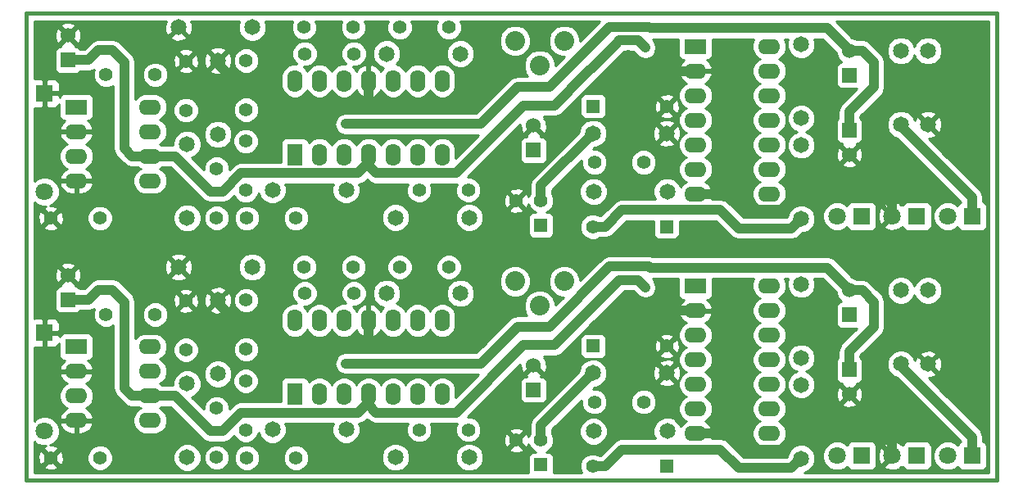
<source format=gtl>
G04 (created by PCBNEW-RS274X (2011-12-21 BZR 3253)-stable) date 11/04/2013 12:13:17*
G01*
G70*
G90*
%MOIN*%
G04 Gerber Fmt 3.4, Leading zero omitted, Abs format*
%FSLAX34Y34*%
G04 APERTURE LIST*
%ADD10C,0.006000*%
%ADD11C,0.015000*%
%ADD12R,0.070900X0.070900*%
%ADD13C,0.070900*%
%ADD14R,0.090000X0.062000*%
%ADD15O,0.090000X0.062000*%
%ADD16C,0.080000*%
%ADD17C,0.065000*%
%ADD18R,0.062000X0.090000*%
%ADD19O,0.062000X0.090000*%
%ADD20R,0.055000X0.055000*%
%ADD21C,0.055000*%
%ADD22R,0.060000X0.060000*%
%ADD23C,0.060000*%
%ADD24C,0.035000*%
%ADD25C,0.040000*%
%ADD26C,0.010000*%
G04 APERTURE END LIST*
G54D10*
G54D11*
X10500Y-27250D02*
X10500Y-08250D01*
X50000Y-08250D02*
X50000Y-27250D01*
X50000Y-27250D02*
X10500Y-27250D01*
X10500Y-08250D02*
X50000Y-08250D01*
G54D12*
X49000Y-16500D03*
G54D13*
X48000Y-16500D03*
G54D12*
X46750Y-16500D03*
G54D13*
X45750Y-16500D03*
G54D14*
X37740Y-09590D03*
G54D15*
X37740Y-10590D03*
X37740Y-11590D03*
X37740Y-12590D03*
X37740Y-13590D03*
X37740Y-14590D03*
X37740Y-15590D03*
X40740Y-15590D03*
X40740Y-14590D03*
X40740Y-13590D03*
X40740Y-12590D03*
X40740Y-11590D03*
X40740Y-10590D03*
X40740Y-09590D03*
G54D16*
X32400Y-09370D03*
X31400Y-10370D03*
X30400Y-09370D03*
G54D17*
X33590Y-15500D03*
X36590Y-15500D03*
X33570Y-13130D03*
X36570Y-13130D03*
X42040Y-13610D03*
X42040Y-16610D03*
X42040Y-09520D03*
X42040Y-12520D03*
X47200Y-09770D03*
X47200Y-12770D03*
X46100Y-12770D03*
X46100Y-09770D03*
X28530Y-16560D03*
X25530Y-16560D03*
X28170Y-09890D03*
X25170Y-09890D03*
X19700Y-08820D03*
X16700Y-08820D03*
X20520Y-15430D03*
X23520Y-15430D03*
X18300Y-13170D03*
X18300Y-10170D03*
X17050Y-16570D03*
X17050Y-13570D03*
G54D14*
X12540Y-12060D03*
G54D15*
X12540Y-13060D03*
X12540Y-14060D03*
X12540Y-15060D03*
X15540Y-15060D03*
X15540Y-14060D03*
X15540Y-13060D03*
X15540Y-12060D03*
G54D18*
X21430Y-13990D03*
G54D19*
X22430Y-13990D03*
X23430Y-13990D03*
X24430Y-13990D03*
X25430Y-13990D03*
X26430Y-13990D03*
X27430Y-13990D03*
X27430Y-10990D03*
X26430Y-10990D03*
X25430Y-10990D03*
X24430Y-10990D03*
X23430Y-10990D03*
X22430Y-10990D03*
X21430Y-10990D03*
G54D20*
X36560Y-16930D03*
G54D21*
X33560Y-16930D03*
G54D20*
X33570Y-12030D03*
G54D21*
X36570Y-12030D03*
X33620Y-14310D03*
X35620Y-14310D03*
X26490Y-15440D03*
X28490Y-15440D03*
X27700Y-08820D03*
X25700Y-08820D03*
X19450Y-10170D03*
X19450Y-12170D03*
X23830Y-09890D03*
X21830Y-09890D03*
X23810Y-08820D03*
X21810Y-08820D03*
X19430Y-13450D03*
X19430Y-15450D03*
X15750Y-10750D03*
X13750Y-10750D03*
X21480Y-16580D03*
X19480Y-16580D03*
X18250Y-16570D03*
X18250Y-14570D03*
X17000Y-12190D03*
X17000Y-10190D03*
X13500Y-16580D03*
X11500Y-16580D03*
G54D22*
X31150Y-13820D03*
G54D23*
X31150Y-12820D03*
G54D22*
X12200Y-10150D03*
G54D23*
X12200Y-09150D03*
G54D22*
X44000Y-10770D03*
G54D23*
X44000Y-09770D03*
G54D22*
X44000Y-13000D03*
G54D23*
X44000Y-14000D03*
G54D20*
X31450Y-16870D03*
G54D21*
X31450Y-15870D03*
X30450Y-15870D03*
G54D12*
X44500Y-16500D03*
G54D13*
X43500Y-16500D03*
G54D12*
X11250Y-11500D03*
G54D13*
X11250Y-15500D03*
G54D12*
X11250Y-21250D03*
G54D13*
X11250Y-25250D03*
G54D12*
X44500Y-26250D03*
G54D13*
X43500Y-26250D03*
G54D20*
X31450Y-26620D03*
G54D21*
X31450Y-25620D03*
X30450Y-25620D03*
G54D22*
X44000Y-22750D03*
G54D23*
X44000Y-23750D03*
G54D22*
X44000Y-20520D03*
G54D23*
X44000Y-19520D03*
G54D22*
X12200Y-19900D03*
G54D23*
X12200Y-18900D03*
G54D22*
X31150Y-23570D03*
G54D23*
X31150Y-22570D03*
G54D21*
X13500Y-26330D03*
X11500Y-26330D03*
X17000Y-21940D03*
X17000Y-19940D03*
X18250Y-26320D03*
X18250Y-24320D03*
X21480Y-26330D03*
X19480Y-26330D03*
X15750Y-20500D03*
X13750Y-20500D03*
X19430Y-23200D03*
X19430Y-25200D03*
X23810Y-18570D03*
X21810Y-18570D03*
X23830Y-19640D03*
X21830Y-19640D03*
X19450Y-19920D03*
X19450Y-21920D03*
X27700Y-18570D03*
X25700Y-18570D03*
X26490Y-25190D03*
X28490Y-25190D03*
X33620Y-24060D03*
X35620Y-24060D03*
G54D20*
X33570Y-21780D03*
G54D21*
X36570Y-21780D03*
G54D20*
X36560Y-26680D03*
G54D21*
X33560Y-26680D03*
G54D18*
X21430Y-23740D03*
G54D19*
X22430Y-23740D03*
X23430Y-23740D03*
X24430Y-23740D03*
X25430Y-23740D03*
X26430Y-23740D03*
X27430Y-23740D03*
X27430Y-20740D03*
X26430Y-20740D03*
X25430Y-20740D03*
X24430Y-20740D03*
X23430Y-20740D03*
X22430Y-20740D03*
X21430Y-20740D03*
G54D14*
X12540Y-21810D03*
G54D15*
X12540Y-22810D03*
X12540Y-23810D03*
X12540Y-24810D03*
X15540Y-24810D03*
X15540Y-23810D03*
X15540Y-22810D03*
X15540Y-21810D03*
G54D17*
X17050Y-26320D03*
X17050Y-23320D03*
X18300Y-22920D03*
X18300Y-19920D03*
X20520Y-25180D03*
X23520Y-25180D03*
X19700Y-18570D03*
X16700Y-18570D03*
X28170Y-19640D03*
X25170Y-19640D03*
X28530Y-26310D03*
X25530Y-26310D03*
X46100Y-22520D03*
X46100Y-19520D03*
X47200Y-19520D03*
X47200Y-22520D03*
X42040Y-19270D03*
X42040Y-22270D03*
X42040Y-23360D03*
X42040Y-26360D03*
X33570Y-22880D03*
X36570Y-22880D03*
X33590Y-25250D03*
X36590Y-25250D03*
G54D16*
X32400Y-19150D03*
X31400Y-20150D03*
X30400Y-19150D03*
G54D14*
X37740Y-19340D03*
G54D15*
X37740Y-20340D03*
X37740Y-21340D03*
X37740Y-22340D03*
X37740Y-23340D03*
X37740Y-24340D03*
X37740Y-25340D03*
X40740Y-25340D03*
X40740Y-24340D03*
X40740Y-23340D03*
X40740Y-22340D03*
X40740Y-21340D03*
X40740Y-20340D03*
X40740Y-19340D03*
G54D12*
X46750Y-26250D03*
G54D13*
X45750Y-26250D03*
G54D12*
X49000Y-26250D03*
G54D13*
X48000Y-26250D03*
G54D24*
X35700Y-19400D03*
X35700Y-09650D03*
X29000Y-21500D03*
X35000Y-09950D03*
X29000Y-11750D03*
X35000Y-19700D03*
X23500Y-12750D03*
X23500Y-22500D03*
G54D25*
X33250Y-20500D02*
X33700Y-20050D01*
X46100Y-22600D02*
X49000Y-25500D01*
X13050Y-19900D02*
X13450Y-19500D01*
X14500Y-20000D02*
X14000Y-19500D01*
X14000Y-19500D02*
X13450Y-19500D01*
X33250Y-10750D02*
X33700Y-10300D01*
X46100Y-12850D02*
X49000Y-15750D01*
X13050Y-10150D02*
X13450Y-09750D01*
X14500Y-10250D02*
X14000Y-09750D01*
X18000Y-25250D02*
X18500Y-25250D01*
X33700Y-10300D02*
X34500Y-09500D01*
X24430Y-13990D02*
X24430Y-14430D01*
X14500Y-13750D02*
X14500Y-10250D01*
X14000Y-09750D02*
X13450Y-09750D01*
X18500Y-25250D02*
X19250Y-24500D01*
X49000Y-25500D02*
X49000Y-26250D01*
X14810Y-23810D02*
X14500Y-23500D01*
X34500Y-19250D02*
X34650Y-19100D01*
X30750Y-21750D02*
X32000Y-21750D01*
X16560Y-23810D02*
X18000Y-25250D01*
X16560Y-14060D02*
X18000Y-15500D01*
X30750Y-12000D02*
X32000Y-12000D01*
X32000Y-21750D02*
X33250Y-20500D01*
X19250Y-24500D02*
X24000Y-24500D01*
X24000Y-24500D02*
X24430Y-24070D01*
X24430Y-24180D02*
X24750Y-24500D01*
X12200Y-19900D02*
X13050Y-19900D01*
X28000Y-24500D02*
X30750Y-21750D01*
X24750Y-24500D02*
X28000Y-24500D01*
X46100Y-22520D02*
X46100Y-22600D01*
X34650Y-19100D02*
X35400Y-19100D01*
X35400Y-19100D02*
X35700Y-19400D01*
X46100Y-12770D02*
X46100Y-12850D01*
X15540Y-23810D02*
X14810Y-23810D01*
X12200Y-10150D02*
X13050Y-10150D01*
X49000Y-15750D02*
X49000Y-16500D01*
X15540Y-14060D02*
X14810Y-14060D01*
X34500Y-09500D02*
X34650Y-09350D01*
X35400Y-09350D02*
X35700Y-09650D01*
X34650Y-09350D02*
X35400Y-09350D01*
X24750Y-14750D02*
X28000Y-14750D01*
X14500Y-23500D02*
X14500Y-20000D01*
X18500Y-15500D02*
X19250Y-14750D01*
X14810Y-14060D02*
X14500Y-13750D01*
X32000Y-12000D02*
X33250Y-10750D01*
X19250Y-14750D02*
X24000Y-14750D01*
X24000Y-14750D02*
X24430Y-14320D01*
X24430Y-14430D02*
X24750Y-14750D01*
X24430Y-24070D02*
X24430Y-23740D01*
X28000Y-14750D02*
X30750Y-12000D01*
X24430Y-14320D02*
X24430Y-13990D01*
X18000Y-15500D02*
X18500Y-15500D01*
X24430Y-23740D02*
X24430Y-24180D01*
X33700Y-20050D02*
X34500Y-19250D01*
X15540Y-23810D02*
X16560Y-23810D01*
X15540Y-14060D02*
X16560Y-14060D01*
X24000Y-21750D02*
X24250Y-21750D01*
X35000Y-09950D02*
X35640Y-10590D01*
X28750Y-21750D02*
X29000Y-21500D01*
X35640Y-10590D02*
X37740Y-10590D01*
X24000Y-12000D02*
X28750Y-12000D01*
X37740Y-25340D02*
X39590Y-25340D01*
X20750Y-21750D02*
X24000Y-21750D01*
X40250Y-26000D02*
X41250Y-26000D01*
X45750Y-25750D02*
X45250Y-25250D01*
X45250Y-25250D02*
X42000Y-25250D01*
X18300Y-19920D02*
X18300Y-20050D01*
X39590Y-25340D02*
X40250Y-26000D01*
X45750Y-26250D02*
X45750Y-25750D01*
X20000Y-11250D02*
X20750Y-12000D01*
X19250Y-21000D02*
X20000Y-21000D01*
X42000Y-15500D02*
X41250Y-16250D01*
X20000Y-21000D02*
X20750Y-21750D01*
X42000Y-25250D02*
X41250Y-26000D01*
X18300Y-10170D02*
X18300Y-10300D01*
X24430Y-21570D02*
X24430Y-20740D01*
X24250Y-21750D02*
X24430Y-21570D01*
X45750Y-16500D02*
X45750Y-16000D01*
X39590Y-15590D02*
X40250Y-16250D01*
X45250Y-15500D02*
X42000Y-15500D01*
X45750Y-16000D02*
X45250Y-15500D01*
X24000Y-12000D02*
X24250Y-12000D01*
X20750Y-12000D02*
X24000Y-12000D01*
X24250Y-12000D02*
X24430Y-11820D01*
X19250Y-11250D02*
X20000Y-11250D01*
X18300Y-10300D02*
X19250Y-11250D01*
X24430Y-11820D02*
X24430Y-10990D01*
X40250Y-16250D02*
X41250Y-16250D01*
X18300Y-20050D02*
X19250Y-21000D01*
X37740Y-15590D02*
X39590Y-15590D01*
X28750Y-12000D02*
X29000Y-11750D01*
X35000Y-19700D02*
X35640Y-20340D01*
X24000Y-21750D02*
X28750Y-21750D01*
X35640Y-20340D02*
X37740Y-20340D01*
X31450Y-25620D02*
X31450Y-25000D01*
X31450Y-15250D02*
X33570Y-13130D01*
X31450Y-25000D02*
X33570Y-22880D01*
X31450Y-15870D02*
X31450Y-15250D01*
X45000Y-10250D02*
X44520Y-09770D01*
X27750Y-12750D02*
X24250Y-12750D01*
X45000Y-11250D02*
X45000Y-10250D01*
X29000Y-12750D02*
X30500Y-11250D01*
X44520Y-09770D02*
X44000Y-09770D01*
X43100Y-08850D02*
X43500Y-09250D01*
X30500Y-11250D02*
X30750Y-11250D01*
X44000Y-19500D02*
X43500Y-19000D01*
X44000Y-12250D02*
X45000Y-11250D01*
X35850Y-08800D02*
X35900Y-08850D01*
X34250Y-08800D02*
X35850Y-08800D01*
X44000Y-09750D02*
X43500Y-09250D01*
X27750Y-12750D02*
X29000Y-12750D01*
X44000Y-09770D02*
X44000Y-09750D01*
X45000Y-20000D02*
X44520Y-19520D01*
X24250Y-12750D02*
X23500Y-12750D01*
X30750Y-11250D02*
X31800Y-11250D01*
X31800Y-11250D02*
X34250Y-08800D01*
X44000Y-13000D02*
X44000Y-12250D01*
X24250Y-22500D02*
X23500Y-22500D01*
X43100Y-18600D02*
X43500Y-19000D01*
X27750Y-22500D02*
X29000Y-22500D01*
X30500Y-21000D02*
X30750Y-21000D01*
X44000Y-19520D02*
X44000Y-19500D01*
X23500Y-12750D02*
X24250Y-12750D01*
X29000Y-22500D02*
X30500Y-21000D01*
X31800Y-21000D02*
X34250Y-18550D01*
X30750Y-21000D02*
X31800Y-21000D01*
X44000Y-22750D02*
X44000Y-22000D01*
X35900Y-08850D02*
X43100Y-08850D01*
X34250Y-18550D02*
X35850Y-18550D01*
X35850Y-18550D02*
X35900Y-18600D01*
X44000Y-22000D02*
X45000Y-21000D01*
X44520Y-19520D02*
X44000Y-19520D01*
X35900Y-18600D02*
X43100Y-18600D01*
X23500Y-22500D02*
X24250Y-22500D01*
X45000Y-21000D02*
X45000Y-20000D01*
X27750Y-22500D02*
X24250Y-22500D01*
X41650Y-17000D02*
X42040Y-16610D01*
X39500Y-17000D02*
X41650Y-17000D01*
X34750Y-16250D02*
X38750Y-16250D01*
X34070Y-16930D02*
X34750Y-16250D01*
X33560Y-16930D02*
X34070Y-16930D01*
X38750Y-26000D02*
X39500Y-26750D01*
X38750Y-16250D02*
X39500Y-17000D01*
X33560Y-26680D02*
X34070Y-26680D01*
X34070Y-26680D02*
X34750Y-26000D01*
X39500Y-26750D02*
X41650Y-26750D01*
X34750Y-26000D02*
X38750Y-26000D01*
X41650Y-26750D02*
X42040Y-26360D01*
G54D10*
G36*
X49675Y-26925D02*
X49603Y-26925D01*
X49603Y-26654D01*
X49603Y-26555D01*
X49603Y-25847D01*
X49603Y-16904D01*
X49603Y-16805D01*
X49603Y-16097D01*
X49565Y-16005D01*
X49495Y-15935D01*
X49450Y-15916D01*
X49450Y-15750D01*
X49416Y-15578D01*
X49416Y-15577D01*
X49318Y-15432D01*
X47775Y-13889D01*
X47775Y-09885D01*
X47775Y-09656D01*
X47688Y-09445D01*
X47526Y-09283D01*
X47315Y-09195D01*
X47086Y-09195D01*
X46875Y-09282D01*
X46713Y-09444D01*
X46649Y-09595D01*
X46588Y-09445D01*
X46426Y-09283D01*
X46215Y-09195D01*
X45986Y-09195D01*
X45775Y-09282D01*
X45613Y-09444D01*
X45525Y-09655D01*
X45525Y-09884D01*
X45612Y-10095D01*
X45774Y-10257D01*
X45985Y-10345D01*
X46214Y-10345D01*
X46425Y-10258D01*
X46587Y-10096D01*
X46650Y-09944D01*
X46712Y-10095D01*
X46874Y-10257D01*
X47085Y-10345D01*
X47314Y-10345D01*
X47525Y-10258D01*
X47687Y-10096D01*
X47775Y-09885D01*
X47775Y-13889D01*
X47768Y-13882D01*
X47768Y-12854D01*
X47756Y-12631D01*
X47692Y-12474D01*
X47596Y-12445D01*
X47525Y-12516D01*
X47525Y-12374D01*
X47496Y-12278D01*
X47284Y-12202D01*
X47061Y-12214D01*
X46904Y-12278D01*
X46875Y-12374D01*
X47200Y-12699D01*
X47525Y-12374D01*
X47525Y-12516D01*
X47271Y-12770D01*
X47596Y-13095D01*
X47692Y-13066D01*
X47768Y-12854D01*
X47768Y-13882D01*
X47218Y-13332D01*
X47339Y-13326D01*
X47496Y-13262D01*
X47525Y-13166D01*
X47235Y-12876D01*
X47200Y-12841D01*
X47129Y-12770D01*
X47094Y-12735D01*
X46804Y-12445D01*
X46708Y-12474D01*
X46657Y-12614D01*
X46588Y-12445D01*
X46426Y-12283D01*
X46215Y-12195D01*
X45986Y-12195D01*
X45775Y-12282D01*
X45613Y-12444D01*
X45525Y-12655D01*
X45525Y-12884D01*
X45612Y-13095D01*
X45774Y-13257D01*
X45940Y-13326D01*
X48536Y-15922D01*
X48505Y-15935D01*
X48435Y-16005D01*
X48412Y-16059D01*
X48342Y-15989D01*
X48121Y-15897D01*
X47881Y-15897D01*
X47659Y-15988D01*
X47489Y-16158D01*
X47397Y-16379D01*
X47397Y-16619D01*
X47488Y-16841D01*
X47658Y-17011D01*
X47879Y-17103D01*
X48119Y-17103D01*
X48341Y-17012D01*
X48412Y-16940D01*
X48435Y-16995D01*
X48505Y-17065D01*
X48596Y-17103D01*
X48695Y-17103D01*
X49403Y-17103D01*
X49495Y-17065D01*
X49565Y-16995D01*
X49603Y-16904D01*
X49603Y-25847D01*
X49565Y-25755D01*
X49495Y-25685D01*
X49450Y-25666D01*
X49450Y-25500D01*
X49416Y-25328D01*
X49416Y-25327D01*
X49318Y-25182D01*
X47775Y-23639D01*
X47775Y-19635D01*
X47775Y-19406D01*
X47688Y-19195D01*
X47526Y-19033D01*
X47353Y-18960D01*
X47353Y-16904D01*
X47353Y-16805D01*
X47353Y-16097D01*
X47315Y-16005D01*
X47245Y-15935D01*
X47154Y-15897D01*
X47055Y-15897D01*
X46347Y-15897D01*
X46255Y-15935D01*
X46185Y-16005D01*
X46166Y-16048D01*
X46113Y-15995D01*
X46078Y-16030D01*
X46063Y-15985D01*
X45843Y-15904D01*
X45608Y-15914D01*
X45437Y-15985D01*
X45404Y-16084D01*
X45715Y-16394D01*
X45750Y-16429D01*
X45821Y-16500D01*
X45750Y-16571D01*
X45679Y-16641D01*
X45679Y-16500D01*
X45334Y-16154D01*
X45235Y-16187D01*
X45154Y-16407D01*
X45164Y-16642D01*
X45235Y-16813D01*
X45334Y-16846D01*
X45679Y-16500D01*
X45679Y-16641D01*
X45404Y-16916D01*
X45437Y-17015D01*
X45657Y-17096D01*
X45892Y-17086D01*
X46063Y-17015D01*
X46078Y-16969D01*
X46096Y-16987D01*
X46113Y-17005D01*
X46166Y-16951D01*
X46185Y-16995D01*
X46255Y-17065D01*
X46346Y-17103D01*
X46445Y-17103D01*
X47153Y-17103D01*
X47245Y-17065D01*
X47315Y-16995D01*
X47353Y-16904D01*
X47353Y-18960D01*
X47315Y-18945D01*
X47086Y-18945D01*
X46875Y-19032D01*
X46713Y-19194D01*
X46649Y-19345D01*
X46588Y-19195D01*
X46426Y-19033D01*
X46215Y-18945D01*
X46096Y-18945D01*
X45986Y-18945D01*
X45775Y-19032D01*
X45613Y-19194D01*
X45525Y-19405D01*
X45525Y-19634D01*
X45612Y-19845D01*
X45774Y-20007D01*
X45985Y-20095D01*
X46214Y-20095D01*
X46425Y-20008D01*
X46587Y-19846D01*
X46650Y-19694D01*
X46712Y-19845D01*
X46874Y-20007D01*
X47085Y-20095D01*
X47314Y-20095D01*
X47525Y-20008D01*
X47687Y-19846D01*
X47775Y-19635D01*
X47775Y-23639D01*
X47768Y-23632D01*
X47768Y-22604D01*
X47756Y-22381D01*
X47692Y-22224D01*
X47596Y-22195D01*
X47525Y-22266D01*
X47525Y-22124D01*
X47496Y-22028D01*
X47284Y-21952D01*
X47061Y-21964D01*
X46904Y-22028D01*
X46875Y-22124D01*
X47200Y-22449D01*
X47525Y-22124D01*
X47525Y-22266D01*
X47271Y-22520D01*
X47596Y-22845D01*
X47692Y-22816D01*
X47768Y-22604D01*
X47768Y-23632D01*
X47218Y-23082D01*
X47339Y-23076D01*
X47496Y-23012D01*
X47525Y-22916D01*
X47235Y-22626D01*
X47200Y-22591D01*
X47129Y-22520D01*
X47094Y-22485D01*
X46804Y-22195D01*
X46708Y-22224D01*
X46657Y-22364D01*
X46588Y-22195D01*
X46426Y-22033D01*
X46215Y-21945D01*
X45986Y-21945D01*
X45775Y-22032D01*
X45613Y-22194D01*
X45525Y-22405D01*
X45525Y-22634D01*
X45612Y-22845D01*
X45774Y-23007D01*
X45940Y-23076D01*
X48536Y-25672D01*
X48505Y-25685D01*
X48435Y-25755D01*
X48412Y-25809D01*
X48342Y-25739D01*
X48121Y-25647D01*
X47881Y-25647D01*
X47659Y-25738D01*
X47489Y-25908D01*
X47397Y-26129D01*
X47397Y-26369D01*
X47488Y-26591D01*
X47658Y-26761D01*
X47879Y-26853D01*
X48119Y-26853D01*
X48341Y-26762D01*
X48412Y-26690D01*
X48435Y-26745D01*
X48505Y-26815D01*
X48596Y-26853D01*
X48695Y-26853D01*
X49403Y-26853D01*
X49495Y-26815D01*
X49565Y-26745D01*
X49603Y-26654D01*
X49603Y-26925D01*
X47353Y-26925D01*
X47353Y-26654D01*
X47353Y-26555D01*
X47353Y-25847D01*
X47315Y-25755D01*
X47245Y-25685D01*
X47154Y-25647D01*
X47055Y-25647D01*
X46347Y-25647D01*
X46255Y-25685D01*
X46185Y-25755D01*
X46166Y-25798D01*
X46113Y-25745D01*
X46078Y-25780D01*
X46063Y-25735D01*
X45843Y-25654D01*
X45608Y-25664D01*
X45450Y-25729D01*
X45450Y-21000D01*
X45450Y-20000D01*
X45449Y-19999D01*
X45416Y-19828D01*
X45415Y-19827D01*
X45383Y-19779D01*
X45318Y-19682D01*
X45318Y-19681D01*
X45103Y-19466D01*
X45103Y-16904D01*
X45103Y-16805D01*
X45103Y-16097D01*
X45065Y-16005D01*
X44995Y-15935D01*
X44904Y-15897D01*
X44805Y-15897D01*
X44543Y-15897D01*
X44543Y-14079D01*
X44532Y-13866D01*
X44472Y-13719D01*
X44378Y-13692D01*
X44071Y-14000D01*
X44378Y-14308D01*
X44472Y-14281D01*
X44543Y-14079D01*
X44543Y-15897D01*
X44308Y-15897D01*
X44308Y-14378D01*
X44000Y-14071D01*
X43929Y-14141D01*
X43929Y-14000D01*
X43622Y-13692D01*
X43528Y-13719D01*
X43457Y-13921D01*
X43468Y-14134D01*
X43528Y-14281D01*
X43622Y-14308D01*
X43929Y-14000D01*
X43929Y-14141D01*
X43692Y-14378D01*
X43719Y-14472D01*
X43921Y-14543D01*
X44134Y-14532D01*
X44281Y-14472D01*
X44308Y-14378D01*
X44308Y-15897D01*
X44097Y-15897D01*
X44005Y-15935D01*
X43935Y-16005D01*
X43912Y-16059D01*
X43842Y-15989D01*
X43621Y-15897D01*
X43381Y-15897D01*
X43159Y-15988D01*
X42989Y-16158D01*
X42897Y-16379D01*
X42897Y-16619D01*
X42988Y-16841D01*
X43158Y-17011D01*
X43379Y-17103D01*
X43619Y-17103D01*
X43841Y-17012D01*
X43912Y-16940D01*
X43935Y-16995D01*
X44005Y-17065D01*
X44096Y-17103D01*
X44195Y-17103D01*
X44903Y-17103D01*
X44995Y-17065D01*
X45065Y-16995D01*
X45103Y-16904D01*
X45103Y-19466D01*
X44838Y-19202D01*
X44693Y-19104D01*
X44520Y-19070D01*
X44326Y-19070D01*
X44311Y-19055D01*
X44109Y-18971D01*
X44107Y-18971D01*
X43819Y-18683D01*
X43818Y-18682D01*
X43818Y-18681D01*
X43418Y-18282D01*
X43273Y-18184D01*
X43100Y-18150D01*
X42615Y-18150D01*
X42615Y-16725D01*
X42615Y-16496D01*
X42615Y-13725D01*
X42615Y-13496D01*
X42528Y-13285D01*
X42366Y-13123D01*
X42226Y-13064D01*
X42365Y-13008D01*
X42527Y-12846D01*
X42615Y-12635D01*
X42615Y-12406D01*
X42528Y-12195D01*
X42366Y-12033D01*
X42155Y-11945D01*
X41926Y-11945D01*
X41715Y-12032D01*
X41553Y-12194D01*
X41465Y-12405D01*
X41465Y-12634D01*
X41552Y-12845D01*
X41714Y-13007D01*
X41853Y-13065D01*
X41715Y-13122D01*
X41553Y-13284D01*
X41465Y-13495D01*
X41465Y-13724D01*
X41552Y-13935D01*
X41714Y-14097D01*
X41925Y-14185D01*
X42154Y-14185D01*
X42365Y-14098D01*
X42527Y-13936D01*
X42615Y-13725D01*
X42615Y-16496D01*
X42528Y-16285D01*
X42366Y-16123D01*
X42155Y-16035D01*
X41926Y-16035D01*
X41715Y-16122D01*
X41553Y-16284D01*
X41465Y-16495D01*
X41465Y-16548D01*
X41463Y-16550D01*
X39686Y-16550D01*
X39068Y-15932D01*
X38923Y-15834D01*
X38750Y-15800D01*
X38396Y-15800D01*
X38405Y-15786D01*
X38422Y-15727D01*
X38375Y-15640D01*
X37840Y-15640D01*
X37790Y-15640D01*
X37690Y-15640D01*
X37690Y-15540D01*
X37790Y-15540D01*
X37840Y-15540D01*
X38375Y-15540D01*
X38422Y-15453D01*
X38405Y-15394D01*
X38290Y-15208D01*
X38124Y-15088D01*
X38204Y-15055D01*
X38358Y-14901D01*
X38442Y-14699D01*
X38442Y-14481D01*
X38358Y-14279D01*
X38204Y-14125D01*
X38119Y-14090D01*
X38204Y-14055D01*
X38358Y-13901D01*
X38442Y-13699D01*
X38442Y-13481D01*
X38358Y-13279D01*
X38204Y-13125D01*
X38119Y-13090D01*
X38204Y-13055D01*
X38358Y-12901D01*
X38442Y-12699D01*
X38442Y-12481D01*
X38358Y-12279D01*
X38204Y-12125D01*
X38119Y-12090D01*
X38204Y-12055D01*
X38358Y-11901D01*
X38442Y-11699D01*
X38442Y-11481D01*
X38358Y-11279D01*
X38204Y-11125D01*
X38124Y-11091D01*
X38290Y-10972D01*
X38405Y-10786D01*
X38422Y-10727D01*
X38375Y-10640D01*
X37840Y-10640D01*
X37790Y-10640D01*
X37690Y-10640D01*
X37640Y-10640D01*
X37105Y-10640D01*
X37058Y-10727D01*
X37075Y-10786D01*
X37190Y-10972D01*
X37355Y-11091D01*
X37276Y-11125D01*
X37122Y-11279D01*
X37038Y-11481D01*
X37038Y-11699D01*
X37122Y-11901D01*
X37276Y-12055D01*
X37360Y-12090D01*
X37276Y-12125D01*
X37122Y-12279D01*
X37089Y-12358D01*
X37089Y-12104D01*
X37078Y-11900D01*
X37022Y-11763D01*
X36931Y-11740D01*
X36860Y-11811D01*
X36860Y-11669D01*
X36837Y-11578D01*
X36644Y-11511D01*
X36440Y-11522D01*
X36303Y-11578D01*
X36280Y-11669D01*
X36570Y-11959D01*
X36860Y-11669D01*
X36860Y-11811D01*
X36641Y-12030D01*
X36931Y-12320D01*
X37022Y-12297D01*
X37089Y-12104D01*
X37089Y-12358D01*
X37038Y-12481D01*
X37038Y-12699D01*
X37122Y-12901D01*
X37276Y-13055D01*
X37360Y-13090D01*
X37276Y-13125D01*
X37122Y-13279D01*
X37069Y-13406D01*
X37138Y-13214D01*
X37126Y-12991D01*
X37062Y-12834D01*
X36966Y-12805D01*
X36895Y-12876D01*
X36895Y-12734D01*
X36866Y-12638D01*
X36860Y-12635D01*
X36860Y-12391D01*
X36570Y-12101D01*
X36499Y-12172D01*
X36499Y-12030D01*
X36209Y-11740D01*
X36118Y-11763D01*
X36051Y-11956D01*
X36062Y-12160D01*
X36118Y-12297D01*
X36209Y-12320D01*
X36499Y-12030D01*
X36499Y-12172D01*
X36280Y-12391D01*
X36303Y-12482D01*
X36496Y-12549D01*
X36700Y-12538D01*
X36837Y-12482D01*
X36860Y-12391D01*
X36860Y-12635D01*
X36654Y-12562D01*
X36431Y-12574D01*
X36274Y-12638D01*
X36245Y-12734D01*
X36570Y-13059D01*
X36895Y-12734D01*
X36895Y-12876D01*
X36641Y-13130D01*
X36966Y-13455D01*
X37060Y-13426D01*
X37038Y-13481D01*
X37038Y-13699D01*
X37122Y-13901D01*
X37276Y-14055D01*
X37360Y-14090D01*
X37276Y-14125D01*
X37122Y-14279D01*
X37038Y-14481D01*
X37038Y-14699D01*
X37122Y-14901D01*
X37276Y-15055D01*
X37355Y-15088D01*
X37190Y-15208D01*
X37130Y-15303D01*
X37078Y-15175D01*
X36916Y-15013D01*
X36895Y-15004D01*
X36895Y-13526D01*
X36570Y-13201D01*
X36499Y-13272D01*
X36499Y-13130D01*
X36174Y-12805D01*
X36078Y-12834D01*
X36002Y-13046D01*
X36014Y-13269D01*
X36078Y-13426D01*
X36174Y-13455D01*
X36499Y-13130D01*
X36499Y-13272D01*
X36245Y-13526D01*
X36274Y-13622D01*
X36486Y-13698D01*
X36709Y-13686D01*
X36866Y-13622D01*
X36895Y-13526D01*
X36895Y-15004D01*
X36705Y-14925D01*
X36476Y-14925D01*
X36265Y-15012D01*
X36145Y-15132D01*
X36145Y-14415D01*
X36145Y-14206D01*
X36065Y-14013D01*
X35918Y-13865D01*
X35725Y-13785D01*
X35516Y-13785D01*
X35323Y-13865D01*
X35175Y-14012D01*
X35095Y-14205D01*
X35095Y-14414D01*
X35175Y-14607D01*
X35322Y-14755D01*
X35515Y-14835D01*
X35724Y-14835D01*
X35917Y-14755D01*
X36065Y-14608D01*
X36145Y-14415D01*
X36145Y-15132D01*
X36103Y-15174D01*
X36015Y-15385D01*
X36015Y-15614D01*
X36091Y-15800D01*
X34750Y-15800D01*
X34578Y-15834D01*
X34529Y-15866D01*
X34431Y-15932D01*
X34165Y-16198D01*
X34165Y-15615D01*
X34165Y-15386D01*
X34145Y-15337D01*
X34145Y-14415D01*
X34145Y-14206D01*
X34065Y-14013D01*
X33918Y-13865D01*
X33725Y-13785D01*
X33551Y-13785D01*
X33631Y-13705D01*
X33684Y-13705D01*
X33895Y-13618D01*
X34057Y-13456D01*
X34145Y-13245D01*
X34145Y-13016D01*
X34094Y-12892D01*
X34094Y-12355D01*
X34094Y-12256D01*
X34094Y-11706D01*
X34056Y-11614D01*
X33986Y-11544D01*
X33895Y-11506D01*
X33796Y-11506D01*
X33246Y-11506D01*
X33154Y-11544D01*
X33084Y-11614D01*
X33046Y-11705D01*
X33046Y-11804D01*
X33046Y-12354D01*
X33084Y-12446D01*
X33154Y-12516D01*
X33245Y-12554D01*
X33344Y-12554D01*
X33894Y-12554D01*
X33986Y-12516D01*
X34056Y-12446D01*
X34094Y-12355D01*
X34094Y-12892D01*
X34058Y-12805D01*
X33896Y-12643D01*
X33685Y-12555D01*
X33456Y-12555D01*
X33245Y-12642D01*
X33083Y-12804D01*
X32995Y-13015D01*
X32995Y-13069D01*
X31699Y-14365D01*
X31699Y-14170D01*
X31699Y-14071D01*
X31699Y-13471D01*
X31693Y-13456D01*
X31661Y-13379D01*
X31591Y-13309D01*
X31500Y-13271D01*
X31437Y-13271D01*
X31458Y-13198D01*
X31150Y-12891D01*
X30842Y-13198D01*
X30862Y-13271D01*
X30801Y-13271D01*
X30709Y-13309D01*
X30639Y-13379D01*
X30601Y-13470D01*
X30601Y-13569D01*
X30601Y-14169D01*
X30639Y-14261D01*
X30709Y-14331D01*
X30800Y-14369D01*
X30899Y-14369D01*
X31499Y-14369D01*
X31591Y-14331D01*
X31661Y-14261D01*
X31699Y-14170D01*
X31699Y-14365D01*
X31132Y-14932D01*
X31034Y-15077D01*
X31000Y-15250D01*
X31000Y-15584D01*
X30946Y-15712D01*
X30902Y-15603D01*
X30811Y-15580D01*
X30740Y-15651D01*
X30740Y-15509D01*
X30717Y-15418D01*
X30524Y-15351D01*
X30320Y-15362D01*
X30183Y-15418D01*
X30160Y-15509D01*
X30450Y-15799D01*
X30740Y-15509D01*
X30740Y-15651D01*
X30521Y-15870D01*
X30811Y-16160D01*
X30902Y-16137D01*
X30943Y-16018D01*
X31005Y-16167D01*
X31152Y-16315D01*
X31226Y-16346D01*
X31126Y-16346D01*
X31034Y-16384D01*
X30964Y-16454D01*
X30926Y-16545D01*
X30926Y-16644D01*
X30926Y-17194D01*
X30964Y-17286D01*
X31034Y-17356D01*
X31125Y-17394D01*
X31224Y-17394D01*
X31774Y-17394D01*
X31866Y-17356D01*
X31936Y-17286D01*
X31974Y-17195D01*
X31974Y-17096D01*
X31974Y-16546D01*
X31936Y-16454D01*
X31866Y-16384D01*
X31775Y-16346D01*
X31676Y-16346D01*
X31672Y-16346D01*
X31747Y-16315D01*
X31895Y-16168D01*
X31975Y-15975D01*
X31975Y-15766D01*
X31900Y-15585D01*
X31900Y-15436D01*
X33095Y-14241D01*
X33095Y-14414D01*
X33175Y-14607D01*
X33322Y-14755D01*
X33515Y-14835D01*
X33724Y-14835D01*
X33917Y-14755D01*
X34065Y-14608D01*
X34145Y-14415D01*
X34145Y-15337D01*
X34078Y-15175D01*
X33916Y-15013D01*
X33705Y-14925D01*
X33476Y-14925D01*
X33265Y-15012D01*
X33103Y-15174D01*
X33015Y-15385D01*
X33015Y-15614D01*
X33102Y-15825D01*
X33264Y-15987D01*
X33475Y-16075D01*
X33704Y-16075D01*
X33915Y-15988D01*
X34077Y-15826D01*
X34165Y-15615D01*
X34165Y-16198D01*
X33883Y-16480D01*
X33845Y-16480D01*
X33665Y-16405D01*
X33456Y-16405D01*
X33263Y-16485D01*
X33115Y-16632D01*
X33035Y-16825D01*
X33035Y-17034D01*
X33115Y-17227D01*
X33262Y-17375D01*
X33455Y-17455D01*
X33664Y-17455D01*
X33844Y-17380D01*
X34070Y-17380D01*
X34242Y-17346D01*
X34243Y-17346D01*
X34388Y-17248D01*
X34936Y-16700D01*
X36036Y-16700D01*
X36036Y-16704D01*
X36036Y-17254D01*
X36074Y-17346D01*
X36144Y-17416D01*
X36235Y-17454D01*
X36334Y-17454D01*
X36884Y-17454D01*
X36976Y-17416D01*
X37046Y-17346D01*
X37084Y-17255D01*
X37084Y-17156D01*
X37084Y-16700D01*
X38563Y-16700D01*
X39181Y-17318D01*
X39182Y-17318D01*
X39279Y-17383D01*
X39327Y-17415D01*
X39328Y-17416D01*
X39500Y-17450D01*
X41650Y-17450D01*
X41822Y-17416D01*
X41823Y-17416D01*
X41968Y-17318D01*
X42101Y-17185D01*
X42154Y-17185D01*
X42365Y-17098D01*
X42527Y-16936D01*
X42615Y-16725D01*
X42615Y-18150D01*
X36046Y-18150D01*
X36023Y-18134D01*
X35850Y-18100D01*
X34250Y-18100D01*
X34078Y-18134D01*
X34029Y-18166D01*
X33931Y-18232D01*
X33049Y-19114D01*
X33049Y-19021D01*
X32950Y-18782D01*
X32768Y-18600D01*
X32529Y-18501D01*
X32271Y-18501D01*
X32032Y-18600D01*
X31850Y-18782D01*
X31751Y-19021D01*
X31751Y-19279D01*
X31850Y-19518D01*
X32032Y-19700D01*
X32271Y-19799D01*
X32364Y-19799D01*
X32049Y-20114D01*
X32049Y-20021D01*
X31950Y-19782D01*
X31768Y-19600D01*
X31529Y-19501D01*
X31271Y-19501D01*
X31049Y-19592D01*
X31049Y-19279D01*
X31049Y-19021D01*
X30950Y-18782D01*
X30768Y-18600D01*
X30740Y-18588D01*
X30740Y-16231D01*
X30450Y-15941D01*
X30379Y-16012D01*
X30379Y-15870D01*
X30089Y-15580D01*
X29998Y-15603D01*
X29931Y-15796D01*
X29942Y-16000D01*
X29998Y-16137D01*
X30089Y-16160D01*
X30379Y-15870D01*
X30379Y-16012D01*
X30160Y-16231D01*
X30183Y-16322D01*
X30376Y-16389D01*
X30580Y-16378D01*
X30717Y-16322D01*
X30740Y-16231D01*
X30740Y-18588D01*
X30529Y-18501D01*
X30271Y-18501D01*
X30032Y-18600D01*
X29850Y-18782D01*
X29751Y-19021D01*
X29751Y-19279D01*
X29850Y-19518D01*
X30032Y-19700D01*
X30271Y-19799D01*
X30529Y-19799D01*
X30768Y-19700D01*
X30950Y-19518D01*
X31049Y-19279D01*
X31049Y-19592D01*
X31032Y-19600D01*
X30850Y-19782D01*
X30751Y-20021D01*
X30751Y-20279D01*
X30850Y-20518D01*
X30882Y-20550D01*
X30750Y-20550D01*
X30500Y-20550D01*
X30355Y-20578D01*
X30327Y-20584D01*
X30182Y-20682D01*
X29105Y-21759D01*
X29105Y-16675D01*
X29105Y-16446D01*
X29018Y-16235D01*
X28856Y-16073D01*
X28645Y-15985D01*
X28416Y-15985D01*
X28205Y-16072D01*
X28043Y-16234D01*
X27955Y-16445D01*
X27955Y-16674D01*
X28042Y-16885D01*
X28204Y-17047D01*
X28415Y-17135D01*
X28644Y-17135D01*
X28855Y-17048D01*
X29017Y-16886D01*
X29105Y-16675D01*
X29105Y-21759D01*
X28814Y-22050D01*
X28745Y-22050D01*
X28745Y-19755D01*
X28745Y-19526D01*
X28658Y-19315D01*
X28496Y-19153D01*
X28285Y-19065D01*
X28225Y-19065D01*
X28225Y-18675D01*
X28225Y-18466D01*
X28145Y-18273D01*
X27998Y-18125D01*
X27805Y-18045D01*
X27596Y-18045D01*
X27403Y-18125D01*
X27255Y-18272D01*
X27175Y-18465D01*
X27175Y-18674D01*
X27255Y-18867D01*
X27402Y-19015D01*
X27595Y-19095D01*
X27804Y-19095D01*
X27997Y-19015D01*
X28145Y-18868D01*
X28225Y-18675D01*
X28225Y-19065D01*
X28056Y-19065D01*
X27845Y-19152D01*
X27683Y-19314D01*
X27595Y-19525D01*
X27595Y-19754D01*
X27682Y-19965D01*
X27844Y-20127D01*
X28055Y-20215D01*
X28284Y-20215D01*
X28495Y-20128D01*
X28657Y-19966D01*
X28745Y-19755D01*
X28745Y-22050D01*
X27979Y-22050D01*
X27979Y-21002D01*
X27979Y-20784D01*
X27979Y-20478D01*
X27895Y-20276D01*
X27741Y-20122D01*
X27539Y-20038D01*
X27321Y-20038D01*
X27119Y-20122D01*
X26965Y-20276D01*
X26930Y-20360D01*
X26895Y-20276D01*
X26741Y-20122D01*
X26539Y-20038D01*
X26321Y-20038D01*
X26225Y-20077D01*
X26225Y-18675D01*
X26225Y-18466D01*
X26145Y-18273D01*
X26105Y-18232D01*
X26105Y-16675D01*
X26105Y-16446D01*
X26018Y-16235D01*
X25856Y-16073D01*
X25645Y-15985D01*
X25416Y-15985D01*
X25205Y-16072D01*
X25043Y-16234D01*
X24955Y-16445D01*
X24955Y-16674D01*
X25042Y-16885D01*
X25204Y-17047D01*
X25415Y-17135D01*
X25644Y-17135D01*
X25855Y-17048D01*
X26017Y-16886D01*
X26105Y-16675D01*
X26105Y-18232D01*
X25998Y-18125D01*
X25805Y-18045D01*
X25596Y-18045D01*
X25403Y-18125D01*
X25255Y-18272D01*
X25175Y-18465D01*
X25175Y-18674D01*
X25255Y-18867D01*
X25402Y-19015D01*
X25595Y-19095D01*
X25804Y-19095D01*
X25997Y-19015D01*
X26145Y-18868D01*
X26225Y-18675D01*
X26225Y-20077D01*
X26119Y-20122D01*
X25965Y-20276D01*
X25930Y-20360D01*
X25895Y-20276D01*
X25741Y-20122D01*
X25571Y-20051D01*
X25657Y-19966D01*
X25745Y-19755D01*
X25745Y-19526D01*
X25658Y-19315D01*
X25496Y-19153D01*
X25285Y-19065D01*
X25056Y-19065D01*
X24845Y-19152D01*
X24683Y-19314D01*
X24595Y-19525D01*
X24595Y-19754D01*
X24682Y-19965D01*
X24844Y-20127D01*
X25034Y-20206D01*
X24965Y-20276D01*
X24931Y-20355D01*
X24812Y-20190D01*
X24626Y-20075D01*
X24567Y-20058D01*
X24480Y-20105D01*
X24480Y-20640D01*
X24480Y-20690D01*
X24480Y-20790D01*
X24480Y-20840D01*
X24480Y-21375D01*
X24567Y-21422D01*
X24626Y-21405D01*
X24812Y-21290D01*
X24931Y-21124D01*
X24965Y-21204D01*
X25119Y-21358D01*
X25321Y-21442D01*
X25539Y-21442D01*
X25741Y-21358D01*
X25895Y-21204D01*
X25930Y-21119D01*
X25965Y-21204D01*
X26119Y-21358D01*
X26321Y-21442D01*
X26539Y-21442D01*
X26741Y-21358D01*
X26895Y-21204D01*
X26930Y-21119D01*
X26965Y-21204D01*
X27119Y-21358D01*
X27321Y-21442D01*
X27539Y-21442D01*
X27741Y-21358D01*
X27895Y-21204D01*
X27979Y-21002D01*
X27979Y-22050D01*
X27750Y-22050D01*
X24380Y-22050D01*
X24380Y-21375D01*
X24380Y-20840D01*
X24380Y-20790D01*
X24380Y-20690D01*
X24380Y-20640D01*
X24380Y-20105D01*
X24293Y-20058D01*
X24234Y-20075D01*
X24048Y-20190D01*
X23928Y-20355D01*
X23895Y-20276D01*
X23784Y-20165D01*
X23934Y-20165D01*
X24127Y-20085D01*
X24275Y-19938D01*
X24355Y-19745D01*
X24355Y-19536D01*
X24335Y-19487D01*
X24335Y-18675D01*
X24335Y-18466D01*
X24255Y-18273D01*
X24108Y-18125D01*
X23915Y-18045D01*
X23706Y-18045D01*
X23513Y-18125D01*
X23365Y-18272D01*
X23285Y-18465D01*
X23285Y-18674D01*
X23365Y-18867D01*
X23512Y-19015D01*
X23705Y-19095D01*
X23914Y-19095D01*
X24107Y-19015D01*
X24255Y-18868D01*
X24335Y-18675D01*
X24335Y-19487D01*
X24275Y-19343D01*
X24128Y-19195D01*
X23935Y-19115D01*
X23726Y-19115D01*
X23533Y-19195D01*
X23385Y-19342D01*
X23305Y-19535D01*
X23305Y-19744D01*
X23385Y-19937D01*
X23485Y-20038D01*
X23321Y-20038D01*
X23119Y-20122D01*
X22965Y-20276D01*
X22930Y-20360D01*
X22895Y-20276D01*
X22741Y-20122D01*
X22539Y-20038D01*
X22321Y-20038D01*
X22119Y-20122D01*
X21965Y-20276D01*
X21930Y-20360D01*
X21895Y-20276D01*
X21784Y-20165D01*
X21934Y-20165D01*
X22127Y-20085D01*
X22275Y-19938D01*
X22355Y-19745D01*
X22355Y-19536D01*
X22335Y-19487D01*
X22335Y-18675D01*
X22335Y-18466D01*
X22255Y-18273D01*
X22108Y-18125D01*
X22005Y-18082D01*
X22005Y-16685D01*
X22005Y-16476D01*
X21925Y-16283D01*
X21778Y-16135D01*
X21585Y-16055D01*
X21376Y-16055D01*
X21183Y-16135D01*
X21035Y-16282D01*
X20955Y-16475D01*
X20955Y-16684D01*
X21035Y-16877D01*
X21182Y-17025D01*
X21375Y-17105D01*
X21584Y-17105D01*
X21777Y-17025D01*
X21925Y-16878D01*
X22005Y-16685D01*
X22005Y-18082D01*
X21915Y-18045D01*
X21706Y-18045D01*
X21513Y-18125D01*
X21365Y-18272D01*
X21285Y-18465D01*
X21285Y-18674D01*
X21365Y-18867D01*
X21512Y-19015D01*
X21705Y-19095D01*
X21914Y-19095D01*
X22107Y-19015D01*
X22255Y-18868D01*
X22335Y-18675D01*
X22335Y-19487D01*
X22275Y-19343D01*
X22128Y-19195D01*
X21935Y-19115D01*
X21726Y-19115D01*
X21533Y-19195D01*
X21385Y-19342D01*
X21305Y-19535D01*
X21305Y-19744D01*
X21385Y-19937D01*
X21485Y-20038D01*
X21321Y-20038D01*
X21119Y-20122D01*
X20965Y-20276D01*
X20881Y-20478D01*
X20881Y-20696D01*
X20881Y-21002D01*
X20965Y-21204D01*
X21119Y-21358D01*
X21321Y-21442D01*
X21539Y-21442D01*
X21741Y-21358D01*
X21895Y-21204D01*
X21930Y-21119D01*
X21965Y-21204D01*
X22119Y-21358D01*
X22321Y-21442D01*
X22539Y-21442D01*
X22741Y-21358D01*
X22895Y-21204D01*
X22930Y-21119D01*
X22965Y-21204D01*
X23119Y-21358D01*
X23321Y-21442D01*
X23539Y-21442D01*
X23741Y-21358D01*
X23895Y-21204D01*
X23928Y-21124D01*
X24048Y-21290D01*
X24234Y-21405D01*
X24293Y-21422D01*
X24380Y-21375D01*
X24380Y-22050D01*
X24250Y-22050D01*
X23500Y-22050D01*
X23328Y-22084D01*
X23182Y-22182D01*
X23084Y-22328D01*
X23050Y-22500D01*
X23084Y-22672D01*
X23182Y-22818D01*
X23328Y-22916D01*
X23500Y-22950D01*
X24250Y-22950D01*
X27750Y-22950D01*
X28914Y-22950D01*
X27979Y-23885D01*
X27979Y-23784D01*
X27979Y-23478D01*
X27895Y-23276D01*
X27741Y-23122D01*
X27539Y-23038D01*
X27321Y-23038D01*
X27119Y-23122D01*
X26965Y-23276D01*
X26930Y-23360D01*
X26895Y-23276D01*
X26741Y-23122D01*
X26539Y-23038D01*
X26321Y-23038D01*
X26119Y-23122D01*
X25965Y-23276D01*
X25930Y-23360D01*
X25895Y-23276D01*
X25741Y-23122D01*
X25539Y-23038D01*
X25321Y-23038D01*
X25119Y-23122D01*
X24965Y-23276D01*
X24930Y-23360D01*
X24895Y-23276D01*
X24741Y-23122D01*
X24539Y-23038D01*
X24321Y-23038D01*
X24119Y-23122D01*
X23965Y-23276D01*
X23930Y-23360D01*
X23895Y-23276D01*
X23741Y-23122D01*
X23539Y-23038D01*
X23321Y-23038D01*
X23119Y-23122D01*
X22965Y-23276D01*
X22930Y-23360D01*
X22895Y-23276D01*
X22741Y-23122D01*
X22539Y-23038D01*
X22321Y-23038D01*
X22119Y-23122D01*
X21989Y-23252D01*
X21989Y-23241D01*
X21951Y-23149D01*
X21881Y-23079D01*
X21790Y-23041D01*
X21691Y-23041D01*
X21071Y-23041D01*
X20979Y-23079D01*
X20909Y-23149D01*
X20871Y-23240D01*
X20871Y-23339D01*
X20871Y-24050D01*
X20275Y-24050D01*
X20275Y-18685D01*
X20275Y-18456D01*
X20188Y-18245D01*
X20026Y-18083D01*
X20005Y-18074D01*
X20005Y-16685D01*
X20005Y-16476D01*
X19925Y-16283D01*
X19778Y-16135D01*
X19585Y-16055D01*
X19376Y-16055D01*
X19183Y-16135D01*
X19035Y-16282D01*
X18955Y-16475D01*
X18955Y-16684D01*
X19035Y-16877D01*
X19182Y-17025D01*
X19375Y-17105D01*
X19584Y-17105D01*
X19777Y-17025D01*
X19925Y-16878D01*
X20005Y-16685D01*
X20005Y-18074D01*
X19815Y-17995D01*
X19586Y-17995D01*
X19375Y-18082D01*
X19213Y-18244D01*
X19125Y-18455D01*
X19125Y-18684D01*
X19212Y-18895D01*
X19374Y-19057D01*
X19585Y-19145D01*
X19814Y-19145D01*
X20025Y-19058D01*
X20187Y-18896D01*
X20275Y-18685D01*
X20275Y-24050D01*
X19975Y-24050D01*
X19975Y-22025D01*
X19975Y-21816D01*
X19975Y-20025D01*
X19975Y-19816D01*
X19895Y-19623D01*
X19748Y-19475D01*
X19555Y-19395D01*
X19346Y-19395D01*
X19153Y-19475D01*
X19005Y-19622D01*
X18925Y-19815D01*
X18925Y-20024D01*
X19005Y-20217D01*
X19152Y-20365D01*
X19345Y-20445D01*
X19554Y-20445D01*
X19747Y-20365D01*
X19895Y-20218D01*
X19975Y-20025D01*
X19975Y-21816D01*
X19895Y-21623D01*
X19748Y-21475D01*
X19555Y-21395D01*
X19346Y-21395D01*
X19153Y-21475D01*
X19005Y-21622D01*
X18925Y-21815D01*
X18925Y-22024D01*
X19005Y-22217D01*
X19152Y-22365D01*
X19345Y-22445D01*
X19554Y-22445D01*
X19747Y-22365D01*
X19895Y-22218D01*
X19975Y-22025D01*
X19975Y-24050D01*
X19955Y-24050D01*
X19955Y-23305D01*
X19955Y-23096D01*
X19875Y-22903D01*
X19728Y-22755D01*
X19535Y-22675D01*
X19326Y-22675D01*
X19133Y-22755D01*
X18985Y-22902D01*
X18905Y-23095D01*
X18905Y-23304D01*
X18985Y-23497D01*
X19132Y-23645D01*
X19325Y-23725D01*
X19534Y-23725D01*
X19727Y-23645D01*
X19875Y-23498D01*
X19955Y-23305D01*
X19955Y-24050D01*
X19250Y-24050D01*
X19078Y-24084D01*
X19029Y-24116D01*
X18931Y-24182D01*
X18875Y-24238D01*
X18875Y-23035D01*
X18875Y-22806D01*
X18868Y-22789D01*
X18868Y-20004D01*
X18856Y-19781D01*
X18792Y-19624D01*
X18775Y-19618D01*
X18775Y-16675D01*
X18775Y-16466D01*
X18695Y-16273D01*
X18548Y-16125D01*
X18355Y-16045D01*
X18146Y-16045D01*
X17953Y-16125D01*
X17805Y-16272D01*
X17725Y-16465D01*
X17725Y-16674D01*
X17805Y-16867D01*
X17952Y-17015D01*
X18145Y-17095D01*
X18354Y-17095D01*
X18547Y-17015D01*
X18695Y-16868D01*
X18775Y-16675D01*
X18775Y-19618D01*
X18696Y-19595D01*
X18625Y-19666D01*
X18625Y-19524D01*
X18596Y-19428D01*
X18384Y-19352D01*
X18161Y-19364D01*
X18004Y-19428D01*
X17975Y-19524D01*
X18300Y-19849D01*
X18625Y-19524D01*
X18625Y-19666D01*
X18371Y-19920D01*
X18696Y-20245D01*
X18792Y-20216D01*
X18868Y-20004D01*
X18868Y-22789D01*
X18788Y-22595D01*
X18626Y-22433D01*
X18625Y-22432D01*
X18625Y-20316D01*
X18300Y-19991D01*
X18229Y-20062D01*
X18229Y-19920D01*
X17904Y-19595D01*
X17808Y-19624D01*
X17732Y-19836D01*
X17744Y-20059D01*
X17808Y-20216D01*
X17904Y-20245D01*
X18229Y-19920D01*
X18229Y-20062D01*
X17975Y-20316D01*
X18004Y-20412D01*
X18216Y-20488D01*
X18439Y-20476D01*
X18596Y-20412D01*
X18625Y-20316D01*
X18625Y-22432D01*
X18415Y-22345D01*
X18186Y-22345D01*
X17975Y-22432D01*
X17813Y-22594D01*
X17725Y-22805D01*
X17725Y-23034D01*
X17812Y-23245D01*
X17974Y-23407D01*
X18185Y-23495D01*
X18414Y-23495D01*
X18625Y-23408D01*
X18787Y-23246D01*
X18875Y-23035D01*
X18875Y-24238D01*
X18775Y-24338D01*
X18775Y-24216D01*
X18695Y-24023D01*
X18548Y-23875D01*
X18355Y-23795D01*
X18146Y-23795D01*
X17953Y-23875D01*
X17805Y-24022D01*
X17725Y-24215D01*
X17725Y-24338D01*
X17247Y-23860D01*
X17375Y-23808D01*
X17537Y-23646D01*
X17625Y-23435D01*
X17625Y-23206D01*
X17625Y-16685D01*
X17625Y-16456D01*
X17538Y-16245D01*
X17376Y-16083D01*
X17165Y-15995D01*
X16936Y-15995D01*
X16725Y-16082D01*
X16563Y-16244D01*
X16475Y-16455D01*
X16475Y-16684D01*
X16562Y-16895D01*
X16724Y-17057D01*
X16935Y-17145D01*
X17164Y-17145D01*
X17375Y-17058D01*
X17537Y-16896D01*
X17625Y-16685D01*
X17625Y-23206D01*
X17538Y-22995D01*
X17525Y-22982D01*
X17525Y-22045D01*
X17525Y-21836D01*
X17519Y-21821D01*
X17519Y-20014D01*
X17508Y-19810D01*
X17452Y-19673D01*
X17361Y-19650D01*
X17290Y-19721D01*
X17290Y-19579D01*
X17268Y-19491D01*
X17268Y-18654D01*
X17256Y-18431D01*
X17192Y-18274D01*
X17096Y-18245D01*
X17025Y-18316D01*
X17025Y-18174D01*
X16996Y-18078D01*
X16784Y-18002D01*
X16561Y-18014D01*
X16404Y-18078D01*
X16375Y-18174D01*
X16700Y-18499D01*
X17025Y-18174D01*
X17025Y-18316D01*
X16771Y-18570D01*
X17096Y-18895D01*
X17192Y-18866D01*
X17268Y-18654D01*
X17268Y-19491D01*
X17267Y-19488D01*
X17074Y-19421D01*
X17025Y-19423D01*
X17025Y-18966D01*
X16700Y-18641D01*
X16629Y-18712D01*
X16629Y-18570D01*
X16304Y-18245D01*
X16208Y-18274D01*
X16132Y-18486D01*
X16144Y-18709D01*
X16208Y-18866D01*
X16304Y-18895D01*
X16629Y-18570D01*
X16629Y-18712D01*
X16375Y-18966D01*
X16404Y-19062D01*
X16616Y-19138D01*
X16839Y-19126D01*
X16996Y-19062D01*
X17025Y-18966D01*
X17025Y-19423D01*
X16870Y-19432D01*
X16733Y-19488D01*
X16710Y-19579D01*
X17000Y-19869D01*
X17290Y-19579D01*
X17290Y-19721D01*
X17071Y-19940D01*
X17361Y-20230D01*
X17452Y-20207D01*
X17519Y-20014D01*
X17519Y-21821D01*
X17445Y-21643D01*
X17298Y-21495D01*
X17290Y-21491D01*
X17290Y-20301D01*
X17000Y-20011D01*
X16929Y-20082D01*
X16929Y-19940D01*
X16639Y-19650D01*
X16548Y-19673D01*
X16481Y-19866D01*
X16492Y-20070D01*
X16548Y-20207D01*
X16639Y-20230D01*
X16929Y-19940D01*
X16929Y-20082D01*
X16710Y-20301D01*
X16733Y-20392D01*
X16926Y-20459D01*
X17130Y-20448D01*
X17267Y-20392D01*
X17290Y-20301D01*
X17290Y-21491D01*
X17105Y-21415D01*
X16896Y-21415D01*
X16703Y-21495D01*
X16555Y-21642D01*
X16475Y-21835D01*
X16475Y-22044D01*
X16555Y-22237D01*
X16702Y-22385D01*
X16895Y-22465D01*
X17104Y-22465D01*
X17297Y-22385D01*
X17445Y-22238D01*
X17525Y-22045D01*
X17525Y-22982D01*
X17376Y-22833D01*
X17165Y-22745D01*
X16936Y-22745D01*
X16725Y-22832D01*
X16563Y-22994D01*
X16475Y-23205D01*
X16475Y-23360D01*
X16275Y-23360D01*
X16275Y-20605D01*
X16275Y-20396D01*
X16195Y-20203D01*
X16048Y-20055D01*
X15855Y-19975D01*
X15646Y-19975D01*
X15453Y-20055D01*
X15305Y-20202D01*
X15225Y-20395D01*
X15225Y-20604D01*
X15305Y-20797D01*
X15452Y-20945D01*
X15645Y-21025D01*
X15854Y-21025D01*
X16047Y-20945D01*
X16195Y-20798D01*
X16275Y-20605D01*
X16275Y-23360D01*
X16019Y-23360D01*
X16004Y-23345D01*
X15919Y-23310D01*
X16004Y-23275D01*
X16158Y-23121D01*
X16242Y-22919D01*
X16242Y-22701D01*
X16158Y-22499D01*
X16004Y-22345D01*
X15919Y-22310D01*
X16004Y-22275D01*
X16158Y-22121D01*
X16242Y-21919D01*
X16242Y-21701D01*
X16158Y-21499D01*
X16004Y-21345D01*
X15802Y-21261D01*
X15584Y-21261D01*
X15278Y-21261D01*
X15076Y-21345D01*
X14950Y-21471D01*
X14950Y-20000D01*
X14916Y-19828D01*
X14916Y-19827D01*
X14818Y-19682D01*
X14318Y-19182D01*
X14173Y-19084D01*
X14025Y-19054D01*
X14025Y-16685D01*
X14025Y-16476D01*
X13945Y-16283D01*
X13798Y-16135D01*
X13605Y-16055D01*
X13396Y-16055D01*
X13242Y-16118D01*
X13242Y-14169D01*
X13242Y-13951D01*
X13239Y-13943D01*
X13239Y-12420D01*
X13239Y-12321D01*
X13239Y-11701D01*
X13201Y-11609D01*
X13131Y-11539D01*
X13040Y-11501D01*
X12941Y-11501D01*
X12041Y-11501D01*
X11949Y-11539D01*
X11879Y-11609D01*
X11853Y-11669D01*
X11854Y-11612D01*
X11854Y-11388D01*
X11853Y-11097D01*
X11815Y-11005D01*
X11745Y-10935D01*
X11654Y-10897D01*
X11555Y-10897D01*
X11362Y-10896D01*
X11300Y-10958D01*
X11300Y-11450D01*
X11792Y-11450D01*
X11854Y-11388D01*
X11854Y-11612D01*
X11792Y-11550D01*
X11300Y-11550D01*
X11300Y-12042D01*
X11362Y-12104D01*
X11555Y-12103D01*
X11654Y-12103D01*
X11745Y-12065D01*
X11815Y-11995D01*
X11841Y-11932D01*
X11841Y-12419D01*
X11879Y-12511D01*
X11949Y-12581D01*
X12040Y-12619D01*
X12071Y-12619D01*
X11990Y-12678D01*
X11875Y-12864D01*
X11858Y-12923D01*
X11905Y-13010D01*
X12440Y-13010D01*
X12490Y-13010D01*
X12590Y-13010D01*
X12640Y-13010D01*
X13175Y-13010D01*
X13222Y-12923D01*
X13205Y-12864D01*
X13090Y-12678D01*
X13008Y-12619D01*
X13039Y-12619D01*
X13131Y-12581D01*
X13201Y-12511D01*
X13239Y-12420D01*
X13239Y-13943D01*
X13158Y-13749D01*
X13004Y-13595D01*
X12924Y-13561D01*
X13090Y-13442D01*
X13205Y-13256D01*
X13222Y-13197D01*
X13175Y-13110D01*
X12640Y-13110D01*
X12590Y-13110D01*
X12490Y-13110D01*
X12440Y-13110D01*
X11905Y-13110D01*
X11858Y-13197D01*
X11875Y-13256D01*
X11990Y-13442D01*
X12155Y-13561D01*
X12076Y-13595D01*
X11922Y-13749D01*
X11838Y-13951D01*
X11838Y-14169D01*
X11922Y-14371D01*
X12076Y-14525D01*
X12155Y-14558D01*
X11990Y-14678D01*
X11875Y-14864D01*
X11858Y-14923D01*
X11905Y-15010D01*
X12440Y-15010D01*
X12490Y-15010D01*
X12590Y-15010D01*
X12640Y-15010D01*
X13175Y-15010D01*
X13222Y-14923D01*
X13205Y-14864D01*
X13090Y-14678D01*
X12924Y-14558D01*
X13004Y-14525D01*
X13158Y-14371D01*
X13242Y-14169D01*
X13242Y-16118D01*
X13222Y-16127D01*
X13222Y-15197D01*
X13175Y-15110D01*
X12590Y-15110D01*
X12590Y-15620D01*
X12700Y-15620D01*
X12913Y-15570D01*
X13090Y-15442D01*
X13205Y-15256D01*
X13222Y-15197D01*
X13222Y-16127D01*
X13203Y-16135D01*
X13055Y-16282D01*
X12975Y-16475D01*
X12975Y-16684D01*
X13055Y-16877D01*
X13202Y-17025D01*
X13395Y-17105D01*
X13604Y-17105D01*
X13797Y-17025D01*
X13945Y-16878D01*
X14025Y-16685D01*
X14025Y-19054D01*
X14000Y-19050D01*
X13450Y-19050D01*
X13278Y-19084D01*
X13229Y-19116D01*
X13131Y-19182D01*
X12863Y-19450D01*
X12743Y-19450D01*
X12743Y-18979D01*
X12732Y-18766D01*
X12672Y-18619D01*
X12578Y-18592D01*
X12508Y-18662D01*
X12508Y-18522D01*
X12490Y-18459D01*
X12490Y-15620D01*
X12490Y-15110D01*
X11905Y-15110D01*
X11858Y-15197D01*
X11875Y-15256D01*
X11990Y-15442D01*
X12167Y-15570D01*
X12380Y-15620D01*
X12490Y-15620D01*
X12490Y-18459D01*
X12481Y-18428D01*
X12279Y-18357D01*
X12066Y-18368D01*
X12019Y-18387D01*
X12019Y-16654D01*
X12008Y-16450D01*
X11952Y-16313D01*
X11861Y-16290D01*
X11571Y-16580D01*
X11861Y-16870D01*
X11952Y-16847D01*
X12019Y-16654D01*
X12019Y-18387D01*
X11919Y-18428D01*
X11892Y-18522D01*
X12200Y-18829D01*
X12508Y-18522D01*
X12508Y-18662D01*
X12271Y-18900D01*
X12578Y-19208D01*
X12672Y-19181D01*
X12743Y-18979D01*
X12743Y-19450D01*
X12702Y-19450D01*
X12641Y-19389D01*
X12550Y-19351D01*
X12487Y-19351D01*
X12508Y-19278D01*
X12200Y-18971D01*
X12129Y-19041D01*
X12129Y-18900D01*
X11822Y-18592D01*
X11790Y-18601D01*
X11790Y-16941D01*
X11500Y-16651D01*
X11429Y-16722D01*
X11429Y-16580D01*
X11139Y-16290D01*
X11048Y-16313D01*
X10981Y-16506D01*
X10992Y-16710D01*
X11048Y-16847D01*
X11139Y-16870D01*
X11429Y-16580D01*
X11429Y-16722D01*
X11210Y-16941D01*
X11233Y-17032D01*
X11426Y-17099D01*
X11630Y-17088D01*
X11767Y-17032D01*
X11790Y-16941D01*
X11790Y-18601D01*
X11728Y-18619D01*
X11657Y-18821D01*
X11668Y-19034D01*
X11728Y-19181D01*
X11822Y-19208D01*
X12129Y-18900D01*
X12129Y-19041D01*
X11892Y-19278D01*
X11912Y-19351D01*
X11851Y-19351D01*
X11759Y-19389D01*
X11689Y-19459D01*
X11651Y-19550D01*
X11651Y-19649D01*
X11651Y-20249D01*
X11689Y-20341D01*
X11759Y-20411D01*
X11850Y-20449D01*
X11949Y-20449D01*
X12549Y-20449D01*
X12641Y-20411D01*
X12702Y-20350D01*
X13050Y-20350D01*
X13222Y-20316D01*
X13223Y-20316D01*
X13271Y-20283D01*
X13225Y-20395D01*
X13225Y-20604D01*
X13305Y-20797D01*
X13452Y-20945D01*
X13645Y-21025D01*
X13854Y-21025D01*
X14047Y-20945D01*
X14050Y-20942D01*
X14050Y-23500D01*
X14084Y-23673D01*
X14182Y-23818D01*
X14492Y-24128D01*
X14637Y-24225D01*
X14638Y-24226D01*
X14810Y-24260D01*
X15061Y-24260D01*
X15076Y-24275D01*
X15160Y-24310D01*
X15076Y-24345D01*
X14922Y-24499D01*
X14838Y-24701D01*
X14838Y-24919D01*
X14922Y-25121D01*
X15076Y-25275D01*
X15278Y-25359D01*
X15496Y-25359D01*
X15802Y-25359D01*
X16004Y-25275D01*
X16158Y-25121D01*
X16242Y-24919D01*
X16242Y-24701D01*
X16158Y-24499D01*
X16004Y-24345D01*
X15919Y-24310D01*
X16004Y-24275D01*
X16019Y-24260D01*
X16373Y-24260D01*
X17681Y-25568D01*
X17682Y-25568D01*
X17779Y-25633D01*
X17827Y-25665D01*
X17828Y-25666D01*
X18000Y-25700D01*
X18500Y-25700D01*
X18672Y-25666D01*
X18673Y-25666D01*
X18818Y-25568D01*
X18956Y-25429D01*
X18985Y-25497D01*
X19132Y-25645D01*
X19325Y-25725D01*
X19534Y-25725D01*
X19727Y-25645D01*
X19875Y-25498D01*
X19952Y-25311D01*
X20032Y-25505D01*
X20194Y-25667D01*
X20405Y-25755D01*
X20634Y-25755D01*
X20845Y-25668D01*
X21007Y-25506D01*
X21095Y-25295D01*
X21095Y-25066D01*
X21047Y-24950D01*
X22992Y-24950D01*
X22945Y-25065D01*
X22945Y-25294D01*
X23032Y-25505D01*
X23194Y-25667D01*
X23405Y-25755D01*
X23634Y-25755D01*
X23845Y-25668D01*
X24007Y-25506D01*
X24095Y-25295D01*
X24095Y-25066D01*
X24043Y-24941D01*
X24172Y-24916D01*
X24173Y-24916D01*
X24318Y-24818D01*
X24374Y-24761D01*
X24431Y-24818D01*
X24432Y-24818D01*
X24529Y-24883D01*
X24577Y-24915D01*
X24578Y-24916D01*
X24750Y-24950D01*
X26020Y-24950D01*
X25965Y-25085D01*
X25965Y-25294D01*
X26045Y-25487D01*
X26192Y-25635D01*
X26385Y-25715D01*
X26594Y-25715D01*
X26787Y-25635D01*
X26935Y-25488D01*
X27015Y-25295D01*
X27015Y-25086D01*
X26958Y-24950D01*
X28000Y-24950D01*
X28022Y-24945D01*
X27965Y-25085D01*
X27965Y-25294D01*
X28045Y-25487D01*
X28192Y-25635D01*
X28385Y-25715D01*
X28594Y-25715D01*
X28787Y-25635D01*
X28935Y-25488D01*
X29015Y-25295D01*
X29015Y-25086D01*
X28935Y-24893D01*
X28788Y-24745D01*
X28595Y-24665D01*
X28471Y-24665D01*
X30608Y-22527D01*
X30618Y-22704D01*
X30678Y-22851D01*
X30772Y-22878D01*
X31044Y-22605D01*
X31079Y-22570D01*
X31150Y-22499D01*
X31221Y-22570D01*
X31256Y-22605D01*
X31528Y-22878D01*
X31622Y-22851D01*
X31693Y-22649D01*
X31682Y-22436D01*
X31622Y-22289D01*
X31583Y-22277D01*
X31616Y-22245D01*
X31571Y-22200D01*
X32000Y-22200D01*
X32172Y-22166D01*
X32173Y-22166D01*
X32318Y-22068D01*
X33568Y-20819D01*
X33568Y-20818D01*
X33569Y-20816D01*
X34018Y-20368D01*
X34818Y-19568D01*
X34836Y-19550D01*
X35214Y-19550D01*
X35382Y-19718D01*
X35527Y-19816D01*
X35700Y-19850D01*
X35872Y-19816D01*
X36018Y-19718D01*
X36116Y-19572D01*
X36150Y-19400D01*
X36116Y-19227D01*
X36018Y-19082D01*
X35986Y-19050D01*
X37041Y-19050D01*
X37041Y-19079D01*
X37041Y-19699D01*
X37079Y-19791D01*
X37149Y-19861D01*
X37240Y-19899D01*
X37271Y-19899D01*
X37190Y-19958D01*
X37075Y-20144D01*
X37058Y-20203D01*
X37105Y-20290D01*
X37640Y-20290D01*
X37690Y-20290D01*
X37790Y-20290D01*
X37840Y-20290D01*
X38375Y-20290D01*
X38422Y-20203D01*
X38405Y-20144D01*
X38290Y-19958D01*
X38208Y-19899D01*
X38239Y-19899D01*
X38331Y-19861D01*
X38401Y-19791D01*
X38439Y-19700D01*
X38439Y-19601D01*
X38439Y-19050D01*
X40113Y-19050D01*
X40038Y-19231D01*
X40038Y-19449D01*
X40122Y-19651D01*
X40276Y-19805D01*
X40360Y-19840D01*
X40276Y-19875D01*
X40122Y-20029D01*
X40038Y-20231D01*
X40038Y-20449D01*
X40122Y-20651D01*
X40276Y-20805D01*
X40360Y-20840D01*
X40276Y-20875D01*
X40122Y-21029D01*
X40038Y-21231D01*
X40038Y-21449D01*
X40122Y-21651D01*
X40276Y-21805D01*
X40360Y-21840D01*
X40276Y-21875D01*
X40122Y-22029D01*
X40038Y-22231D01*
X40038Y-22449D01*
X40122Y-22651D01*
X40276Y-22805D01*
X40360Y-22840D01*
X40276Y-22875D01*
X40122Y-23029D01*
X40038Y-23231D01*
X40038Y-23449D01*
X40122Y-23651D01*
X40276Y-23805D01*
X40360Y-23840D01*
X40276Y-23875D01*
X40122Y-24029D01*
X40038Y-24231D01*
X40038Y-24449D01*
X40122Y-24651D01*
X40276Y-24805D01*
X40360Y-24840D01*
X40276Y-24875D01*
X40122Y-25029D01*
X40038Y-25231D01*
X40038Y-25449D01*
X40122Y-25651D01*
X40276Y-25805D01*
X40478Y-25889D01*
X40696Y-25889D01*
X41002Y-25889D01*
X41204Y-25805D01*
X41358Y-25651D01*
X41442Y-25449D01*
X41442Y-25231D01*
X41358Y-25029D01*
X41204Y-24875D01*
X41119Y-24840D01*
X41204Y-24805D01*
X41358Y-24651D01*
X41442Y-24449D01*
X41442Y-24231D01*
X41358Y-24029D01*
X41204Y-23875D01*
X41119Y-23840D01*
X41204Y-23805D01*
X41358Y-23651D01*
X41442Y-23449D01*
X41442Y-23231D01*
X41358Y-23029D01*
X41204Y-22875D01*
X41119Y-22840D01*
X41204Y-22805D01*
X41358Y-22651D01*
X41442Y-22449D01*
X41442Y-22231D01*
X41358Y-22029D01*
X41204Y-21875D01*
X41119Y-21840D01*
X41204Y-21805D01*
X41358Y-21651D01*
X41442Y-21449D01*
X41442Y-21231D01*
X41358Y-21029D01*
X41204Y-20875D01*
X41119Y-20840D01*
X41204Y-20805D01*
X41358Y-20651D01*
X41442Y-20449D01*
X41442Y-20231D01*
X41358Y-20029D01*
X41204Y-19875D01*
X41119Y-19840D01*
X41204Y-19805D01*
X41358Y-19651D01*
X41442Y-19449D01*
X41442Y-19231D01*
X41366Y-19050D01*
X41508Y-19050D01*
X41465Y-19155D01*
X41465Y-19384D01*
X41552Y-19595D01*
X41714Y-19757D01*
X41925Y-19845D01*
X42154Y-19845D01*
X42365Y-19758D01*
X42527Y-19596D01*
X42615Y-19385D01*
X42615Y-19156D01*
X42571Y-19050D01*
X42913Y-19050D01*
X43181Y-19318D01*
X43182Y-19318D01*
X43183Y-19319D01*
X43451Y-19587D01*
X43451Y-19629D01*
X43535Y-19831D01*
X43675Y-19971D01*
X43651Y-19971D01*
X43559Y-20009D01*
X43489Y-20079D01*
X43451Y-20170D01*
X43451Y-20269D01*
X43451Y-20869D01*
X43489Y-20961D01*
X43559Y-21031D01*
X43650Y-21069D01*
X43749Y-21069D01*
X44295Y-21069D01*
X43682Y-21682D01*
X43584Y-21827D01*
X43550Y-22000D01*
X43550Y-22248D01*
X43489Y-22309D01*
X43451Y-22400D01*
X43451Y-22499D01*
X43451Y-23099D01*
X43489Y-23191D01*
X43559Y-23261D01*
X43650Y-23299D01*
X43712Y-23299D01*
X43692Y-23372D01*
X44000Y-23679D01*
X44308Y-23372D01*
X44287Y-23299D01*
X44349Y-23299D01*
X44441Y-23261D01*
X44511Y-23191D01*
X44549Y-23100D01*
X44549Y-23001D01*
X44549Y-22401D01*
X44511Y-22309D01*
X44450Y-22248D01*
X44450Y-22186D01*
X45318Y-21318D01*
X45416Y-21173D01*
X45416Y-21172D01*
X45450Y-21000D01*
X45450Y-25729D01*
X45437Y-25735D01*
X45404Y-25834D01*
X45715Y-26144D01*
X45750Y-26179D01*
X45821Y-26250D01*
X45750Y-26321D01*
X45679Y-26391D01*
X45679Y-26250D01*
X45334Y-25904D01*
X45235Y-25937D01*
X45154Y-26157D01*
X45164Y-26392D01*
X45235Y-26563D01*
X45334Y-26596D01*
X45679Y-26250D01*
X45679Y-26391D01*
X45404Y-26666D01*
X45437Y-26765D01*
X45657Y-26846D01*
X45892Y-26836D01*
X46063Y-26765D01*
X46078Y-26719D01*
X46096Y-26737D01*
X46113Y-26755D01*
X46166Y-26701D01*
X46185Y-26745D01*
X46255Y-26815D01*
X46346Y-26853D01*
X46445Y-26853D01*
X47153Y-26853D01*
X47245Y-26815D01*
X47315Y-26745D01*
X47353Y-26654D01*
X47353Y-26925D01*
X46096Y-26925D01*
X45103Y-26925D01*
X45103Y-26654D01*
X45103Y-26555D01*
X45103Y-25847D01*
X45065Y-25755D01*
X44995Y-25685D01*
X44904Y-25647D01*
X44805Y-25647D01*
X44543Y-25647D01*
X44543Y-23829D01*
X44532Y-23616D01*
X44472Y-23469D01*
X44378Y-23442D01*
X44071Y-23750D01*
X44378Y-24058D01*
X44472Y-24031D01*
X44543Y-23829D01*
X44543Y-25647D01*
X44308Y-25647D01*
X44308Y-24128D01*
X44000Y-23821D01*
X43929Y-23891D01*
X43929Y-23750D01*
X43622Y-23442D01*
X43528Y-23469D01*
X43457Y-23671D01*
X43468Y-23884D01*
X43528Y-24031D01*
X43622Y-24058D01*
X43929Y-23750D01*
X43929Y-23891D01*
X43692Y-24128D01*
X43719Y-24222D01*
X43921Y-24293D01*
X44134Y-24282D01*
X44281Y-24222D01*
X44308Y-24128D01*
X44308Y-25647D01*
X44097Y-25647D01*
X44005Y-25685D01*
X43935Y-25755D01*
X43912Y-25809D01*
X43842Y-25739D01*
X43621Y-25647D01*
X43381Y-25647D01*
X43159Y-25738D01*
X42989Y-25908D01*
X42897Y-26129D01*
X42897Y-26369D01*
X42988Y-26591D01*
X43158Y-26761D01*
X43379Y-26853D01*
X43619Y-26853D01*
X43841Y-26762D01*
X43912Y-26690D01*
X43935Y-26745D01*
X44005Y-26815D01*
X44096Y-26853D01*
X44195Y-26853D01*
X44903Y-26853D01*
X44995Y-26815D01*
X45065Y-26745D01*
X45103Y-26654D01*
X45103Y-26925D01*
X42178Y-26925D01*
X42365Y-26848D01*
X42527Y-26686D01*
X42615Y-26475D01*
X42615Y-26246D01*
X42615Y-23475D01*
X42615Y-23246D01*
X42528Y-23035D01*
X42366Y-22873D01*
X42226Y-22814D01*
X42365Y-22758D01*
X42527Y-22596D01*
X42615Y-22385D01*
X42615Y-22156D01*
X42528Y-21945D01*
X42366Y-21783D01*
X42155Y-21695D01*
X41926Y-21695D01*
X41715Y-21782D01*
X41553Y-21944D01*
X41465Y-22155D01*
X41465Y-22384D01*
X41552Y-22595D01*
X41714Y-22757D01*
X41853Y-22815D01*
X41715Y-22872D01*
X41553Y-23034D01*
X41465Y-23245D01*
X41465Y-23474D01*
X41552Y-23685D01*
X41714Y-23847D01*
X41925Y-23935D01*
X42154Y-23935D01*
X42365Y-23848D01*
X42527Y-23686D01*
X42615Y-23475D01*
X42615Y-26246D01*
X42528Y-26035D01*
X42366Y-25873D01*
X42155Y-25785D01*
X41926Y-25785D01*
X41715Y-25872D01*
X41553Y-26034D01*
X41465Y-26245D01*
X41465Y-26298D01*
X41463Y-26300D01*
X39686Y-26300D01*
X39068Y-25682D01*
X38923Y-25584D01*
X38750Y-25550D01*
X38396Y-25550D01*
X38405Y-25536D01*
X38422Y-25477D01*
X38375Y-25390D01*
X37840Y-25390D01*
X37790Y-25390D01*
X37690Y-25390D01*
X37690Y-25290D01*
X37790Y-25290D01*
X37840Y-25290D01*
X38375Y-25290D01*
X38422Y-25203D01*
X38405Y-25144D01*
X38290Y-24958D01*
X38124Y-24838D01*
X38204Y-24805D01*
X38358Y-24651D01*
X38442Y-24449D01*
X38442Y-24231D01*
X38358Y-24029D01*
X38204Y-23875D01*
X38119Y-23840D01*
X38204Y-23805D01*
X38358Y-23651D01*
X38442Y-23449D01*
X38442Y-23231D01*
X38358Y-23029D01*
X38204Y-22875D01*
X38119Y-22840D01*
X38204Y-22805D01*
X38358Y-22651D01*
X38442Y-22449D01*
X38442Y-22231D01*
X38358Y-22029D01*
X38204Y-21875D01*
X38119Y-21840D01*
X38204Y-21805D01*
X38358Y-21651D01*
X38442Y-21449D01*
X38442Y-21231D01*
X38358Y-21029D01*
X38204Y-20875D01*
X38124Y-20841D01*
X38290Y-20722D01*
X38405Y-20536D01*
X38422Y-20477D01*
X38375Y-20390D01*
X37840Y-20390D01*
X37790Y-20390D01*
X37690Y-20390D01*
X37640Y-20390D01*
X37105Y-20390D01*
X37058Y-20477D01*
X37075Y-20536D01*
X37190Y-20722D01*
X37355Y-20841D01*
X37276Y-20875D01*
X37122Y-21029D01*
X37038Y-21231D01*
X37038Y-21449D01*
X37122Y-21651D01*
X37276Y-21805D01*
X37360Y-21840D01*
X37276Y-21875D01*
X37122Y-22029D01*
X37089Y-22108D01*
X37089Y-21854D01*
X37078Y-21650D01*
X37022Y-21513D01*
X36931Y-21490D01*
X36860Y-21561D01*
X36860Y-21419D01*
X36837Y-21328D01*
X36644Y-21261D01*
X36440Y-21272D01*
X36303Y-21328D01*
X36280Y-21419D01*
X36570Y-21709D01*
X36860Y-21419D01*
X36860Y-21561D01*
X36641Y-21780D01*
X36931Y-22070D01*
X37022Y-22047D01*
X37089Y-21854D01*
X37089Y-22108D01*
X37038Y-22231D01*
X37038Y-22449D01*
X37122Y-22651D01*
X37276Y-22805D01*
X37360Y-22840D01*
X37276Y-22875D01*
X37122Y-23029D01*
X37069Y-23156D01*
X37138Y-22964D01*
X37126Y-22741D01*
X37062Y-22584D01*
X36966Y-22555D01*
X36895Y-22626D01*
X36895Y-22484D01*
X36866Y-22388D01*
X36860Y-22385D01*
X36860Y-22141D01*
X36570Y-21851D01*
X36499Y-21922D01*
X36499Y-21780D01*
X36209Y-21490D01*
X36118Y-21513D01*
X36051Y-21706D01*
X36062Y-21910D01*
X36118Y-22047D01*
X36209Y-22070D01*
X36499Y-21780D01*
X36499Y-21922D01*
X36280Y-22141D01*
X36303Y-22232D01*
X36496Y-22299D01*
X36700Y-22288D01*
X36837Y-22232D01*
X36860Y-22141D01*
X36860Y-22385D01*
X36654Y-22312D01*
X36431Y-22324D01*
X36274Y-22388D01*
X36245Y-22484D01*
X36570Y-22809D01*
X36895Y-22484D01*
X36895Y-22626D01*
X36641Y-22880D01*
X36966Y-23205D01*
X37060Y-23176D01*
X37038Y-23231D01*
X37038Y-23449D01*
X37122Y-23651D01*
X37276Y-23805D01*
X37360Y-23840D01*
X37276Y-23875D01*
X37122Y-24029D01*
X37038Y-24231D01*
X37038Y-24449D01*
X37122Y-24651D01*
X37276Y-24805D01*
X37355Y-24838D01*
X37190Y-24958D01*
X37130Y-25053D01*
X37078Y-24925D01*
X36916Y-24763D01*
X36895Y-24754D01*
X36895Y-23276D01*
X36570Y-22951D01*
X36499Y-23022D01*
X36499Y-22880D01*
X36174Y-22555D01*
X36078Y-22584D01*
X36002Y-22796D01*
X36014Y-23019D01*
X36078Y-23176D01*
X36174Y-23205D01*
X36499Y-22880D01*
X36499Y-23022D01*
X36245Y-23276D01*
X36274Y-23372D01*
X36486Y-23448D01*
X36709Y-23436D01*
X36866Y-23372D01*
X36895Y-23276D01*
X36895Y-24754D01*
X36705Y-24675D01*
X36476Y-24675D01*
X36265Y-24762D01*
X36145Y-24882D01*
X36145Y-24165D01*
X36145Y-23956D01*
X36065Y-23763D01*
X35918Y-23615D01*
X35725Y-23535D01*
X35516Y-23535D01*
X35323Y-23615D01*
X35175Y-23762D01*
X35095Y-23955D01*
X35095Y-24164D01*
X35175Y-24357D01*
X35322Y-24505D01*
X35515Y-24585D01*
X35724Y-24585D01*
X35917Y-24505D01*
X36065Y-24358D01*
X36145Y-24165D01*
X36145Y-24882D01*
X36103Y-24924D01*
X36015Y-25135D01*
X36015Y-25364D01*
X36091Y-25550D01*
X34750Y-25550D01*
X34578Y-25584D01*
X34529Y-25616D01*
X34431Y-25682D01*
X34165Y-25948D01*
X34165Y-25365D01*
X34165Y-25136D01*
X34078Y-24925D01*
X33916Y-24763D01*
X33705Y-24675D01*
X33476Y-24675D01*
X33265Y-24762D01*
X33103Y-24924D01*
X33015Y-25135D01*
X33015Y-25364D01*
X33102Y-25575D01*
X33264Y-25737D01*
X33475Y-25825D01*
X33704Y-25825D01*
X33915Y-25738D01*
X34077Y-25576D01*
X34165Y-25365D01*
X34165Y-25948D01*
X33883Y-26230D01*
X33845Y-26230D01*
X33665Y-26155D01*
X33456Y-26155D01*
X33263Y-26235D01*
X33115Y-26382D01*
X33035Y-26575D01*
X33035Y-26784D01*
X33093Y-26925D01*
X31974Y-26925D01*
X31974Y-26846D01*
X31974Y-26296D01*
X31936Y-26204D01*
X31866Y-26134D01*
X31775Y-26096D01*
X31676Y-26096D01*
X31672Y-26096D01*
X31747Y-26065D01*
X31895Y-25918D01*
X31975Y-25725D01*
X31975Y-25516D01*
X31900Y-25335D01*
X31900Y-25186D01*
X33095Y-23991D01*
X33095Y-24164D01*
X33175Y-24357D01*
X33322Y-24505D01*
X33515Y-24585D01*
X33724Y-24585D01*
X33917Y-24505D01*
X34065Y-24358D01*
X34145Y-24165D01*
X34145Y-23956D01*
X34065Y-23763D01*
X33918Y-23615D01*
X33725Y-23535D01*
X33551Y-23535D01*
X33631Y-23455D01*
X33684Y-23455D01*
X33895Y-23368D01*
X34057Y-23206D01*
X34145Y-22995D01*
X34145Y-22766D01*
X34094Y-22642D01*
X34094Y-22105D01*
X34094Y-22006D01*
X34094Y-21456D01*
X34056Y-21364D01*
X33986Y-21294D01*
X33895Y-21256D01*
X33796Y-21256D01*
X33246Y-21256D01*
X33154Y-21294D01*
X33084Y-21364D01*
X33046Y-21455D01*
X33046Y-21554D01*
X33046Y-22104D01*
X33084Y-22196D01*
X33154Y-22266D01*
X33245Y-22304D01*
X33344Y-22304D01*
X33894Y-22304D01*
X33986Y-22266D01*
X34056Y-22196D01*
X34094Y-22105D01*
X34094Y-22642D01*
X34058Y-22555D01*
X33896Y-22393D01*
X33685Y-22305D01*
X33456Y-22305D01*
X33245Y-22392D01*
X33083Y-22554D01*
X32995Y-22765D01*
X32995Y-22819D01*
X31699Y-24115D01*
X31699Y-23920D01*
X31699Y-23821D01*
X31699Y-23221D01*
X31693Y-23206D01*
X31661Y-23129D01*
X31591Y-23059D01*
X31500Y-23021D01*
X31437Y-23021D01*
X31458Y-22948D01*
X31150Y-22641D01*
X30842Y-22948D01*
X30862Y-23021D01*
X30801Y-23021D01*
X30709Y-23059D01*
X30639Y-23129D01*
X30601Y-23220D01*
X30601Y-23319D01*
X30601Y-23919D01*
X30639Y-24011D01*
X30709Y-24081D01*
X30800Y-24119D01*
X30899Y-24119D01*
X31499Y-24119D01*
X31591Y-24081D01*
X31661Y-24011D01*
X31699Y-23920D01*
X31699Y-24115D01*
X31132Y-24682D01*
X31034Y-24827D01*
X31000Y-25000D01*
X31000Y-25334D01*
X30946Y-25462D01*
X30902Y-25353D01*
X30811Y-25330D01*
X30740Y-25401D01*
X30740Y-25259D01*
X30717Y-25168D01*
X30524Y-25101D01*
X30320Y-25112D01*
X30183Y-25168D01*
X30160Y-25259D01*
X30450Y-25549D01*
X30740Y-25259D01*
X30740Y-25401D01*
X30521Y-25620D01*
X30811Y-25910D01*
X30902Y-25887D01*
X30943Y-25768D01*
X31005Y-25917D01*
X31152Y-26065D01*
X31226Y-26096D01*
X31126Y-26096D01*
X31034Y-26134D01*
X30964Y-26204D01*
X30926Y-26295D01*
X30926Y-26394D01*
X30926Y-26925D01*
X30740Y-26925D01*
X30740Y-25981D01*
X30450Y-25691D01*
X30379Y-25762D01*
X30379Y-25620D01*
X30089Y-25330D01*
X29998Y-25353D01*
X29931Y-25546D01*
X29942Y-25750D01*
X29998Y-25887D01*
X30089Y-25910D01*
X30379Y-25620D01*
X30379Y-25762D01*
X30160Y-25981D01*
X30183Y-26072D01*
X30376Y-26139D01*
X30580Y-26128D01*
X30717Y-26072D01*
X30740Y-25981D01*
X30740Y-26925D01*
X29105Y-26925D01*
X29105Y-26425D01*
X29105Y-26196D01*
X29018Y-25985D01*
X28856Y-25823D01*
X28645Y-25735D01*
X28416Y-25735D01*
X28205Y-25822D01*
X28043Y-25984D01*
X27955Y-26195D01*
X27955Y-26424D01*
X28042Y-26635D01*
X28204Y-26797D01*
X28415Y-26885D01*
X28644Y-26885D01*
X28855Y-26798D01*
X29017Y-26636D01*
X29105Y-26425D01*
X29105Y-26925D01*
X26105Y-26925D01*
X26105Y-26425D01*
X26105Y-26196D01*
X26018Y-25985D01*
X25856Y-25823D01*
X25645Y-25735D01*
X25416Y-25735D01*
X25205Y-25822D01*
X25043Y-25984D01*
X24955Y-26195D01*
X24955Y-26424D01*
X25042Y-26635D01*
X25204Y-26797D01*
X25415Y-26885D01*
X25644Y-26885D01*
X25855Y-26798D01*
X26017Y-26636D01*
X26105Y-26425D01*
X26105Y-26925D01*
X22005Y-26925D01*
X22005Y-26435D01*
X22005Y-26226D01*
X21925Y-26033D01*
X21778Y-25885D01*
X21585Y-25805D01*
X21376Y-25805D01*
X21183Y-25885D01*
X21035Y-26032D01*
X20955Y-26225D01*
X20955Y-26434D01*
X21035Y-26627D01*
X21182Y-26775D01*
X21375Y-26855D01*
X21584Y-26855D01*
X21777Y-26775D01*
X21925Y-26628D01*
X22005Y-26435D01*
X22005Y-26925D01*
X20005Y-26925D01*
X20005Y-26435D01*
X20005Y-26226D01*
X19925Y-26033D01*
X19778Y-25885D01*
X19585Y-25805D01*
X19376Y-25805D01*
X19183Y-25885D01*
X19035Y-26032D01*
X18955Y-26225D01*
X18955Y-26434D01*
X19035Y-26627D01*
X19182Y-26775D01*
X19375Y-26855D01*
X19584Y-26855D01*
X19777Y-26775D01*
X19925Y-26628D01*
X20005Y-26435D01*
X20005Y-26925D01*
X18775Y-26925D01*
X18775Y-26425D01*
X18775Y-26216D01*
X18695Y-26023D01*
X18548Y-25875D01*
X18355Y-25795D01*
X18146Y-25795D01*
X17953Y-25875D01*
X17805Y-26022D01*
X17725Y-26215D01*
X17725Y-26424D01*
X17805Y-26617D01*
X17952Y-26765D01*
X18145Y-26845D01*
X18354Y-26845D01*
X18547Y-26765D01*
X18695Y-26618D01*
X18775Y-26425D01*
X18775Y-26925D01*
X17625Y-26925D01*
X17625Y-26435D01*
X17625Y-26206D01*
X17538Y-25995D01*
X17376Y-25833D01*
X17165Y-25745D01*
X16936Y-25745D01*
X16725Y-25832D01*
X16563Y-25994D01*
X16475Y-26205D01*
X16475Y-26434D01*
X16562Y-26645D01*
X16724Y-26807D01*
X16935Y-26895D01*
X17164Y-26895D01*
X17375Y-26808D01*
X17537Y-26646D01*
X17625Y-26435D01*
X17625Y-26925D01*
X14025Y-26925D01*
X14025Y-26435D01*
X14025Y-26226D01*
X13945Y-26033D01*
X13798Y-25885D01*
X13605Y-25805D01*
X13396Y-25805D01*
X13242Y-25868D01*
X13242Y-23919D01*
X13242Y-23701D01*
X13239Y-23693D01*
X13239Y-22170D01*
X13239Y-22071D01*
X13239Y-21451D01*
X13201Y-21359D01*
X13131Y-21289D01*
X13040Y-21251D01*
X12941Y-21251D01*
X12041Y-21251D01*
X11949Y-21289D01*
X11879Y-21359D01*
X11853Y-21419D01*
X11854Y-21362D01*
X11854Y-21138D01*
X11853Y-20847D01*
X11815Y-20755D01*
X11745Y-20685D01*
X11654Y-20647D01*
X11555Y-20647D01*
X11362Y-20646D01*
X11300Y-20708D01*
X11300Y-21200D01*
X11792Y-21200D01*
X11854Y-21138D01*
X11854Y-21362D01*
X11792Y-21300D01*
X11300Y-21300D01*
X11300Y-21792D01*
X11362Y-21854D01*
X11555Y-21853D01*
X11654Y-21853D01*
X11745Y-21815D01*
X11815Y-21745D01*
X11841Y-21682D01*
X11841Y-22169D01*
X11879Y-22261D01*
X11949Y-22331D01*
X12040Y-22369D01*
X12071Y-22369D01*
X11990Y-22428D01*
X11875Y-22614D01*
X11858Y-22673D01*
X11905Y-22760D01*
X12440Y-22760D01*
X12490Y-22760D01*
X12590Y-22760D01*
X12640Y-22760D01*
X13175Y-22760D01*
X13222Y-22673D01*
X13205Y-22614D01*
X13090Y-22428D01*
X13008Y-22369D01*
X13039Y-22369D01*
X13131Y-22331D01*
X13201Y-22261D01*
X13239Y-22170D01*
X13239Y-23693D01*
X13158Y-23499D01*
X13004Y-23345D01*
X12924Y-23311D01*
X13090Y-23192D01*
X13205Y-23006D01*
X13222Y-22947D01*
X13175Y-22860D01*
X12640Y-22860D01*
X12590Y-22860D01*
X12490Y-22860D01*
X12440Y-22860D01*
X11905Y-22860D01*
X11858Y-22947D01*
X11875Y-23006D01*
X11990Y-23192D01*
X12155Y-23311D01*
X12076Y-23345D01*
X11922Y-23499D01*
X11838Y-23701D01*
X11838Y-23919D01*
X11922Y-24121D01*
X12076Y-24275D01*
X12155Y-24308D01*
X11990Y-24428D01*
X11875Y-24614D01*
X11858Y-24673D01*
X11905Y-24760D01*
X12440Y-24760D01*
X12490Y-24760D01*
X12590Y-24760D01*
X12640Y-24760D01*
X13175Y-24760D01*
X13222Y-24673D01*
X13205Y-24614D01*
X13090Y-24428D01*
X12924Y-24308D01*
X13004Y-24275D01*
X13158Y-24121D01*
X13242Y-23919D01*
X13242Y-25868D01*
X13222Y-25877D01*
X13222Y-24947D01*
X13175Y-24860D01*
X12590Y-24860D01*
X12590Y-25370D01*
X12700Y-25370D01*
X12913Y-25320D01*
X13090Y-25192D01*
X13205Y-25006D01*
X13222Y-24947D01*
X13222Y-25877D01*
X13203Y-25885D01*
X13055Y-26032D01*
X12975Y-26225D01*
X12975Y-26434D01*
X13055Y-26627D01*
X13202Y-26775D01*
X13395Y-26855D01*
X13604Y-26855D01*
X13797Y-26775D01*
X13945Y-26628D01*
X14025Y-26435D01*
X14025Y-26925D01*
X12490Y-26925D01*
X12490Y-25370D01*
X12490Y-24860D01*
X11905Y-24860D01*
X11858Y-24947D01*
X11875Y-25006D01*
X11990Y-25192D01*
X12167Y-25320D01*
X12380Y-25370D01*
X12490Y-25370D01*
X12490Y-26925D01*
X12019Y-26925D01*
X12019Y-26404D01*
X12008Y-26200D01*
X11952Y-26063D01*
X11861Y-26040D01*
X11571Y-26330D01*
X11861Y-26620D01*
X11952Y-26597D01*
X12019Y-26404D01*
X12019Y-26925D01*
X11790Y-26925D01*
X11790Y-26691D01*
X11500Y-26401D01*
X11429Y-26472D01*
X11429Y-26330D01*
X11139Y-26040D01*
X11048Y-26063D01*
X10981Y-26256D01*
X10992Y-26460D01*
X11048Y-26597D01*
X11139Y-26620D01*
X11429Y-26330D01*
X11429Y-26472D01*
X11210Y-26691D01*
X11233Y-26782D01*
X11426Y-26849D01*
X11630Y-26838D01*
X11767Y-26782D01*
X11790Y-26691D01*
X11790Y-26925D01*
X10825Y-26925D01*
X10825Y-25678D01*
X10908Y-25761D01*
X11129Y-25853D01*
X11294Y-25853D01*
X11233Y-25878D01*
X11210Y-25969D01*
X11500Y-26259D01*
X11790Y-25969D01*
X11767Y-25878D01*
X11574Y-25811D01*
X11455Y-25817D01*
X11591Y-25762D01*
X11761Y-25592D01*
X11853Y-25371D01*
X11853Y-25131D01*
X11762Y-24909D01*
X11592Y-24739D01*
X11371Y-24647D01*
X11131Y-24647D01*
X10909Y-24738D01*
X10825Y-24822D01*
X10825Y-21844D01*
X10846Y-21853D01*
X10945Y-21853D01*
X11138Y-21854D01*
X11200Y-21792D01*
X11200Y-21350D01*
X11200Y-21300D01*
X11200Y-21200D01*
X11200Y-21150D01*
X11200Y-20708D01*
X11138Y-20646D01*
X10945Y-20647D01*
X10846Y-20647D01*
X10825Y-20655D01*
X10825Y-15928D01*
X10908Y-16011D01*
X11129Y-16103D01*
X11294Y-16103D01*
X11233Y-16128D01*
X11210Y-16219D01*
X11500Y-16509D01*
X11790Y-16219D01*
X11767Y-16128D01*
X11574Y-16061D01*
X11455Y-16067D01*
X11591Y-16012D01*
X11761Y-15842D01*
X11853Y-15621D01*
X11853Y-15381D01*
X11762Y-15159D01*
X11592Y-14989D01*
X11371Y-14897D01*
X11131Y-14897D01*
X10909Y-14988D01*
X10825Y-15072D01*
X10825Y-12094D01*
X10846Y-12103D01*
X10945Y-12103D01*
X11138Y-12104D01*
X11200Y-12042D01*
X11200Y-11600D01*
X11200Y-11550D01*
X11200Y-11450D01*
X11200Y-11400D01*
X11200Y-10958D01*
X11138Y-10896D01*
X10945Y-10897D01*
X10846Y-10897D01*
X10825Y-10905D01*
X10825Y-08575D01*
X16189Y-08575D01*
X16132Y-08736D01*
X16144Y-08959D01*
X16208Y-09116D01*
X16304Y-09145D01*
X16594Y-08855D01*
X16629Y-08820D01*
X16700Y-08749D01*
X16771Y-08820D01*
X16806Y-08855D01*
X17096Y-09145D01*
X17192Y-09116D01*
X17268Y-08904D01*
X17256Y-08681D01*
X17212Y-08575D01*
X19179Y-08575D01*
X19125Y-08705D01*
X19125Y-08934D01*
X19212Y-09145D01*
X19374Y-09307D01*
X19585Y-09395D01*
X19814Y-09395D01*
X20025Y-09308D01*
X20187Y-09146D01*
X20275Y-08935D01*
X20275Y-08706D01*
X20220Y-08575D01*
X21343Y-08575D01*
X21285Y-08715D01*
X21285Y-08924D01*
X21365Y-09117D01*
X21512Y-09265D01*
X21705Y-09345D01*
X21914Y-09345D01*
X22107Y-09265D01*
X22255Y-09118D01*
X22335Y-08925D01*
X22335Y-08716D01*
X22276Y-08575D01*
X23343Y-08575D01*
X23285Y-08715D01*
X23285Y-08924D01*
X23365Y-09117D01*
X23512Y-09265D01*
X23705Y-09345D01*
X23914Y-09345D01*
X24107Y-09265D01*
X24255Y-09118D01*
X24335Y-08925D01*
X24335Y-08716D01*
X24276Y-08575D01*
X25233Y-08575D01*
X25175Y-08715D01*
X25175Y-08924D01*
X25255Y-09117D01*
X25402Y-09265D01*
X25595Y-09345D01*
X25804Y-09345D01*
X25997Y-09265D01*
X26145Y-09118D01*
X26225Y-08925D01*
X26225Y-08716D01*
X26166Y-08575D01*
X27233Y-08575D01*
X27175Y-08715D01*
X27175Y-08924D01*
X27255Y-09117D01*
X27402Y-09265D01*
X27595Y-09345D01*
X27804Y-09345D01*
X27997Y-09265D01*
X28145Y-09118D01*
X28225Y-08925D01*
X28225Y-08716D01*
X28166Y-08575D01*
X33838Y-08575D01*
X33049Y-09364D01*
X33049Y-09241D01*
X32950Y-09002D01*
X32768Y-08820D01*
X32529Y-08721D01*
X32271Y-08721D01*
X32032Y-08820D01*
X31850Y-09002D01*
X31751Y-09241D01*
X31751Y-09499D01*
X31850Y-09738D01*
X32032Y-09920D01*
X32271Y-10019D01*
X32394Y-10019D01*
X32049Y-10364D01*
X32049Y-10241D01*
X31950Y-10002D01*
X31768Y-09820D01*
X31529Y-09721D01*
X31271Y-09721D01*
X31049Y-09812D01*
X31049Y-09499D01*
X31049Y-09241D01*
X30950Y-09002D01*
X30768Y-08820D01*
X30529Y-08721D01*
X30271Y-08721D01*
X30032Y-08820D01*
X29850Y-09002D01*
X29751Y-09241D01*
X29751Y-09499D01*
X29850Y-09738D01*
X30032Y-09920D01*
X30271Y-10019D01*
X30529Y-10019D01*
X30768Y-09920D01*
X30950Y-09738D01*
X31049Y-09499D01*
X31049Y-09812D01*
X31032Y-09820D01*
X30850Y-10002D01*
X30751Y-10241D01*
X30751Y-10499D01*
X30850Y-10738D01*
X30912Y-10800D01*
X30750Y-10800D01*
X30500Y-10800D01*
X30355Y-10828D01*
X30327Y-10834D01*
X30182Y-10932D01*
X28814Y-12300D01*
X28745Y-12300D01*
X28745Y-10005D01*
X28745Y-09776D01*
X28658Y-09565D01*
X28496Y-09403D01*
X28285Y-09315D01*
X28056Y-09315D01*
X27845Y-09402D01*
X27683Y-09564D01*
X27595Y-09775D01*
X27595Y-10004D01*
X27682Y-10215D01*
X27844Y-10377D01*
X28055Y-10465D01*
X28284Y-10465D01*
X28495Y-10378D01*
X28657Y-10216D01*
X28745Y-10005D01*
X28745Y-12300D01*
X27979Y-12300D01*
X27979Y-11252D01*
X27979Y-11034D01*
X27979Y-10728D01*
X27895Y-10526D01*
X27741Y-10372D01*
X27539Y-10288D01*
X27321Y-10288D01*
X27119Y-10372D01*
X26965Y-10526D01*
X26930Y-10610D01*
X26895Y-10526D01*
X26741Y-10372D01*
X26539Y-10288D01*
X26321Y-10288D01*
X26119Y-10372D01*
X25965Y-10526D01*
X25930Y-10610D01*
X25895Y-10526D01*
X25741Y-10372D01*
X25571Y-10301D01*
X25657Y-10216D01*
X25745Y-10005D01*
X25745Y-09776D01*
X25658Y-09565D01*
X25496Y-09403D01*
X25285Y-09315D01*
X25056Y-09315D01*
X24845Y-09402D01*
X24683Y-09564D01*
X24595Y-09775D01*
X24595Y-10004D01*
X24682Y-10215D01*
X24844Y-10377D01*
X25034Y-10456D01*
X24965Y-10526D01*
X24931Y-10605D01*
X24812Y-10440D01*
X24626Y-10325D01*
X24567Y-10308D01*
X24480Y-10355D01*
X24480Y-10890D01*
X24480Y-10940D01*
X24480Y-11040D01*
X24480Y-11090D01*
X24480Y-11625D01*
X24567Y-11672D01*
X24626Y-11655D01*
X24812Y-11540D01*
X24931Y-11374D01*
X24965Y-11454D01*
X25119Y-11608D01*
X25321Y-11692D01*
X25539Y-11692D01*
X25741Y-11608D01*
X25895Y-11454D01*
X25930Y-11369D01*
X25965Y-11454D01*
X26119Y-11608D01*
X26321Y-11692D01*
X26539Y-11692D01*
X26741Y-11608D01*
X26895Y-11454D01*
X26930Y-11369D01*
X26965Y-11454D01*
X27119Y-11608D01*
X27321Y-11692D01*
X27539Y-11692D01*
X27741Y-11608D01*
X27895Y-11454D01*
X27979Y-11252D01*
X27979Y-12300D01*
X27750Y-12300D01*
X24380Y-12300D01*
X24380Y-11625D01*
X24380Y-11090D01*
X24380Y-11040D01*
X24380Y-10940D01*
X24380Y-10890D01*
X24380Y-10355D01*
X24293Y-10308D01*
X24234Y-10325D01*
X24048Y-10440D01*
X23928Y-10605D01*
X23895Y-10526D01*
X23784Y-10415D01*
X23934Y-10415D01*
X24127Y-10335D01*
X24275Y-10188D01*
X24355Y-09995D01*
X24355Y-09786D01*
X24275Y-09593D01*
X24128Y-09445D01*
X23935Y-09365D01*
X23726Y-09365D01*
X23533Y-09445D01*
X23385Y-09592D01*
X23305Y-09785D01*
X23305Y-09994D01*
X23385Y-10187D01*
X23485Y-10288D01*
X23321Y-10288D01*
X23119Y-10372D01*
X22965Y-10526D01*
X22930Y-10610D01*
X22895Y-10526D01*
X22741Y-10372D01*
X22539Y-10288D01*
X22321Y-10288D01*
X22119Y-10372D01*
X21965Y-10526D01*
X21930Y-10610D01*
X21895Y-10526D01*
X21784Y-10415D01*
X21934Y-10415D01*
X22127Y-10335D01*
X22275Y-10188D01*
X22355Y-09995D01*
X22355Y-09786D01*
X22275Y-09593D01*
X22128Y-09445D01*
X21935Y-09365D01*
X21726Y-09365D01*
X21533Y-09445D01*
X21385Y-09592D01*
X21305Y-09785D01*
X21305Y-09994D01*
X21385Y-10187D01*
X21485Y-10288D01*
X21321Y-10288D01*
X21119Y-10372D01*
X20965Y-10526D01*
X20881Y-10728D01*
X20881Y-10946D01*
X20881Y-11252D01*
X20965Y-11454D01*
X21119Y-11608D01*
X21321Y-11692D01*
X21539Y-11692D01*
X21741Y-11608D01*
X21895Y-11454D01*
X21930Y-11369D01*
X21965Y-11454D01*
X22119Y-11608D01*
X22321Y-11692D01*
X22539Y-11692D01*
X22741Y-11608D01*
X22895Y-11454D01*
X22930Y-11369D01*
X22965Y-11454D01*
X23119Y-11608D01*
X23321Y-11692D01*
X23539Y-11692D01*
X23741Y-11608D01*
X23895Y-11454D01*
X23928Y-11374D01*
X24048Y-11540D01*
X24234Y-11655D01*
X24293Y-11672D01*
X24380Y-11625D01*
X24380Y-12300D01*
X24250Y-12300D01*
X23500Y-12300D01*
X23328Y-12334D01*
X23182Y-12432D01*
X23084Y-12578D01*
X23050Y-12750D01*
X23084Y-12922D01*
X23182Y-13068D01*
X23328Y-13166D01*
X23500Y-13200D01*
X24250Y-13200D01*
X27750Y-13200D01*
X28914Y-13200D01*
X27979Y-14135D01*
X27979Y-14034D01*
X27979Y-13728D01*
X27895Y-13526D01*
X27741Y-13372D01*
X27539Y-13288D01*
X27321Y-13288D01*
X27119Y-13372D01*
X26965Y-13526D01*
X26930Y-13610D01*
X26895Y-13526D01*
X26741Y-13372D01*
X26539Y-13288D01*
X26321Y-13288D01*
X26119Y-13372D01*
X25965Y-13526D01*
X25930Y-13610D01*
X25895Y-13526D01*
X25741Y-13372D01*
X25539Y-13288D01*
X25321Y-13288D01*
X25119Y-13372D01*
X24965Y-13526D01*
X24930Y-13610D01*
X24895Y-13526D01*
X24741Y-13372D01*
X24539Y-13288D01*
X24321Y-13288D01*
X24119Y-13372D01*
X23965Y-13526D01*
X23930Y-13610D01*
X23895Y-13526D01*
X23741Y-13372D01*
X23539Y-13288D01*
X23321Y-13288D01*
X23119Y-13372D01*
X22965Y-13526D01*
X22930Y-13610D01*
X22895Y-13526D01*
X22741Y-13372D01*
X22539Y-13288D01*
X22321Y-13288D01*
X22119Y-13372D01*
X21989Y-13502D01*
X21989Y-13491D01*
X21951Y-13399D01*
X21881Y-13329D01*
X21790Y-13291D01*
X21691Y-13291D01*
X21071Y-13291D01*
X20979Y-13329D01*
X20909Y-13399D01*
X20871Y-13490D01*
X20871Y-13589D01*
X20871Y-14300D01*
X19975Y-14300D01*
X19975Y-12275D01*
X19975Y-12066D01*
X19975Y-10275D01*
X19975Y-10066D01*
X19895Y-09873D01*
X19748Y-09725D01*
X19555Y-09645D01*
X19346Y-09645D01*
X19153Y-09725D01*
X19005Y-09872D01*
X18925Y-10065D01*
X18925Y-10274D01*
X19005Y-10467D01*
X19152Y-10615D01*
X19345Y-10695D01*
X19554Y-10695D01*
X19747Y-10615D01*
X19895Y-10468D01*
X19975Y-10275D01*
X19975Y-12066D01*
X19895Y-11873D01*
X19748Y-11725D01*
X19555Y-11645D01*
X19346Y-11645D01*
X19153Y-11725D01*
X19005Y-11872D01*
X18925Y-12065D01*
X18925Y-12274D01*
X19005Y-12467D01*
X19152Y-12615D01*
X19345Y-12695D01*
X19554Y-12695D01*
X19747Y-12615D01*
X19895Y-12468D01*
X19975Y-12275D01*
X19975Y-14300D01*
X19955Y-14300D01*
X19955Y-13555D01*
X19955Y-13346D01*
X19875Y-13153D01*
X19728Y-13005D01*
X19535Y-12925D01*
X19326Y-12925D01*
X19133Y-13005D01*
X18985Y-13152D01*
X18905Y-13345D01*
X18905Y-13554D01*
X18985Y-13747D01*
X19132Y-13895D01*
X19325Y-13975D01*
X19534Y-13975D01*
X19727Y-13895D01*
X19875Y-13748D01*
X19955Y-13555D01*
X19955Y-14300D01*
X19250Y-14300D01*
X19078Y-14334D01*
X19029Y-14366D01*
X18931Y-14432D01*
X18875Y-14488D01*
X18875Y-13285D01*
X18875Y-13056D01*
X18868Y-13039D01*
X18868Y-10254D01*
X18856Y-10031D01*
X18792Y-09874D01*
X18696Y-09845D01*
X18625Y-09916D01*
X18625Y-09774D01*
X18596Y-09678D01*
X18384Y-09602D01*
X18161Y-09614D01*
X18004Y-09678D01*
X17975Y-09774D01*
X18300Y-10099D01*
X18625Y-09774D01*
X18625Y-09916D01*
X18371Y-10170D01*
X18696Y-10495D01*
X18792Y-10466D01*
X18868Y-10254D01*
X18868Y-13039D01*
X18788Y-12845D01*
X18626Y-12683D01*
X18625Y-12682D01*
X18625Y-10566D01*
X18300Y-10241D01*
X18229Y-10312D01*
X18229Y-10170D01*
X17904Y-09845D01*
X17808Y-09874D01*
X17732Y-10086D01*
X17744Y-10309D01*
X17808Y-10466D01*
X17904Y-10495D01*
X18229Y-10170D01*
X18229Y-10312D01*
X17975Y-10566D01*
X18004Y-10662D01*
X18216Y-10738D01*
X18439Y-10726D01*
X18596Y-10662D01*
X18625Y-10566D01*
X18625Y-12682D01*
X18415Y-12595D01*
X18186Y-12595D01*
X17975Y-12682D01*
X17813Y-12844D01*
X17725Y-13055D01*
X17725Y-13284D01*
X17812Y-13495D01*
X17974Y-13657D01*
X18185Y-13745D01*
X18414Y-13745D01*
X18625Y-13658D01*
X18787Y-13496D01*
X18875Y-13285D01*
X18875Y-14488D01*
X18775Y-14588D01*
X18775Y-14466D01*
X18695Y-14273D01*
X18548Y-14125D01*
X18355Y-14045D01*
X18146Y-14045D01*
X17953Y-14125D01*
X17805Y-14272D01*
X17725Y-14465D01*
X17725Y-14588D01*
X17247Y-14110D01*
X17375Y-14058D01*
X17537Y-13896D01*
X17625Y-13685D01*
X17625Y-13456D01*
X17538Y-13245D01*
X17525Y-13232D01*
X17525Y-12295D01*
X17525Y-12086D01*
X17519Y-12071D01*
X17519Y-10264D01*
X17508Y-10060D01*
X17452Y-09923D01*
X17361Y-09900D01*
X17290Y-09971D01*
X17290Y-09829D01*
X17267Y-09738D01*
X17074Y-09671D01*
X17025Y-09673D01*
X17025Y-09216D01*
X16700Y-08891D01*
X16375Y-09216D01*
X16404Y-09312D01*
X16616Y-09388D01*
X16839Y-09376D01*
X16996Y-09312D01*
X17025Y-09216D01*
X17025Y-09673D01*
X16870Y-09682D01*
X16733Y-09738D01*
X16710Y-09829D01*
X17000Y-10119D01*
X17290Y-09829D01*
X17290Y-09971D01*
X17071Y-10190D01*
X17361Y-10480D01*
X17452Y-10457D01*
X17519Y-10264D01*
X17519Y-12071D01*
X17445Y-11893D01*
X17298Y-11745D01*
X17290Y-11741D01*
X17290Y-10551D01*
X17000Y-10261D01*
X16929Y-10332D01*
X16929Y-10190D01*
X16639Y-09900D01*
X16548Y-09923D01*
X16481Y-10116D01*
X16492Y-10320D01*
X16548Y-10457D01*
X16639Y-10480D01*
X16929Y-10190D01*
X16929Y-10332D01*
X16710Y-10551D01*
X16733Y-10642D01*
X16926Y-10709D01*
X17130Y-10698D01*
X17267Y-10642D01*
X17290Y-10551D01*
X17290Y-11741D01*
X17105Y-11665D01*
X16896Y-11665D01*
X16703Y-11745D01*
X16555Y-11892D01*
X16475Y-12085D01*
X16475Y-12294D01*
X16555Y-12487D01*
X16702Y-12635D01*
X16895Y-12715D01*
X17104Y-12715D01*
X17297Y-12635D01*
X17445Y-12488D01*
X17525Y-12295D01*
X17525Y-13232D01*
X17376Y-13083D01*
X17165Y-12995D01*
X16936Y-12995D01*
X16725Y-13082D01*
X16563Y-13244D01*
X16475Y-13455D01*
X16475Y-13610D01*
X16275Y-13610D01*
X16275Y-10855D01*
X16275Y-10646D01*
X16195Y-10453D01*
X16048Y-10305D01*
X15855Y-10225D01*
X15646Y-10225D01*
X15453Y-10305D01*
X15305Y-10452D01*
X15225Y-10645D01*
X15225Y-10854D01*
X15305Y-11047D01*
X15452Y-11195D01*
X15645Y-11275D01*
X15854Y-11275D01*
X16047Y-11195D01*
X16195Y-11048D01*
X16275Y-10855D01*
X16275Y-13610D01*
X16019Y-13610D01*
X16004Y-13595D01*
X15919Y-13560D01*
X16004Y-13525D01*
X16158Y-13371D01*
X16242Y-13169D01*
X16242Y-12951D01*
X16158Y-12749D01*
X16004Y-12595D01*
X15919Y-12560D01*
X16004Y-12525D01*
X16158Y-12371D01*
X16242Y-12169D01*
X16242Y-11951D01*
X16158Y-11749D01*
X16004Y-11595D01*
X15802Y-11511D01*
X15584Y-11511D01*
X15278Y-11511D01*
X15076Y-11595D01*
X14950Y-11721D01*
X14950Y-10250D01*
X14916Y-10078D01*
X14916Y-10077D01*
X14818Y-09932D01*
X14318Y-09432D01*
X14173Y-09334D01*
X14000Y-09300D01*
X13450Y-09300D01*
X13278Y-09334D01*
X13229Y-09366D01*
X13131Y-09432D01*
X12863Y-09700D01*
X12743Y-09700D01*
X12743Y-09229D01*
X12732Y-09016D01*
X12672Y-08869D01*
X12578Y-08842D01*
X12508Y-08912D01*
X12508Y-08772D01*
X12481Y-08678D01*
X12279Y-08607D01*
X12066Y-08618D01*
X11919Y-08678D01*
X11892Y-08772D01*
X12200Y-09079D01*
X12508Y-08772D01*
X12508Y-08912D01*
X12271Y-09150D01*
X12578Y-09458D01*
X12672Y-09431D01*
X12743Y-09229D01*
X12743Y-09700D01*
X12702Y-09700D01*
X12641Y-09639D01*
X12550Y-09601D01*
X12487Y-09601D01*
X12508Y-09528D01*
X12200Y-09221D01*
X12129Y-09291D01*
X12129Y-09150D01*
X11822Y-08842D01*
X11728Y-08869D01*
X11657Y-09071D01*
X11668Y-09284D01*
X11728Y-09431D01*
X11822Y-09458D01*
X12129Y-09150D01*
X12129Y-09291D01*
X11892Y-09528D01*
X11912Y-09601D01*
X11851Y-09601D01*
X11759Y-09639D01*
X11689Y-09709D01*
X11651Y-09800D01*
X11651Y-09899D01*
X11651Y-10499D01*
X11689Y-10591D01*
X11759Y-10661D01*
X11850Y-10699D01*
X11949Y-10699D01*
X12549Y-10699D01*
X12641Y-10661D01*
X12702Y-10600D01*
X13050Y-10600D01*
X13222Y-10566D01*
X13223Y-10566D01*
X13271Y-10533D01*
X13225Y-10645D01*
X13225Y-10854D01*
X13305Y-11047D01*
X13452Y-11195D01*
X13645Y-11275D01*
X13854Y-11275D01*
X14047Y-11195D01*
X14050Y-11192D01*
X14050Y-13750D01*
X14084Y-13923D01*
X14182Y-14068D01*
X14492Y-14378D01*
X14637Y-14475D01*
X14638Y-14476D01*
X14810Y-14510D01*
X15061Y-14510D01*
X15076Y-14525D01*
X15160Y-14560D01*
X15076Y-14595D01*
X14922Y-14749D01*
X14838Y-14951D01*
X14838Y-15169D01*
X14922Y-15371D01*
X15076Y-15525D01*
X15278Y-15609D01*
X15496Y-15609D01*
X15802Y-15609D01*
X16004Y-15525D01*
X16158Y-15371D01*
X16242Y-15169D01*
X16242Y-14951D01*
X16158Y-14749D01*
X16004Y-14595D01*
X15919Y-14560D01*
X16004Y-14525D01*
X16019Y-14510D01*
X16373Y-14510D01*
X17681Y-15818D01*
X17682Y-15818D01*
X17779Y-15883D01*
X17827Y-15915D01*
X17828Y-15916D01*
X18000Y-15950D01*
X18500Y-15950D01*
X18672Y-15916D01*
X18673Y-15916D01*
X18818Y-15818D01*
X18956Y-15679D01*
X18985Y-15747D01*
X19132Y-15895D01*
X19325Y-15975D01*
X19534Y-15975D01*
X19727Y-15895D01*
X19875Y-15748D01*
X19952Y-15561D01*
X20032Y-15755D01*
X20194Y-15917D01*
X20405Y-16005D01*
X20634Y-16005D01*
X20845Y-15918D01*
X21007Y-15756D01*
X21095Y-15545D01*
X21095Y-15316D01*
X21047Y-15200D01*
X22992Y-15200D01*
X22945Y-15315D01*
X22945Y-15544D01*
X23032Y-15755D01*
X23194Y-15917D01*
X23405Y-16005D01*
X23634Y-16005D01*
X23845Y-15918D01*
X24007Y-15756D01*
X24095Y-15545D01*
X24095Y-15316D01*
X24043Y-15191D01*
X24172Y-15166D01*
X24173Y-15166D01*
X24318Y-15068D01*
X24374Y-15011D01*
X24431Y-15068D01*
X24432Y-15068D01*
X24529Y-15133D01*
X24577Y-15165D01*
X24578Y-15166D01*
X24750Y-15200D01*
X26020Y-15200D01*
X25965Y-15335D01*
X25965Y-15544D01*
X26045Y-15737D01*
X26192Y-15885D01*
X26385Y-15965D01*
X26594Y-15965D01*
X26787Y-15885D01*
X26935Y-15738D01*
X27015Y-15545D01*
X27015Y-15336D01*
X26958Y-15200D01*
X28000Y-15200D01*
X28022Y-15195D01*
X27965Y-15335D01*
X27965Y-15544D01*
X28045Y-15737D01*
X28192Y-15885D01*
X28385Y-15965D01*
X28594Y-15965D01*
X28787Y-15885D01*
X28935Y-15738D01*
X29015Y-15545D01*
X29015Y-15336D01*
X28935Y-15143D01*
X28788Y-14995D01*
X28595Y-14915D01*
X28471Y-14915D01*
X30608Y-12777D01*
X30618Y-12954D01*
X30678Y-13101D01*
X30772Y-13128D01*
X31044Y-12855D01*
X31079Y-12820D01*
X31150Y-12749D01*
X31221Y-12820D01*
X31256Y-12855D01*
X31528Y-13128D01*
X31622Y-13101D01*
X31693Y-12899D01*
X31682Y-12686D01*
X31622Y-12539D01*
X31583Y-12527D01*
X31616Y-12495D01*
X31571Y-12450D01*
X32000Y-12450D01*
X32172Y-12416D01*
X32173Y-12416D01*
X32318Y-12318D01*
X33568Y-11069D01*
X33568Y-11068D01*
X33569Y-11066D01*
X34018Y-10618D01*
X34818Y-09818D01*
X34836Y-09800D01*
X35214Y-09800D01*
X35382Y-09968D01*
X35527Y-10066D01*
X35700Y-10100D01*
X35872Y-10066D01*
X36018Y-09968D01*
X36116Y-09822D01*
X36150Y-09650D01*
X36116Y-09477D01*
X36018Y-09332D01*
X35986Y-09300D01*
X37041Y-09300D01*
X37041Y-09329D01*
X37041Y-09949D01*
X37079Y-10041D01*
X37149Y-10111D01*
X37240Y-10149D01*
X37271Y-10149D01*
X37190Y-10208D01*
X37075Y-10394D01*
X37058Y-10453D01*
X37105Y-10540D01*
X37640Y-10540D01*
X37690Y-10540D01*
X37790Y-10540D01*
X37840Y-10540D01*
X38375Y-10540D01*
X38422Y-10453D01*
X38405Y-10394D01*
X38290Y-10208D01*
X38208Y-10149D01*
X38239Y-10149D01*
X38331Y-10111D01*
X38401Y-10041D01*
X38439Y-09950D01*
X38439Y-09851D01*
X38439Y-09300D01*
X40113Y-09300D01*
X40038Y-09481D01*
X40038Y-09699D01*
X40122Y-09901D01*
X40276Y-10055D01*
X40360Y-10090D01*
X40276Y-10125D01*
X40122Y-10279D01*
X40038Y-10481D01*
X40038Y-10699D01*
X40122Y-10901D01*
X40276Y-11055D01*
X40360Y-11090D01*
X40276Y-11125D01*
X40122Y-11279D01*
X40038Y-11481D01*
X40038Y-11699D01*
X40122Y-11901D01*
X40276Y-12055D01*
X40360Y-12090D01*
X40276Y-12125D01*
X40122Y-12279D01*
X40038Y-12481D01*
X40038Y-12699D01*
X40122Y-12901D01*
X40276Y-13055D01*
X40360Y-13090D01*
X40276Y-13125D01*
X40122Y-13279D01*
X40038Y-13481D01*
X40038Y-13699D01*
X40122Y-13901D01*
X40276Y-14055D01*
X40360Y-14090D01*
X40276Y-14125D01*
X40122Y-14279D01*
X40038Y-14481D01*
X40038Y-14699D01*
X40122Y-14901D01*
X40276Y-15055D01*
X40360Y-15090D01*
X40276Y-15125D01*
X40122Y-15279D01*
X40038Y-15481D01*
X40038Y-15699D01*
X40122Y-15901D01*
X40276Y-16055D01*
X40478Y-16139D01*
X40696Y-16139D01*
X41002Y-16139D01*
X41204Y-16055D01*
X41358Y-15901D01*
X41442Y-15699D01*
X41442Y-15481D01*
X41358Y-15279D01*
X41204Y-15125D01*
X41119Y-15090D01*
X41204Y-15055D01*
X41358Y-14901D01*
X41442Y-14699D01*
X41442Y-14481D01*
X41358Y-14279D01*
X41204Y-14125D01*
X41119Y-14090D01*
X41204Y-14055D01*
X41358Y-13901D01*
X41442Y-13699D01*
X41442Y-13481D01*
X41358Y-13279D01*
X41204Y-13125D01*
X41119Y-13090D01*
X41204Y-13055D01*
X41358Y-12901D01*
X41442Y-12699D01*
X41442Y-12481D01*
X41358Y-12279D01*
X41204Y-12125D01*
X41119Y-12090D01*
X41204Y-12055D01*
X41358Y-11901D01*
X41442Y-11699D01*
X41442Y-11481D01*
X41358Y-11279D01*
X41204Y-11125D01*
X41119Y-11090D01*
X41204Y-11055D01*
X41358Y-10901D01*
X41442Y-10699D01*
X41442Y-10481D01*
X41358Y-10279D01*
X41204Y-10125D01*
X41119Y-10090D01*
X41204Y-10055D01*
X41358Y-09901D01*
X41442Y-09699D01*
X41442Y-09481D01*
X41366Y-09300D01*
X41508Y-09300D01*
X41465Y-09405D01*
X41465Y-09634D01*
X41552Y-09845D01*
X41714Y-10007D01*
X41925Y-10095D01*
X42154Y-10095D01*
X42365Y-10008D01*
X42527Y-09846D01*
X42615Y-09635D01*
X42615Y-09406D01*
X42571Y-09300D01*
X42913Y-09300D01*
X43181Y-09568D01*
X43182Y-09568D01*
X43183Y-09569D01*
X43451Y-09837D01*
X43451Y-09879D01*
X43535Y-10081D01*
X43675Y-10221D01*
X43651Y-10221D01*
X43559Y-10259D01*
X43489Y-10329D01*
X43451Y-10420D01*
X43451Y-10519D01*
X43451Y-11119D01*
X43489Y-11211D01*
X43559Y-11281D01*
X43650Y-11319D01*
X43749Y-11319D01*
X44295Y-11319D01*
X43682Y-11932D01*
X43584Y-12077D01*
X43550Y-12250D01*
X43550Y-12498D01*
X43489Y-12559D01*
X43451Y-12650D01*
X43451Y-12749D01*
X43451Y-13349D01*
X43489Y-13441D01*
X43559Y-13511D01*
X43650Y-13549D01*
X43712Y-13549D01*
X43692Y-13622D01*
X44000Y-13929D01*
X44308Y-13622D01*
X44287Y-13549D01*
X44349Y-13549D01*
X44441Y-13511D01*
X44511Y-13441D01*
X44549Y-13350D01*
X44549Y-13251D01*
X44549Y-12651D01*
X44511Y-12559D01*
X44450Y-12498D01*
X44450Y-12436D01*
X45318Y-11568D01*
X45416Y-11423D01*
X45416Y-11422D01*
X45450Y-11250D01*
X45450Y-10250D01*
X45449Y-10249D01*
X45416Y-10078D01*
X45415Y-10077D01*
X45383Y-10029D01*
X45318Y-09932D01*
X45318Y-09931D01*
X44838Y-09452D01*
X44693Y-09354D01*
X44520Y-09320D01*
X44326Y-09320D01*
X44311Y-09305D01*
X44109Y-09221D01*
X44107Y-09221D01*
X43819Y-08933D01*
X43818Y-08932D01*
X43818Y-08931D01*
X43461Y-08575D01*
X49675Y-08575D01*
X49675Y-26925D01*
X49675Y-26925D01*
G37*
G54D26*
X49675Y-26925D02*
X49603Y-26925D01*
X49603Y-26654D01*
X49603Y-26555D01*
X49603Y-25847D01*
X49603Y-16904D01*
X49603Y-16805D01*
X49603Y-16097D01*
X49565Y-16005D01*
X49495Y-15935D01*
X49450Y-15916D01*
X49450Y-15750D01*
X49416Y-15578D01*
X49416Y-15577D01*
X49318Y-15432D01*
X47775Y-13889D01*
X47775Y-09885D01*
X47775Y-09656D01*
X47688Y-09445D01*
X47526Y-09283D01*
X47315Y-09195D01*
X47086Y-09195D01*
X46875Y-09282D01*
X46713Y-09444D01*
X46649Y-09595D01*
X46588Y-09445D01*
X46426Y-09283D01*
X46215Y-09195D01*
X45986Y-09195D01*
X45775Y-09282D01*
X45613Y-09444D01*
X45525Y-09655D01*
X45525Y-09884D01*
X45612Y-10095D01*
X45774Y-10257D01*
X45985Y-10345D01*
X46214Y-10345D01*
X46425Y-10258D01*
X46587Y-10096D01*
X46650Y-09944D01*
X46712Y-10095D01*
X46874Y-10257D01*
X47085Y-10345D01*
X47314Y-10345D01*
X47525Y-10258D01*
X47687Y-10096D01*
X47775Y-09885D01*
X47775Y-13889D01*
X47768Y-13882D01*
X47768Y-12854D01*
X47756Y-12631D01*
X47692Y-12474D01*
X47596Y-12445D01*
X47525Y-12516D01*
X47525Y-12374D01*
X47496Y-12278D01*
X47284Y-12202D01*
X47061Y-12214D01*
X46904Y-12278D01*
X46875Y-12374D01*
X47200Y-12699D01*
X47525Y-12374D01*
X47525Y-12516D01*
X47271Y-12770D01*
X47596Y-13095D01*
X47692Y-13066D01*
X47768Y-12854D01*
X47768Y-13882D01*
X47218Y-13332D01*
X47339Y-13326D01*
X47496Y-13262D01*
X47525Y-13166D01*
X47235Y-12876D01*
X47200Y-12841D01*
X47129Y-12770D01*
X47094Y-12735D01*
X46804Y-12445D01*
X46708Y-12474D01*
X46657Y-12614D01*
X46588Y-12445D01*
X46426Y-12283D01*
X46215Y-12195D01*
X45986Y-12195D01*
X45775Y-12282D01*
X45613Y-12444D01*
X45525Y-12655D01*
X45525Y-12884D01*
X45612Y-13095D01*
X45774Y-13257D01*
X45940Y-13326D01*
X48536Y-15922D01*
X48505Y-15935D01*
X48435Y-16005D01*
X48412Y-16059D01*
X48342Y-15989D01*
X48121Y-15897D01*
X47881Y-15897D01*
X47659Y-15988D01*
X47489Y-16158D01*
X47397Y-16379D01*
X47397Y-16619D01*
X47488Y-16841D01*
X47658Y-17011D01*
X47879Y-17103D01*
X48119Y-17103D01*
X48341Y-17012D01*
X48412Y-16940D01*
X48435Y-16995D01*
X48505Y-17065D01*
X48596Y-17103D01*
X48695Y-17103D01*
X49403Y-17103D01*
X49495Y-17065D01*
X49565Y-16995D01*
X49603Y-16904D01*
X49603Y-25847D01*
X49565Y-25755D01*
X49495Y-25685D01*
X49450Y-25666D01*
X49450Y-25500D01*
X49416Y-25328D01*
X49416Y-25327D01*
X49318Y-25182D01*
X47775Y-23639D01*
X47775Y-19635D01*
X47775Y-19406D01*
X47688Y-19195D01*
X47526Y-19033D01*
X47353Y-18960D01*
X47353Y-16904D01*
X47353Y-16805D01*
X47353Y-16097D01*
X47315Y-16005D01*
X47245Y-15935D01*
X47154Y-15897D01*
X47055Y-15897D01*
X46347Y-15897D01*
X46255Y-15935D01*
X46185Y-16005D01*
X46166Y-16048D01*
X46113Y-15995D01*
X46078Y-16030D01*
X46063Y-15985D01*
X45843Y-15904D01*
X45608Y-15914D01*
X45437Y-15985D01*
X45404Y-16084D01*
X45715Y-16394D01*
X45750Y-16429D01*
X45821Y-16500D01*
X45750Y-16571D01*
X45679Y-16641D01*
X45679Y-16500D01*
X45334Y-16154D01*
X45235Y-16187D01*
X45154Y-16407D01*
X45164Y-16642D01*
X45235Y-16813D01*
X45334Y-16846D01*
X45679Y-16500D01*
X45679Y-16641D01*
X45404Y-16916D01*
X45437Y-17015D01*
X45657Y-17096D01*
X45892Y-17086D01*
X46063Y-17015D01*
X46078Y-16969D01*
X46096Y-16987D01*
X46113Y-17005D01*
X46166Y-16951D01*
X46185Y-16995D01*
X46255Y-17065D01*
X46346Y-17103D01*
X46445Y-17103D01*
X47153Y-17103D01*
X47245Y-17065D01*
X47315Y-16995D01*
X47353Y-16904D01*
X47353Y-18960D01*
X47315Y-18945D01*
X47086Y-18945D01*
X46875Y-19032D01*
X46713Y-19194D01*
X46649Y-19345D01*
X46588Y-19195D01*
X46426Y-19033D01*
X46215Y-18945D01*
X46096Y-18945D01*
X45986Y-18945D01*
X45775Y-19032D01*
X45613Y-19194D01*
X45525Y-19405D01*
X45525Y-19634D01*
X45612Y-19845D01*
X45774Y-20007D01*
X45985Y-20095D01*
X46214Y-20095D01*
X46425Y-20008D01*
X46587Y-19846D01*
X46650Y-19694D01*
X46712Y-19845D01*
X46874Y-20007D01*
X47085Y-20095D01*
X47314Y-20095D01*
X47525Y-20008D01*
X47687Y-19846D01*
X47775Y-19635D01*
X47775Y-23639D01*
X47768Y-23632D01*
X47768Y-22604D01*
X47756Y-22381D01*
X47692Y-22224D01*
X47596Y-22195D01*
X47525Y-22266D01*
X47525Y-22124D01*
X47496Y-22028D01*
X47284Y-21952D01*
X47061Y-21964D01*
X46904Y-22028D01*
X46875Y-22124D01*
X47200Y-22449D01*
X47525Y-22124D01*
X47525Y-22266D01*
X47271Y-22520D01*
X47596Y-22845D01*
X47692Y-22816D01*
X47768Y-22604D01*
X47768Y-23632D01*
X47218Y-23082D01*
X47339Y-23076D01*
X47496Y-23012D01*
X47525Y-22916D01*
X47235Y-22626D01*
X47200Y-22591D01*
X47129Y-22520D01*
X47094Y-22485D01*
X46804Y-22195D01*
X46708Y-22224D01*
X46657Y-22364D01*
X46588Y-22195D01*
X46426Y-22033D01*
X46215Y-21945D01*
X45986Y-21945D01*
X45775Y-22032D01*
X45613Y-22194D01*
X45525Y-22405D01*
X45525Y-22634D01*
X45612Y-22845D01*
X45774Y-23007D01*
X45940Y-23076D01*
X48536Y-25672D01*
X48505Y-25685D01*
X48435Y-25755D01*
X48412Y-25809D01*
X48342Y-25739D01*
X48121Y-25647D01*
X47881Y-25647D01*
X47659Y-25738D01*
X47489Y-25908D01*
X47397Y-26129D01*
X47397Y-26369D01*
X47488Y-26591D01*
X47658Y-26761D01*
X47879Y-26853D01*
X48119Y-26853D01*
X48341Y-26762D01*
X48412Y-26690D01*
X48435Y-26745D01*
X48505Y-26815D01*
X48596Y-26853D01*
X48695Y-26853D01*
X49403Y-26853D01*
X49495Y-26815D01*
X49565Y-26745D01*
X49603Y-26654D01*
X49603Y-26925D01*
X47353Y-26925D01*
X47353Y-26654D01*
X47353Y-26555D01*
X47353Y-25847D01*
X47315Y-25755D01*
X47245Y-25685D01*
X47154Y-25647D01*
X47055Y-25647D01*
X46347Y-25647D01*
X46255Y-25685D01*
X46185Y-25755D01*
X46166Y-25798D01*
X46113Y-25745D01*
X46078Y-25780D01*
X46063Y-25735D01*
X45843Y-25654D01*
X45608Y-25664D01*
X45450Y-25729D01*
X45450Y-21000D01*
X45450Y-20000D01*
X45449Y-19999D01*
X45416Y-19828D01*
X45415Y-19827D01*
X45383Y-19779D01*
X45318Y-19682D01*
X45318Y-19681D01*
X45103Y-19466D01*
X45103Y-16904D01*
X45103Y-16805D01*
X45103Y-16097D01*
X45065Y-16005D01*
X44995Y-15935D01*
X44904Y-15897D01*
X44805Y-15897D01*
X44543Y-15897D01*
X44543Y-14079D01*
X44532Y-13866D01*
X44472Y-13719D01*
X44378Y-13692D01*
X44071Y-14000D01*
X44378Y-14308D01*
X44472Y-14281D01*
X44543Y-14079D01*
X44543Y-15897D01*
X44308Y-15897D01*
X44308Y-14378D01*
X44000Y-14071D01*
X43929Y-14141D01*
X43929Y-14000D01*
X43622Y-13692D01*
X43528Y-13719D01*
X43457Y-13921D01*
X43468Y-14134D01*
X43528Y-14281D01*
X43622Y-14308D01*
X43929Y-14000D01*
X43929Y-14141D01*
X43692Y-14378D01*
X43719Y-14472D01*
X43921Y-14543D01*
X44134Y-14532D01*
X44281Y-14472D01*
X44308Y-14378D01*
X44308Y-15897D01*
X44097Y-15897D01*
X44005Y-15935D01*
X43935Y-16005D01*
X43912Y-16059D01*
X43842Y-15989D01*
X43621Y-15897D01*
X43381Y-15897D01*
X43159Y-15988D01*
X42989Y-16158D01*
X42897Y-16379D01*
X42897Y-16619D01*
X42988Y-16841D01*
X43158Y-17011D01*
X43379Y-17103D01*
X43619Y-17103D01*
X43841Y-17012D01*
X43912Y-16940D01*
X43935Y-16995D01*
X44005Y-17065D01*
X44096Y-17103D01*
X44195Y-17103D01*
X44903Y-17103D01*
X44995Y-17065D01*
X45065Y-16995D01*
X45103Y-16904D01*
X45103Y-19466D01*
X44838Y-19202D01*
X44693Y-19104D01*
X44520Y-19070D01*
X44326Y-19070D01*
X44311Y-19055D01*
X44109Y-18971D01*
X44107Y-18971D01*
X43819Y-18683D01*
X43818Y-18682D01*
X43818Y-18681D01*
X43418Y-18282D01*
X43273Y-18184D01*
X43100Y-18150D01*
X42615Y-18150D01*
X42615Y-16725D01*
X42615Y-16496D01*
X42615Y-13725D01*
X42615Y-13496D01*
X42528Y-13285D01*
X42366Y-13123D01*
X42226Y-13064D01*
X42365Y-13008D01*
X42527Y-12846D01*
X42615Y-12635D01*
X42615Y-12406D01*
X42528Y-12195D01*
X42366Y-12033D01*
X42155Y-11945D01*
X41926Y-11945D01*
X41715Y-12032D01*
X41553Y-12194D01*
X41465Y-12405D01*
X41465Y-12634D01*
X41552Y-12845D01*
X41714Y-13007D01*
X41853Y-13065D01*
X41715Y-13122D01*
X41553Y-13284D01*
X41465Y-13495D01*
X41465Y-13724D01*
X41552Y-13935D01*
X41714Y-14097D01*
X41925Y-14185D01*
X42154Y-14185D01*
X42365Y-14098D01*
X42527Y-13936D01*
X42615Y-13725D01*
X42615Y-16496D01*
X42528Y-16285D01*
X42366Y-16123D01*
X42155Y-16035D01*
X41926Y-16035D01*
X41715Y-16122D01*
X41553Y-16284D01*
X41465Y-16495D01*
X41465Y-16548D01*
X41463Y-16550D01*
X39686Y-16550D01*
X39068Y-15932D01*
X38923Y-15834D01*
X38750Y-15800D01*
X38396Y-15800D01*
X38405Y-15786D01*
X38422Y-15727D01*
X38375Y-15640D01*
X37840Y-15640D01*
X37790Y-15640D01*
X37690Y-15640D01*
X37690Y-15540D01*
X37790Y-15540D01*
X37840Y-15540D01*
X38375Y-15540D01*
X38422Y-15453D01*
X38405Y-15394D01*
X38290Y-15208D01*
X38124Y-15088D01*
X38204Y-15055D01*
X38358Y-14901D01*
X38442Y-14699D01*
X38442Y-14481D01*
X38358Y-14279D01*
X38204Y-14125D01*
X38119Y-14090D01*
X38204Y-14055D01*
X38358Y-13901D01*
X38442Y-13699D01*
X38442Y-13481D01*
X38358Y-13279D01*
X38204Y-13125D01*
X38119Y-13090D01*
X38204Y-13055D01*
X38358Y-12901D01*
X38442Y-12699D01*
X38442Y-12481D01*
X38358Y-12279D01*
X38204Y-12125D01*
X38119Y-12090D01*
X38204Y-12055D01*
X38358Y-11901D01*
X38442Y-11699D01*
X38442Y-11481D01*
X38358Y-11279D01*
X38204Y-11125D01*
X38124Y-11091D01*
X38290Y-10972D01*
X38405Y-10786D01*
X38422Y-10727D01*
X38375Y-10640D01*
X37840Y-10640D01*
X37790Y-10640D01*
X37690Y-10640D01*
X37640Y-10640D01*
X37105Y-10640D01*
X37058Y-10727D01*
X37075Y-10786D01*
X37190Y-10972D01*
X37355Y-11091D01*
X37276Y-11125D01*
X37122Y-11279D01*
X37038Y-11481D01*
X37038Y-11699D01*
X37122Y-11901D01*
X37276Y-12055D01*
X37360Y-12090D01*
X37276Y-12125D01*
X37122Y-12279D01*
X37089Y-12358D01*
X37089Y-12104D01*
X37078Y-11900D01*
X37022Y-11763D01*
X36931Y-11740D01*
X36860Y-11811D01*
X36860Y-11669D01*
X36837Y-11578D01*
X36644Y-11511D01*
X36440Y-11522D01*
X36303Y-11578D01*
X36280Y-11669D01*
X36570Y-11959D01*
X36860Y-11669D01*
X36860Y-11811D01*
X36641Y-12030D01*
X36931Y-12320D01*
X37022Y-12297D01*
X37089Y-12104D01*
X37089Y-12358D01*
X37038Y-12481D01*
X37038Y-12699D01*
X37122Y-12901D01*
X37276Y-13055D01*
X37360Y-13090D01*
X37276Y-13125D01*
X37122Y-13279D01*
X37069Y-13406D01*
X37138Y-13214D01*
X37126Y-12991D01*
X37062Y-12834D01*
X36966Y-12805D01*
X36895Y-12876D01*
X36895Y-12734D01*
X36866Y-12638D01*
X36860Y-12635D01*
X36860Y-12391D01*
X36570Y-12101D01*
X36499Y-12172D01*
X36499Y-12030D01*
X36209Y-11740D01*
X36118Y-11763D01*
X36051Y-11956D01*
X36062Y-12160D01*
X36118Y-12297D01*
X36209Y-12320D01*
X36499Y-12030D01*
X36499Y-12172D01*
X36280Y-12391D01*
X36303Y-12482D01*
X36496Y-12549D01*
X36700Y-12538D01*
X36837Y-12482D01*
X36860Y-12391D01*
X36860Y-12635D01*
X36654Y-12562D01*
X36431Y-12574D01*
X36274Y-12638D01*
X36245Y-12734D01*
X36570Y-13059D01*
X36895Y-12734D01*
X36895Y-12876D01*
X36641Y-13130D01*
X36966Y-13455D01*
X37060Y-13426D01*
X37038Y-13481D01*
X37038Y-13699D01*
X37122Y-13901D01*
X37276Y-14055D01*
X37360Y-14090D01*
X37276Y-14125D01*
X37122Y-14279D01*
X37038Y-14481D01*
X37038Y-14699D01*
X37122Y-14901D01*
X37276Y-15055D01*
X37355Y-15088D01*
X37190Y-15208D01*
X37130Y-15303D01*
X37078Y-15175D01*
X36916Y-15013D01*
X36895Y-15004D01*
X36895Y-13526D01*
X36570Y-13201D01*
X36499Y-13272D01*
X36499Y-13130D01*
X36174Y-12805D01*
X36078Y-12834D01*
X36002Y-13046D01*
X36014Y-13269D01*
X36078Y-13426D01*
X36174Y-13455D01*
X36499Y-13130D01*
X36499Y-13272D01*
X36245Y-13526D01*
X36274Y-13622D01*
X36486Y-13698D01*
X36709Y-13686D01*
X36866Y-13622D01*
X36895Y-13526D01*
X36895Y-15004D01*
X36705Y-14925D01*
X36476Y-14925D01*
X36265Y-15012D01*
X36145Y-15132D01*
X36145Y-14415D01*
X36145Y-14206D01*
X36065Y-14013D01*
X35918Y-13865D01*
X35725Y-13785D01*
X35516Y-13785D01*
X35323Y-13865D01*
X35175Y-14012D01*
X35095Y-14205D01*
X35095Y-14414D01*
X35175Y-14607D01*
X35322Y-14755D01*
X35515Y-14835D01*
X35724Y-14835D01*
X35917Y-14755D01*
X36065Y-14608D01*
X36145Y-14415D01*
X36145Y-15132D01*
X36103Y-15174D01*
X36015Y-15385D01*
X36015Y-15614D01*
X36091Y-15800D01*
X34750Y-15800D01*
X34578Y-15834D01*
X34529Y-15866D01*
X34431Y-15932D01*
X34165Y-16198D01*
X34165Y-15615D01*
X34165Y-15386D01*
X34145Y-15337D01*
X34145Y-14415D01*
X34145Y-14206D01*
X34065Y-14013D01*
X33918Y-13865D01*
X33725Y-13785D01*
X33551Y-13785D01*
X33631Y-13705D01*
X33684Y-13705D01*
X33895Y-13618D01*
X34057Y-13456D01*
X34145Y-13245D01*
X34145Y-13016D01*
X34094Y-12892D01*
X34094Y-12355D01*
X34094Y-12256D01*
X34094Y-11706D01*
X34056Y-11614D01*
X33986Y-11544D01*
X33895Y-11506D01*
X33796Y-11506D01*
X33246Y-11506D01*
X33154Y-11544D01*
X33084Y-11614D01*
X33046Y-11705D01*
X33046Y-11804D01*
X33046Y-12354D01*
X33084Y-12446D01*
X33154Y-12516D01*
X33245Y-12554D01*
X33344Y-12554D01*
X33894Y-12554D01*
X33986Y-12516D01*
X34056Y-12446D01*
X34094Y-12355D01*
X34094Y-12892D01*
X34058Y-12805D01*
X33896Y-12643D01*
X33685Y-12555D01*
X33456Y-12555D01*
X33245Y-12642D01*
X33083Y-12804D01*
X32995Y-13015D01*
X32995Y-13069D01*
X31699Y-14365D01*
X31699Y-14170D01*
X31699Y-14071D01*
X31699Y-13471D01*
X31693Y-13456D01*
X31661Y-13379D01*
X31591Y-13309D01*
X31500Y-13271D01*
X31437Y-13271D01*
X31458Y-13198D01*
X31150Y-12891D01*
X30842Y-13198D01*
X30862Y-13271D01*
X30801Y-13271D01*
X30709Y-13309D01*
X30639Y-13379D01*
X30601Y-13470D01*
X30601Y-13569D01*
X30601Y-14169D01*
X30639Y-14261D01*
X30709Y-14331D01*
X30800Y-14369D01*
X30899Y-14369D01*
X31499Y-14369D01*
X31591Y-14331D01*
X31661Y-14261D01*
X31699Y-14170D01*
X31699Y-14365D01*
X31132Y-14932D01*
X31034Y-15077D01*
X31000Y-15250D01*
X31000Y-15584D01*
X30946Y-15712D01*
X30902Y-15603D01*
X30811Y-15580D01*
X30740Y-15651D01*
X30740Y-15509D01*
X30717Y-15418D01*
X30524Y-15351D01*
X30320Y-15362D01*
X30183Y-15418D01*
X30160Y-15509D01*
X30450Y-15799D01*
X30740Y-15509D01*
X30740Y-15651D01*
X30521Y-15870D01*
X30811Y-16160D01*
X30902Y-16137D01*
X30943Y-16018D01*
X31005Y-16167D01*
X31152Y-16315D01*
X31226Y-16346D01*
X31126Y-16346D01*
X31034Y-16384D01*
X30964Y-16454D01*
X30926Y-16545D01*
X30926Y-16644D01*
X30926Y-17194D01*
X30964Y-17286D01*
X31034Y-17356D01*
X31125Y-17394D01*
X31224Y-17394D01*
X31774Y-17394D01*
X31866Y-17356D01*
X31936Y-17286D01*
X31974Y-17195D01*
X31974Y-17096D01*
X31974Y-16546D01*
X31936Y-16454D01*
X31866Y-16384D01*
X31775Y-16346D01*
X31676Y-16346D01*
X31672Y-16346D01*
X31747Y-16315D01*
X31895Y-16168D01*
X31975Y-15975D01*
X31975Y-15766D01*
X31900Y-15585D01*
X31900Y-15436D01*
X33095Y-14241D01*
X33095Y-14414D01*
X33175Y-14607D01*
X33322Y-14755D01*
X33515Y-14835D01*
X33724Y-14835D01*
X33917Y-14755D01*
X34065Y-14608D01*
X34145Y-14415D01*
X34145Y-15337D01*
X34078Y-15175D01*
X33916Y-15013D01*
X33705Y-14925D01*
X33476Y-14925D01*
X33265Y-15012D01*
X33103Y-15174D01*
X33015Y-15385D01*
X33015Y-15614D01*
X33102Y-15825D01*
X33264Y-15987D01*
X33475Y-16075D01*
X33704Y-16075D01*
X33915Y-15988D01*
X34077Y-15826D01*
X34165Y-15615D01*
X34165Y-16198D01*
X33883Y-16480D01*
X33845Y-16480D01*
X33665Y-16405D01*
X33456Y-16405D01*
X33263Y-16485D01*
X33115Y-16632D01*
X33035Y-16825D01*
X33035Y-17034D01*
X33115Y-17227D01*
X33262Y-17375D01*
X33455Y-17455D01*
X33664Y-17455D01*
X33844Y-17380D01*
X34070Y-17380D01*
X34242Y-17346D01*
X34243Y-17346D01*
X34388Y-17248D01*
X34936Y-16700D01*
X36036Y-16700D01*
X36036Y-16704D01*
X36036Y-17254D01*
X36074Y-17346D01*
X36144Y-17416D01*
X36235Y-17454D01*
X36334Y-17454D01*
X36884Y-17454D01*
X36976Y-17416D01*
X37046Y-17346D01*
X37084Y-17255D01*
X37084Y-17156D01*
X37084Y-16700D01*
X38563Y-16700D01*
X39181Y-17318D01*
X39182Y-17318D01*
X39279Y-17383D01*
X39327Y-17415D01*
X39328Y-17416D01*
X39500Y-17450D01*
X41650Y-17450D01*
X41822Y-17416D01*
X41823Y-17416D01*
X41968Y-17318D01*
X42101Y-17185D01*
X42154Y-17185D01*
X42365Y-17098D01*
X42527Y-16936D01*
X42615Y-16725D01*
X42615Y-18150D01*
X36046Y-18150D01*
X36023Y-18134D01*
X35850Y-18100D01*
X34250Y-18100D01*
X34078Y-18134D01*
X34029Y-18166D01*
X33931Y-18232D01*
X33049Y-19114D01*
X33049Y-19021D01*
X32950Y-18782D01*
X32768Y-18600D01*
X32529Y-18501D01*
X32271Y-18501D01*
X32032Y-18600D01*
X31850Y-18782D01*
X31751Y-19021D01*
X31751Y-19279D01*
X31850Y-19518D01*
X32032Y-19700D01*
X32271Y-19799D01*
X32364Y-19799D01*
X32049Y-20114D01*
X32049Y-20021D01*
X31950Y-19782D01*
X31768Y-19600D01*
X31529Y-19501D01*
X31271Y-19501D01*
X31049Y-19592D01*
X31049Y-19279D01*
X31049Y-19021D01*
X30950Y-18782D01*
X30768Y-18600D01*
X30740Y-18588D01*
X30740Y-16231D01*
X30450Y-15941D01*
X30379Y-16012D01*
X30379Y-15870D01*
X30089Y-15580D01*
X29998Y-15603D01*
X29931Y-15796D01*
X29942Y-16000D01*
X29998Y-16137D01*
X30089Y-16160D01*
X30379Y-15870D01*
X30379Y-16012D01*
X30160Y-16231D01*
X30183Y-16322D01*
X30376Y-16389D01*
X30580Y-16378D01*
X30717Y-16322D01*
X30740Y-16231D01*
X30740Y-18588D01*
X30529Y-18501D01*
X30271Y-18501D01*
X30032Y-18600D01*
X29850Y-18782D01*
X29751Y-19021D01*
X29751Y-19279D01*
X29850Y-19518D01*
X30032Y-19700D01*
X30271Y-19799D01*
X30529Y-19799D01*
X30768Y-19700D01*
X30950Y-19518D01*
X31049Y-19279D01*
X31049Y-19592D01*
X31032Y-19600D01*
X30850Y-19782D01*
X30751Y-20021D01*
X30751Y-20279D01*
X30850Y-20518D01*
X30882Y-20550D01*
X30750Y-20550D01*
X30500Y-20550D01*
X30355Y-20578D01*
X30327Y-20584D01*
X30182Y-20682D01*
X29105Y-21759D01*
X29105Y-16675D01*
X29105Y-16446D01*
X29018Y-16235D01*
X28856Y-16073D01*
X28645Y-15985D01*
X28416Y-15985D01*
X28205Y-16072D01*
X28043Y-16234D01*
X27955Y-16445D01*
X27955Y-16674D01*
X28042Y-16885D01*
X28204Y-17047D01*
X28415Y-17135D01*
X28644Y-17135D01*
X28855Y-17048D01*
X29017Y-16886D01*
X29105Y-16675D01*
X29105Y-21759D01*
X28814Y-22050D01*
X28745Y-22050D01*
X28745Y-19755D01*
X28745Y-19526D01*
X28658Y-19315D01*
X28496Y-19153D01*
X28285Y-19065D01*
X28225Y-19065D01*
X28225Y-18675D01*
X28225Y-18466D01*
X28145Y-18273D01*
X27998Y-18125D01*
X27805Y-18045D01*
X27596Y-18045D01*
X27403Y-18125D01*
X27255Y-18272D01*
X27175Y-18465D01*
X27175Y-18674D01*
X27255Y-18867D01*
X27402Y-19015D01*
X27595Y-19095D01*
X27804Y-19095D01*
X27997Y-19015D01*
X28145Y-18868D01*
X28225Y-18675D01*
X28225Y-19065D01*
X28056Y-19065D01*
X27845Y-19152D01*
X27683Y-19314D01*
X27595Y-19525D01*
X27595Y-19754D01*
X27682Y-19965D01*
X27844Y-20127D01*
X28055Y-20215D01*
X28284Y-20215D01*
X28495Y-20128D01*
X28657Y-19966D01*
X28745Y-19755D01*
X28745Y-22050D01*
X27979Y-22050D01*
X27979Y-21002D01*
X27979Y-20784D01*
X27979Y-20478D01*
X27895Y-20276D01*
X27741Y-20122D01*
X27539Y-20038D01*
X27321Y-20038D01*
X27119Y-20122D01*
X26965Y-20276D01*
X26930Y-20360D01*
X26895Y-20276D01*
X26741Y-20122D01*
X26539Y-20038D01*
X26321Y-20038D01*
X26225Y-20077D01*
X26225Y-18675D01*
X26225Y-18466D01*
X26145Y-18273D01*
X26105Y-18232D01*
X26105Y-16675D01*
X26105Y-16446D01*
X26018Y-16235D01*
X25856Y-16073D01*
X25645Y-15985D01*
X25416Y-15985D01*
X25205Y-16072D01*
X25043Y-16234D01*
X24955Y-16445D01*
X24955Y-16674D01*
X25042Y-16885D01*
X25204Y-17047D01*
X25415Y-17135D01*
X25644Y-17135D01*
X25855Y-17048D01*
X26017Y-16886D01*
X26105Y-16675D01*
X26105Y-18232D01*
X25998Y-18125D01*
X25805Y-18045D01*
X25596Y-18045D01*
X25403Y-18125D01*
X25255Y-18272D01*
X25175Y-18465D01*
X25175Y-18674D01*
X25255Y-18867D01*
X25402Y-19015D01*
X25595Y-19095D01*
X25804Y-19095D01*
X25997Y-19015D01*
X26145Y-18868D01*
X26225Y-18675D01*
X26225Y-20077D01*
X26119Y-20122D01*
X25965Y-20276D01*
X25930Y-20360D01*
X25895Y-20276D01*
X25741Y-20122D01*
X25571Y-20051D01*
X25657Y-19966D01*
X25745Y-19755D01*
X25745Y-19526D01*
X25658Y-19315D01*
X25496Y-19153D01*
X25285Y-19065D01*
X25056Y-19065D01*
X24845Y-19152D01*
X24683Y-19314D01*
X24595Y-19525D01*
X24595Y-19754D01*
X24682Y-19965D01*
X24844Y-20127D01*
X25034Y-20206D01*
X24965Y-20276D01*
X24931Y-20355D01*
X24812Y-20190D01*
X24626Y-20075D01*
X24567Y-20058D01*
X24480Y-20105D01*
X24480Y-20640D01*
X24480Y-20690D01*
X24480Y-20790D01*
X24480Y-20840D01*
X24480Y-21375D01*
X24567Y-21422D01*
X24626Y-21405D01*
X24812Y-21290D01*
X24931Y-21124D01*
X24965Y-21204D01*
X25119Y-21358D01*
X25321Y-21442D01*
X25539Y-21442D01*
X25741Y-21358D01*
X25895Y-21204D01*
X25930Y-21119D01*
X25965Y-21204D01*
X26119Y-21358D01*
X26321Y-21442D01*
X26539Y-21442D01*
X26741Y-21358D01*
X26895Y-21204D01*
X26930Y-21119D01*
X26965Y-21204D01*
X27119Y-21358D01*
X27321Y-21442D01*
X27539Y-21442D01*
X27741Y-21358D01*
X27895Y-21204D01*
X27979Y-21002D01*
X27979Y-22050D01*
X27750Y-22050D01*
X24380Y-22050D01*
X24380Y-21375D01*
X24380Y-20840D01*
X24380Y-20790D01*
X24380Y-20690D01*
X24380Y-20640D01*
X24380Y-20105D01*
X24293Y-20058D01*
X24234Y-20075D01*
X24048Y-20190D01*
X23928Y-20355D01*
X23895Y-20276D01*
X23784Y-20165D01*
X23934Y-20165D01*
X24127Y-20085D01*
X24275Y-19938D01*
X24355Y-19745D01*
X24355Y-19536D01*
X24335Y-19487D01*
X24335Y-18675D01*
X24335Y-18466D01*
X24255Y-18273D01*
X24108Y-18125D01*
X23915Y-18045D01*
X23706Y-18045D01*
X23513Y-18125D01*
X23365Y-18272D01*
X23285Y-18465D01*
X23285Y-18674D01*
X23365Y-18867D01*
X23512Y-19015D01*
X23705Y-19095D01*
X23914Y-19095D01*
X24107Y-19015D01*
X24255Y-18868D01*
X24335Y-18675D01*
X24335Y-19487D01*
X24275Y-19343D01*
X24128Y-19195D01*
X23935Y-19115D01*
X23726Y-19115D01*
X23533Y-19195D01*
X23385Y-19342D01*
X23305Y-19535D01*
X23305Y-19744D01*
X23385Y-19937D01*
X23485Y-20038D01*
X23321Y-20038D01*
X23119Y-20122D01*
X22965Y-20276D01*
X22930Y-20360D01*
X22895Y-20276D01*
X22741Y-20122D01*
X22539Y-20038D01*
X22321Y-20038D01*
X22119Y-20122D01*
X21965Y-20276D01*
X21930Y-20360D01*
X21895Y-20276D01*
X21784Y-20165D01*
X21934Y-20165D01*
X22127Y-20085D01*
X22275Y-19938D01*
X22355Y-19745D01*
X22355Y-19536D01*
X22335Y-19487D01*
X22335Y-18675D01*
X22335Y-18466D01*
X22255Y-18273D01*
X22108Y-18125D01*
X22005Y-18082D01*
X22005Y-16685D01*
X22005Y-16476D01*
X21925Y-16283D01*
X21778Y-16135D01*
X21585Y-16055D01*
X21376Y-16055D01*
X21183Y-16135D01*
X21035Y-16282D01*
X20955Y-16475D01*
X20955Y-16684D01*
X21035Y-16877D01*
X21182Y-17025D01*
X21375Y-17105D01*
X21584Y-17105D01*
X21777Y-17025D01*
X21925Y-16878D01*
X22005Y-16685D01*
X22005Y-18082D01*
X21915Y-18045D01*
X21706Y-18045D01*
X21513Y-18125D01*
X21365Y-18272D01*
X21285Y-18465D01*
X21285Y-18674D01*
X21365Y-18867D01*
X21512Y-19015D01*
X21705Y-19095D01*
X21914Y-19095D01*
X22107Y-19015D01*
X22255Y-18868D01*
X22335Y-18675D01*
X22335Y-19487D01*
X22275Y-19343D01*
X22128Y-19195D01*
X21935Y-19115D01*
X21726Y-19115D01*
X21533Y-19195D01*
X21385Y-19342D01*
X21305Y-19535D01*
X21305Y-19744D01*
X21385Y-19937D01*
X21485Y-20038D01*
X21321Y-20038D01*
X21119Y-20122D01*
X20965Y-20276D01*
X20881Y-20478D01*
X20881Y-20696D01*
X20881Y-21002D01*
X20965Y-21204D01*
X21119Y-21358D01*
X21321Y-21442D01*
X21539Y-21442D01*
X21741Y-21358D01*
X21895Y-21204D01*
X21930Y-21119D01*
X21965Y-21204D01*
X22119Y-21358D01*
X22321Y-21442D01*
X22539Y-21442D01*
X22741Y-21358D01*
X22895Y-21204D01*
X22930Y-21119D01*
X22965Y-21204D01*
X23119Y-21358D01*
X23321Y-21442D01*
X23539Y-21442D01*
X23741Y-21358D01*
X23895Y-21204D01*
X23928Y-21124D01*
X24048Y-21290D01*
X24234Y-21405D01*
X24293Y-21422D01*
X24380Y-21375D01*
X24380Y-22050D01*
X24250Y-22050D01*
X23500Y-22050D01*
X23328Y-22084D01*
X23182Y-22182D01*
X23084Y-22328D01*
X23050Y-22500D01*
X23084Y-22672D01*
X23182Y-22818D01*
X23328Y-22916D01*
X23500Y-22950D01*
X24250Y-22950D01*
X27750Y-22950D01*
X28914Y-22950D01*
X27979Y-23885D01*
X27979Y-23784D01*
X27979Y-23478D01*
X27895Y-23276D01*
X27741Y-23122D01*
X27539Y-23038D01*
X27321Y-23038D01*
X27119Y-23122D01*
X26965Y-23276D01*
X26930Y-23360D01*
X26895Y-23276D01*
X26741Y-23122D01*
X26539Y-23038D01*
X26321Y-23038D01*
X26119Y-23122D01*
X25965Y-23276D01*
X25930Y-23360D01*
X25895Y-23276D01*
X25741Y-23122D01*
X25539Y-23038D01*
X25321Y-23038D01*
X25119Y-23122D01*
X24965Y-23276D01*
X24930Y-23360D01*
X24895Y-23276D01*
X24741Y-23122D01*
X24539Y-23038D01*
X24321Y-23038D01*
X24119Y-23122D01*
X23965Y-23276D01*
X23930Y-23360D01*
X23895Y-23276D01*
X23741Y-23122D01*
X23539Y-23038D01*
X23321Y-23038D01*
X23119Y-23122D01*
X22965Y-23276D01*
X22930Y-23360D01*
X22895Y-23276D01*
X22741Y-23122D01*
X22539Y-23038D01*
X22321Y-23038D01*
X22119Y-23122D01*
X21989Y-23252D01*
X21989Y-23241D01*
X21951Y-23149D01*
X21881Y-23079D01*
X21790Y-23041D01*
X21691Y-23041D01*
X21071Y-23041D01*
X20979Y-23079D01*
X20909Y-23149D01*
X20871Y-23240D01*
X20871Y-23339D01*
X20871Y-24050D01*
X20275Y-24050D01*
X20275Y-18685D01*
X20275Y-18456D01*
X20188Y-18245D01*
X20026Y-18083D01*
X20005Y-18074D01*
X20005Y-16685D01*
X20005Y-16476D01*
X19925Y-16283D01*
X19778Y-16135D01*
X19585Y-16055D01*
X19376Y-16055D01*
X19183Y-16135D01*
X19035Y-16282D01*
X18955Y-16475D01*
X18955Y-16684D01*
X19035Y-16877D01*
X19182Y-17025D01*
X19375Y-17105D01*
X19584Y-17105D01*
X19777Y-17025D01*
X19925Y-16878D01*
X20005Y-16685D01*
X20005Y-18074D01*
X19815Y-17995D01*
X19586Y-17995D01*
X19375Y-18082D01*
X19213Y-18244D01*
X19125Y-18455D01*
X19125Y-18684D01*
X19212Y-18895D01*
X19374Y-19057D01*
X19585Y-19145D01*
X19814Y-19145D01*
X20025Y-19058D01*
X20187Y-18896D01*
X20275Y-18685D01*
X20275Y-24050D01*
X19975Y-24050D01*
X19975Y-22025D01*
X19975Y-21816D01*
X19975Y-20025D01*
X19975Y-19816D01*
X19895Y-19623D01*
X19748Y-19475D01*
X19555Y-19395D01*
X19346Y-19395D01*
X19153Y-19475D01*
X19005Y-19622D01*
X18925Y-19815D01*
X18925Y-20024D01*
X19005Y-20217D01*
X19152Y-20365D01*
X19345Y-20445D01*
X19554Y-20445D01*
X19747Y-20365D01*
X19895Y-20218D01*
X19975Y-20025D01*
X19975Y-21816D01*
X19895Y-21623D01*
X19748Y-21475D01*
X19555Y-21395D01*
X19346Y-21395D01*
X19153Y-21475D01*
X19005Y-21622D01*
X18925Y-21815D01*
X18925Y-22024D01*
X19005Y-22217D01*
X19152Y-22365D01*
X19345Y-22445D01*
X19554Y-22445D01*
X19747Y-22365D01*
X19895Y-22218D01*
X19975Y-22025D01*
X19975Y-24050D01*
X19955Y-24050D01*
X19955Y-23305D01*
X19955Y-23096D01*
X19875Y-22903D01*
X19728Y-22755D01*
X19535Y-22675D01*
X19326Y-22675D01*
X19133Y-22755D01*
X18985Y-22902D01*
X18905Y-23095D01*
X18905Y-23304D01*
X18985Y-23497D01*
X19132Y-23645D01*
X19325Y-23725D01*
X19534Y-23725D01*
X19727Y-23645D01*
X19875Y-23498D01*
X19955Y-23305D01*
X19955Y-24050D01*
X19250Y-24050D01*
X19078Y-24084D01*
X19029Y-24116D01*
X18931Y-24182D01*
X18875Y-24238D01*
X18875Y-23035D01*
X18875Y-22806D01*
X18868Y-22789D01*
X18868Y-20004D01*
X18856Y-19781D01*
X18792Y-19624D01*
X18775Y-19618D01*
X18775Y-16675D01*
X18775Y-16466D01*
X18695Y-16273D01*
X18548Y-16125D01*
X18355Y-16045D01*
X18146Y-16045D01*
X17953Y-16125D01*
X17805Y-16272D01*
X17725Y-16465D01*
X17725Y-16674D01*
X17805Y-16867D01*
X17952Y-17015D01*
X18145Y-17095D01*
X18354Y-17095D01*
X18547Y-17015D01*
X18695Y-16868D01*
X18775Y-16675D01*
X18775Y-19618D01*
X18696Y-19595D01*
X18625Y-19666D01*
X18625Y-19524D01*
X18596Y-19428D01*
X18384Y-19352D01*
X18161Y-19364D01*
X18004Y-19428D01*
X17975Y-19524D01*
X18300Y-19849D01*
X18625Y-19524D01*
X18625Y-19666D01*
X18371Y-19920D01*
X18696Y-20245D01*
X18792Y-20216D01*
X18868Y-20004D01*
X18868Y-22789D01*
X18788Y-22595D01*
X18626Y-22433D01*
X18625Y-22432D01*
X18625Y-20316D01*
X18300Y-19991D01*
X18229Y-20062D01*
X18229Y-19920D01*
X17904Y-19595D01*
X17808Y-19624D01*
X17732Y-19836D01*
X17744Y-20059D01*
X17808Y-20216D01*
X17904Y-20245D01*
X18229Y-19920D01*
X18229Y-20062D01*
X17975Y-20316D01*
X18004Y-20412D01*
X18216Y-20488D01*
X18439Y-20476D01*
X18596Y-20412D01*
X18625Y-20316D01*
X18625Y-22432D01*
X18415Y-22345D01*
X18186Y-22345D01*
X17975Y-22432D01*
X17813Y-22594D01*
X17725Y-22805D01*
X17725Y-23034D01*
X17812Y-23245D01*
X17974Y-23407D01*
X18185Y-23495D01*
X18414Y-23495D01*
X18625Y-23408D01*
X18787Y-23246D01*
X18875Y-23035D01*
X18875Y-24238D01*
X18775Y-24338D01*
X18775Y-24216D01*
X18695Y-24023D01*
X18548Y-23875D01*
X18355Y-23795D01*
X18146Y-23795D01*
X17953Y-23875D01*
X17805Y-24022D01*
X17725Y-24215D01*
X17725Y-24338D01*
X17247Y-23860D01*
X17375Y-23808D01*
X17537Y-23646D01*
X17625Y-23435D01*
X17625Y-23206D01*
X17625Y-16685D01*
X17625Y-16456D01*
X17538Y-16245D01*
X17376Y-16083D01*
X17165Y-15995D01*
X16936Y-15995D01*
X16725Y-16082D01*
X16563Y-16244D01*
X16475Y-16455D01*
X16475Y-16684D01*
X16562Y-16895D01*
X16724Y-17057D01*
X16935Y-17145D01*
X17164Y-17145D01*
X17375Y-17058D01*
X17537Y-16896D01*
X17625Y-16685D01*
X17625Y-23206D01*
X17538Y-22995D01*
X17525Y-22982D01*
X17525Y-22045D01*
X17525Y-21836D01*
X17519Y-21821D01*
X17519Y-20014D01*
X17508Y-19810D01*
X17452Y-19673D01*
X17361Y-19650D01*
X17290Y-19721D01*
X17290Y-19579D01*
X17268Y-19491D01*
X17268Y-18654D01*
X17256Y-18431D01*
X17192Y-18274D01*
X17096Y-18245D01*
X17025Y-18316D01*
X17025Y-18174D01*
X16996Y-18078D01*
X16784Y-18002D01*
X16561Y-18014D01*
X16404Y-18078D01*
X16375Y-18174D01*
X16700Y-18499D01*
X17025Y-18174D01*
X17025Y-18316D01*
X16771Y-18570D01*
X17096Y-18895D01*
X17192Y-18866D01*
X17268Y-18654D01*
X17268Y-19491D01*
X17267Y-19488D01*
X17074Y-19421D01*
X17025Y-19423D01*
X17025Y-18966D01*
X16700Y-18641D01*
X16629Y-18712D01*
X16629Y-18570D01*
X16304Y-18245D01*
X16208Y-18274D01*
X16132Y-18486D01*
X16144Y-18709D01*
X16208Y-18866D01*
X16304Y-18895D01*
X16629Y-18570D01*
X16629Y-18712D01*
X16375Y-18966D01*
X16404Y-19062D01*
X16616Y-19138D01*
X16839Y-19126D01*
X16996Y-19062D01*
X17025Y-18966D01*
X17025Y-19423D01*
X16870Y-19432D01*
X16733Y-19488D01*
X16710Y-19579D01*
X17000Y-19869D01*
X17290Y-19579D01*
X17290Y-19721D01*
X17071Y-19940D01*
X17361Y-20230D01*
X17452Y-20207D01*
X17519Y-20014D01*
X17519Y-21821D01*
X17445Y-21643D01*
X17298Y-21495D01*
X17290Y-21491D01*
X17290Y-20301D01*
X17000Y-20011D01*
X16929Y-20082D01*
X16929Y-19940D01*
X16639Y-19650D01*
X16548Y-19673D01*
X16481Y-19866D01*
X16492Y-20070D01*
X16548Y-20207D01*
X16639Y-20230D01*
X16929Y-19940D01*
X16929Y-20082D01*
X16710Y-20301D01*
X16733Y-20392D01*
X16926Y-20459D01*
X17130Y-20448D01*
X17267Y-20392D01*
X17290Y-20301D01*
X17290Y-21491D01*
X17105Y-21415D01*
X16896Y-21415D01*
X16703Y-21495D01*
X16555Y-21642D01*
X16475Y-21835D01*
X16475Y-22044D01*
X16555Y-22237D01*
X16702Y-22385D01*
X16895Y-22465D01*
X17104Y-22465D01*
X17297Y-22385D01*
X17445Y-22238D01*
X17525Y-22045D01*
X17525Y-22982D01*
X17376Y-22833D01*
X17165Y-22745D01*
X16936Y-22745D01*
X16725Y-22832D01*
X16563Y-22994D01*
X16475Y-23205D01*
X16475Y-23360D01*
X16275Y-23360D01*
X16275Y-20605D01*
X16275Y-20396D01*
X16195Y-20203D01*
X16048Y-20055D01*
X15855Y-19975D01*
X15646Y-19975D01*
X15453Y-20055D01*
X15305Y-20202D01*
X15225Y-20395D01*
X15225Y-20604D01*
X15305Y-20797D01*
X15452Y-20945D01*
X15645Y-21025D01*
X15854Y-21025D01*
X16047Y-20945D01*
X16195Y-20798D01*
X16275Y-20605D01*
X16275Y-23360D01*
X16019Y-23360D01*
X16004Y-23345D01*
X15919Y-23310D01*
X16004Y-23275D01*
X16158Y-23121D01*
X16242Y-22919D01*
X16242Y-22701D01*
X16158Y-22499D01*
X16004Y-22345D01*
X15919Y-22310D01*
X16004Y-22275D01*
X16158Y-22121D01*
X16242Y-21919D01*
X16242Y-21701D01*
X16158Y-21499D01*
X16004Y-21345D01*
X15802Y-21261D01*
X15584Y-21261D01*
X15278Y-21261D01*
X15076Y-21345D01*
X14950Y-21471D01*
X14950Y-20000D01*
X14916Y-19828D01*
X14916Y-19827D01*
X14818Y-19682D01*
X14318Y-19182D01*
X14173Y-19084D01*
X14025Y-19054D01*
X14025Y-16685D01*
X14025Y-16476D01*
X13945Y-16283D01*
X13798Y-16135D01*
X13605Y-16055D01*
X13396Y-16055D01*
X13242Y-16118D01*
X13242Y-14169D01*
X13242Y-13951D01*
X13239Y-13943D01*
X13239Y-12420D01*
X13239Y-12321D01*
X13239Y-11701D01*
X13201Y-11609D01*
X13131Y-11539D01*
X13040Y-11501D01*
X12941Y-11501D01*
X12041Y-11501D01*
X11949Y-11539D01*
X11879Y-11609D01*
X11853Y-11669D01*
X11854Y-11612D01*
X11854Y-11388D01*
X11853Y-11097D01*
X11815Y-11005D01*
X11745Y-10935D01*
X11654Y-10897D01*
X11555Y-10897D01*
X11362Y-10896D01*
X11300Y-10958D01*
X11300Y-11450D01*
X11792Y-11450D01*
X11854Y-11388D01*
X11854Y-11612D01*
X11792Y-11550D01*
X11300Y-11550D01*
X11300Y-12042D01*
X11362Y-12104D01*
X11555Y-12103D01*
X11654Y-12103D01*
X11745Y-12065D01*
X11815Y-11995D01*
X11841Y-11932D01*
X11841Y-12419D01*
X11879Y-12511D01*
X11949Y-12581D01*
X12040Y-12619D01*
X12071Y-12619D01*
X11990Y-12678D01*
X11875Y-12864D01*
X11858Y-12923D01*
X11905Y-13010D01*
X12440Y-13010D01*
X12490Y-13010D01*
X12590Y-13010D01*
X12640Y-13010D01*
X13175Y-13010D01*
X13222Y-12923D01*
X13205Y-12864D01*
X13090Y-12678D01*
X13008Y-12619D01*
X13039Y-12619D01*
X13131Y-12581D01*
X13201Y-12511D01*
X13239Y-12420D01*
X13239Y-13943D01*
X13158Y-13749D01*
X13004Y-13595D01*
X12924Y-13561D01*
X13090Y-13442D01*
X13205Y-13256D01*
X13222Y-13197D01*
X13175Y-13110D01*
X12640Y-13110D01*
X12590Y-13110D01*
X12490Y-13110D01*
X12440Y-13110D01*
X11905Y-13110D01*
X11858Y-13197D01*
X11875Y-13256D01*
X11990Y-13442D01*
X12155Y-13561D01*
X12076Y-13595D01*
X11922Y-13749D01*
X11838Y-13951D01*
X11838Y-14169D01*
X11922Y-14371D01*
X12076Y-14525D01*
X12155Y-14558D01*
X11990Y-14678D01*
X11875Y-14864D01*
X11858Y-14923D01*
X11905Y-15010D01*
X12440Y-15010D01*
X12490Y-15010D01*
X12590Y-15010D01*
X12640Y-15010D01*
X13175Y-15010D01*
X13222Y-14923D01*
X13205Y-14864D01*
X13090Y-14678D01*
X12924Y-14558D01*
X13004Y-14525D01*
X13158Y-14371D01*
X13242Y-14169D01*
X13242Y-16118D01*
X13222Y-16127D01*
X13222Y-15197D01*
X13175Y-15110D01*
X12590Y-15110D01*
X12590Y-15620D01*
X12700Y-15620D01*
X12913Y-15570D01*
X13090Y-15442D01*
X13205Y-15256D01*
X13222Y-15197D01*
X13222Y-16127D01*
X13203Y-16135D01*
X13055Y-16282D01*
X12975Y-16475D01*
X12975Y-16684D01*
X13055Y-16877D01*
X13202Y-17025D01*
X13395Y-17105D01*
X13604Y-17105D01*
X13797Y-17025D01*
X13945Y-16878D01*
X14025Y-16685D01*
X14025Y-19054D01*
X14000Y-19050D01*
X13450Y-19050D01*
X13278Y-19084D01*
X13229Y-19116D01*
X13131Y-19182D01*
X12863Y-19450D01*
X12743Y-19450D01*
X12743Y-18979D01*
X12732Y-18766D01*
X12672Y-18619D01*
X12578Y-18592D01*
X12508Y-18662D01*
X12508Y-18522D01*
X12490Y-18459D01*
X12490Y-15620D01*
X12490Y-15110D01*
X11905Y-15110D01*
X11858Y-15197D01*
X11875Y-15256D01*
X11990Y-15442D01*
X12167Y-15570D01*
X12380Y-15620D01*
X12490Y-15620D01*
X12490Y-18459D01*
X12481Y-18428D01*
X12279Y-18357D01*
X12066Y-18368D01*
X12019Y-18387D01*
X12019Y-16654D01*
X12008Y-16450D01*
X11952Y-16313D01*
X11861Y-16290D01*
X11571Y-16580D01*
X11861Y-16870D01*
X11952Y-16847D01*
X12019Y-16654D01*
X12019Y-18387D01*
X11919Y-18428D01*
X11892Y-18522D01*
X12200Y-18829D01*
X12508Y-18522D01*
X12508Y-18662D01*
X12271Y-18900D01*
X12578Y-19208D01*
X12672Y-19181D01*
X12743Y-18979D01*
X12743Y-19450D01*
X12702Y-19450D01*
X12641Y-19389D01*
X12550Y-19351D01*
X12487Y-19351D01*
X12508Y-19278D01*
X12200Y-18971D01*
X12129Y-19041D01*
X12129Y-18900D01*
X11822Y-18592D01*
X11790Y-18601D01*
X11790Y-16941D01*
X11500Y-16651D01*
X11429Y-16722D01*
X11429Y-16580D01*
X11139Y-16290D01*
X11048Y-16313D01*
X10981Y-16506D01*
X10992Y-16710D01*
X11048Y-16847D01*
X11139Y-16870D01*
X11429Y-16580D01*
X11429Y-16722D01*
X11210Y-16941D01*
X11233Y-17032D01*
X11426Y-17099D01*
X11630Y-17088D01*
X11767Y-17032D01*
X11790Y-16941D01*
X11790Y-18601D01*
X11728Y-18619D01*
X11657Y-18821D01*
X11668Y-19034D01*
X11728Y-19181D01*
X11822Y-19208D01*
X12129Y-18900D01*
X12129Y-19041D01*
X11892Y-19278D01*
X11912Y-19351D01*
X11851Y-19351D01*
X11759Y-19389D01*
X11689Y-19459D01*
X11651Y-19550D01*
X11651Y-19649D01*
X11651Y-20249D01*
X11689Y-20341D01*
X11759Y-20411D01*
X11850Y-20449D01*
X11949Y-20449D01*
X12549Y-20449D01*
X12641Y-20411D01*
X12702Y-20350D01*
X13050Y-20350D01*
X13222Y-20316D01*
X13223Y-20316D01*
X13271Y-20283D01*
X13225Y-20395D01*
X13225Y-20604D01*
X13305Y-20797D01*
X13452Y-20945D01*
X13645Y-21025D01*
X13854Y-21025D01*
X14047Y-20945D01*
X14050Y-20942D01*
X14050Y-23500D01*
X14084Y-23673D01*
X14182Y-23818D01*
X14492Y-24128D01*
X14637Y-24225D01*
X14638Y-24226D01*
X14810Y-24260D01*
X15061Y-24260D01*
X15076Y-24275D01*
X15160Y-24310D01*
X15076Y-24345D01*
X14922Y-24499D01*
X14838Y-24701D01*
X14838Y-24919D01*
X14922Y-25121D01*
X15076Y-25275D01*
X15278Y-25359D01*
X15496Y-25359D01*
X15802Y-25359D01*
X16004Y-25275D01*
X16158Y-25121D01*
X16242Y-24919D01*
X16242Y-24701D01*
X16158Y-24499D01*
X16004Y-24345D01*
X15919Y-24310D01*
X16004Y-24275D01*
X16019Y-24260D01*
X16373Y-24260D01*
X17681Y-25568D01*
X17682Y-25568D01*
X17779Y-25633D01*
X17827Y-25665D01*
X17828Y-25666D01*
X18000Y-25700D01*
X18500Y-25700D01*
X18672Y-25666D01*
X18673Y-25666D01*
X18818Y-25568D01*
X18956Y-25429D01*
X18985Y-25497D01*
X19132Y-25645D01*
X19325Y-25725D01*
X19534Y-25725D01*
X19727Y-25645D01*
X19875Y-25498D01*
X19952Y-25311D01*
X20032Y-25505D01*
X20194Y-25667D01*
X20405Y-25755D01*
X20634Y-25755D01*
X20845Y-25668D01*
X21007Y-25506D01*
X21095Y-25295D01*
X21095Y-25066D01*
X21047Y-24950D01*
X22992Y-24950D01*
X22945Y-25065D01*
X22945Y-25294D01*
X23032Y-25505D01*
X23194Y-25667D01*
X23405Y-25755D01*
X23634Y-25755D01*
X23845Y-25668D01*
X24007Y-25506D01*
X24095Y-25295D01*
X24095Y-25066D01*
X24043Y-24941D01*
X24172Y-24916D01*
X24173Y-24916D01*
X24318Y-24818D01*
X24374Y-24761D01*
X24431Y-24818D01*
X24432Y-24818D01*
X24529Y-24883D01*
X24577Y-24915D01*
X24578Y-24916D01*
X24750Y-24950D01*
X26020Y-24950D01*
X25965Y-25085D01*
X25965Y-25294D01*
X26045Y-25487D01*
X26192Y-25635D01*
X26385Y-25715D01*
X26594Y-25715D01*
X26787Y-25635D01*
X26935Y-25488D01*
X27015Y-25295D01*
X27015Y-25086D01*
X26958Y-24950D01*
X28000Y-24950D01*
X28022Y-24945D01*
X27965Y-25085D01*
X27965Y-25294D01*
X28045Y-25487D01*
X28192Y-25635D01*
X28385Y-25715D01*
X28594Y-25715D01*
X28787Y-25635D01*
X28935Y-25488D01*
X29015Y-25295D01*
X29015Y-25086D01*
X28935Y-24893D01*
X28788Y-24745D01*
X28595Y-24665D01*
X28471Y-24665D01*
X30608Y-22527D01*
X30618Y-22704D01*
X30678Y-22851D01*
X30772Y-22878D01*
X31044Y-22605D01*
X31079Y-22570D01*
X31150Y-22499D01*
X31221Y-22570D01*
X31256Y-22605D01*
X31528Y-22878D01*
X31622Y-22851D01*
X31693Y-22649D01*
X31682Y-22436D01*
X31622Y-22289D01*
X31583Y-22277D01*
X31616Y-22245D01*
X31571Y-22200D01*
X32000Y-22200D01*
X32172Y-22166D01*
X32173Y-22166D01*
X32318Y-22068D01*
X33568Y-20819D01*
X33568Y-20818D01*
X33569Y-20816D01*
X34018Y-20368D01*
X34818Y-19568D01*
X34836Y-19550D01*
X35214Y-19550D01*
X35382Y-19718D01*
X35527Y-19816D01*
X35700Y-19850D01*
X35872Y-19816D01*
X36018Y-19718D01*
X36116Y-19572D01*
X36150Y-19400D01*
X36116Y-19227D01*
X36018Y-19082D01*
X35986Y-19050D01*
X37041Y-19050D01*
X37041Y-19079D01*
X37041Y-19699D01*
X37079Y-19791D01*
X37149Y-19861D01*
X37240Y-19899D01*
X37271Y-19899D01*
X37190Y-19958D01*
X37075Y-20144D01*
X37058Y-20203D01*
X37105Y-20290D01*
X37640Y-20290D01*
X37690Y-20290D01*
X37790Y-20290D01*
X37840Y-20290D01*
X38375Y-20290D01*
X38422Y-20203D01*
X38405Y-20144D01*
X38290Y-19958D01*
X38208Y-19899D01*
X38239Y-19899D01*
X38331Y-19861D01*
X38401Y-19791D01*
X38439Y-19700D01*
X38439Y-19601D01*
X38439Y-19050D01*
X40113Y-19050D01*
X40038Y-19231D01*
X40038Y-19449D01*
X40122Y-19651D01*
X40276Y-19805D01*
X40360Y-19840D01*
X40276Y-19875D01*
X40122Y-20029D01*
X40038Y-20231D01*
X40038Y-20449D01*
X40122Y-20651D01*
X40276Y-20805D01*
X40360Y-20840D01*
X40276Y-20875D01*
X40122Y-21029D01*
X40038Y-21231D01*
X40038Y-21449D01*
X40122Y-21651D01*
X40276Y-21805D01*
X40360Y-21840D01*
X40276Y-21875D01*
X40122Y-22029D01*
X40038Y-22231D01*
X40038Y-22449D01*
X40122Y-22651D01*
X40276Y-22805D01*
X40360Y-22840D01*
X40276Y-22875D01*
X40122Y-23029D01*
X40038Y-23231D01*
X40038Y-23449D01*
X40122Y-23651D01*
X40276Y-23805D01*
X40360Y-23840D01*
X40276Y-23875D01*
X40122Y-24029D01*
X40038Y-24231D01*
X40038Y-24449D01*
X40122Y-24651D01*
X40276Y-24805D01*
X40360Y-24840D01*
X40276Y-24875D01*
X40122Y-25029D01*
X40038Y-25231D01*
X40038Y-25449D01*
X40122Y-25651D01*
X40276Y-25805D01*
X40478Y-25889D01*
X40696Y-25889D01*
X41002Y-25889D01*
X41204Y-25805D01*
X41358Y-25651D01*
X41442Y-25449D01*
X41442Y-25231D01*
X41358Y-25029D01*
X41204Y-24875D01*
X41119Y-24840D01*
X41204Y-24805D01*
X41358Y-24651D01*
X41442Y-24449D01*
X41442Y-24231D01*
X41358Y-24029D01*
X41204Y-23875D01*
X41119Y-23840D01*
X41204Y-23805D01*
X41358Y-23651D01*
X41442Y-23449D01*
X41442Y-23231D01*
X41358Y-23029D01*
X41204Y-22875D01*
X41119Y-22840D01*
X41204Y-22805D01*
X41358Y-22651D01*
X41442Y-22449D01*
X41442Y-22231D01*
X41358Y-22029D01*
X41204Y-21875D01*
X41119Y-21840D01*
X41204Y-21805D01*
X41358Y-21651D01*
X41442Y-21449D01*
X41442Y-21231D01*
X41358Y-21029D01*
X41204Y-20875D01*
X41119Y-20840D01*
X41204Y-20805D01*
X41358Y-20651D01*
X41442Y-20449D01*
X41442Y-20231D01*
X41358Y-20029D01*
X41204Y-19875D01*
X41119Y-19840D01*
X41204Y-19805D01*
X41358Y-19651D01*
X41442Y-19449D01*
X41442Y-19231D01*
X41366Y-19050D01*
X41508Y-19050D01*
X41465Y-19155D01*
X41465Y-19384D01*
X41552Y-19595D01*
X41714Y-19757D01*
X41925Y-19845D01*
X42154Y-19845D01*
X42365Y-19758D01*
X42527Y-19596D01*
X42615Y-19385D01*
X42615Y-19156D01*
X42571Y-19050D01*
X42913Y-19050D01*
X43181Y-19318D01*
X43182Y-19318D01*
X43183Y-19319D01*
X43451Y-19587D01*
X43451Y-19629D01*
X43535Y-19831D01*
X43675Y-19971D01*
X43651Y-19971D01*
X43559Y-20009D01*
X43489Y-20079D01*
X43451Y-20170D01*
X43451Y-20269D01*
X43451Y-20869D01*
X43489Y-20961D01*
X43559Y-21031D01*
X43650Y-21069D01*
X43749Y-21069D01*
X44295Y-21069D01*
X43682Y-21682D01*
X43584Y-21827D01*
X43550Y-22000D01*
X43550Y-22248D01*
X43489Y-22309D01*
X43451Y-22400D01*
X43451Y-22499D01*
X43451Y-23099D01*
X43489Y-23191D01*
X43559Y-23261D01*
X43650Y-23299D01*
X43712Y-23299D01*
X43692Y-23372D01*
X44000Y-23679D01*
X44308Y-23372D01*
X44287Y-23299D01*
X44349Y-23299D01*
X44441Y-23261D01*
X44511Y-23191D01*
X44549Y-23100D01*
X44549Y-23001D01*
X44549Y-22401D01*
X44511Y-22309D01*
X44450Y-22248D01*
X44450Y-22186D01*
X45318Y-21318D01*
X45416Y-21173D01*
X45416Y-21172D01*
X45450Y-21000D01*
X45450Y-25729D01*
X45437Y-25735D01*
X45404Y-25834D01*
X45715Y-26144D01*
X45750Y-26179D01*
X45821Y-26250D01*
X45750Y-26321D01*
X45679Y-26391D01*
X45679Y-26250D01*
X45334Y-25904D01*
X45235Y-25937D01*
X45154Y-26157D01*
X45164Y-26392D01*
X45235Y-26563D01*
X45334Y-26596D01*
X45679Y-26250D01*
X45679Y-26391D01*
X45404Y-26666D01*
X45437Y-26765D01*
X45657Y-26846D01*
X45892Y-26836D01*
X46063Y-26765D01*
X46078Y-26719D01*
X46096Y-26737D01*
X46113Y-26755D01*
X46166Y-26701D01*
X46185Y-26745D01*
X46255Y-26815D01*
X46346Y-26853D01*
X46445Y-26853D01*
X47153Y-26853D01*
X47245Y-26815D01*
X47315Y-26745D01*
X47353Y-26654D01*
X47353Y-26925D01*
X46096Y-26925D01*
X45103Y-26925D01*
X45103Y-26654D01*
X45103Y-26555D01*
X45103Y-25847D01*
X45065Y-25755D01*
X44995Y-25685D01*
X44904Y-25647D01*
X44805Y-25647D01*
X44543Y-25647D01*
X44543Y-23829D01*
X44532Y-23616D01*
X44472Y-23469D01*
X44378Y-23442D01*
X44071Y-23750D01*
X44378Y-24058D01*
X44472Y-24031D01*
X44543Y-23829D01*
X44543Y-25647D01*
X44308Y-25647D01*
X44308Y-24128D01*
X44000Y-23821D01*
X43929Y-23891D01*
X43929Y-23750D01*
X43622Y-23442D01*
X43528Y-23469D01*
X43457Y-23671D01*
X43468Y-23884D01*
X43528Y-24031D01*
X43622Y-24058D01*
X43929Y-23750D01*
X43929Y-23891D01*
X43692Y-24128D01*
X43719Y-24222D01*
X43921Y-24293D01*
X44134Y-24282D01*
X44281Y-24222D01*
X44308Y-24128D01*
X44308Y-25647D01*
X44097Y-25647D01*
X44005Y-25685D01*
X43935Y-25755D01*
X43912Y-25809D01*
X43842Y-25739D01*
X43621Y-25647D01*
X43381Y-25647D01*
X43159Y-25738D01*
X42989Y-25908D01*
X42897Y-26129D01*
X42897Y-26369D01*
X42988Y-26591D01*
X43158Y-26761D01*
X43379Y-26853D01*
X43619Y-26853D01*
X43841Y-26762D01*
X43912Y-26690D01*
X43935Y-26745D01*
X44005Y-26815D01*
X44096Y-26853D01*
X44195Y-26853D01*
X44903Y-26853D01*
X44995Y-26815D01*
X45065Y-26745D01*
X45103Y-26654D01*
X45103Y-26925D01*
X42178Y-26925D01*
X42365Y-26848D01*
X42527Y-26686D01*
X42615Y-26475D01*
X42615Y-26246D01*
X42615Y-23475D01*
X42615Y-23246D01*
X42528Y-23035D01*
X42366Y-22873D01*
X42226Y-22814D01*
X42365Y-22758D01*
X42527Y-22596D01*
X42615Y-22385D01*
X42615Y-22156D01*
X42528Y-21945D01*
X42366Y-21783D01*
X42155Y-21695D01*
X41926Y-21695D01*
X41715Y-21782D01*
X41553Y-21944D01*
X41465Y-22155D01*
X41465Y-22384D01*
X41552Y-22595D01*
X41714Y-22757D01*
X41853Y-22815D01*
X41715Y-22872D01*
X41553Y-23034D01*
X41465Y-23245D01*
X41465Y-23474D01*
X41552Y-23685D01*
X41714Y-23847D01*
X41925Y-23935D01*
X42154Y-23935D01*
X42365Y-23848D01*
X42527Y-23686D01*
X42615Y-23475D01*
X42615Y-26246D01*
X42528Y-26035D01*
X42366Y-25873D01*
X42155Y-25785D01*
X41926Y-25785D01*
X41715Y-25872D01*
X41553Y-26034D01*
X41465Y-26245D01*
X41465Y-26298D01*
X41463Y-26300D01*
X39686Y-26300D01*
X39068Y-25682D01*
X38923Y-25584D01*
X38750Y-25550D01*
X38396Y-25550D01*
X38405Y-25536D01*
X38422Y-25477D01*
X38375Y-25390D01*
X37840Y-25390D01*
X37790Y-25390D01*
X37690Y-25390D01*
X37690Y-25290D01*
X37790Y-25290D01*
X37840Y-25290D01*
X38375Y-25290D01*
X38422Y-25203D01*
X38405Y-25144D01*
X38290Y-24958D01*
X38124Y-24838D01*
X38204Y-24805D01*
X38358Y-24651D01*
X38442Y-24449D01*
X38442Y-24231D01*
X38358Y-24029D01*
X38204Y-23875D01*
X38119Y-23840D01*
X38204Y-23805D01*
X38358Y-23651D01*
X38442Y-23449D01*
X38442Y-23231D01*
X38358Y-23029D01*
X38204Y-22875D01*
X38119Y-22840D01*
X38204Y-22805D01*
X38358Y-22651D01*
X38442Y-22449D01*
X38442Y-22231D01*
X38358Y-22029D01*
X38204Y-21875D01*
X38119Y-21840D01*
X38204Y-21805D01*
X38358Y-21651D01*
X38442Y-21449D01*
X38442Y-21231D01*
X38358Y-21029D01*
X38204Y-20875D01*
X38124Y-20841D01*
X38290Y-20722D01*
X38405Y-20536D01*
X38422Y-20477D01*
X38375Y-20390D01*
X37840Y-20390D01*
X37790Y-20390D01*
X37690Y-20390D01*
X37640Y-20390D01*
X37105Y-20390D01*
X37058Y-20477D01*
X37075Y-20536D01*
X37190Y-20722D01*
X37355Y-20841D01*
X37276Y-20875D01*
X37122Y-21029D01*
X37038Y-21231D01*
X37038Y-21449D01*
X37122Y-21651D01*
X37276Y-21805D01*
X37360Y-21840D01*
X37276Y-21875D01*
X37122Y-22029D01*
X37089Y-22108D01*
X37089Y-21854D01*
X37078Y-21650D01*
X37022Y-21513D01*
X36931Y-21490D01*
X36860Y-21561D01*
X36860Y-21419D01*
X36837Y-21328D01*
X36644Y-21261D01*
X36440Y-21272D01*
X36303Y-21328D01*
X36280Y-21419D01*
X36570Y-21709D01*
X36860Y-21419D01*
X36860Y-21561D01*
X36641Y-21780D01*
X36931Y-22070D01*
X37022Y-22047D01*
X37089Y-21854D01*
X37089Y-22108D01*
X37038Y-22231D01*
X37038Y-22449D01*
X37122Y-22651D01*
X37276Y-22805D01*
X37360Y-22840D01*
X37276Y-22875D01*
X37122Y-23029D01*
X37069Y-23156D01*
X37138Y-22964D01*
X37126Y-22741D01*
X37062Y-22584D01*
X36966Y-22555D01*
X36895Y-22626D01*
X36895Y-22484D01*
X36866Y-22388D01*
X36860Y-22385D01*
X36860Y-22141D01*
X36570Y-21851D01*
X36499Y-21922D01*
X36499Y-21780D01*
X36209Y-21490D01*
X36118Y-21513D01*
X36051Y-21706D01*
X36062Y-21910D01*
X36118Y-22047D01*
X36209Y-22070D01*
X36499Y-21780D01*
X36499Y-21922D01*
X36280Y-22141D01*
X36303Y-22232D01*
X36496Y-22299D01*
X36700Y-22288D01*
X36837Y-22232D01*
X36860Y-22141D01*
X36860Y-22385D01*
X36654Y-22312D01*
X36431Y-22324D01*
X36274Y-22388D01*
X36245Y-22484D01*
X36570Y-22809D01*
X36895Y-22484D01*
X36895Y-22626D01*
X36641Y-22880D01*
X36966Y-23205D01*
X37060Y-23176D01*
X37038Y-23231D01*
X37038Y-23449D01*
X37122Y-23651D01*
X37276Y-23805D01*
X37360Y-23840D01*
X37276Y-23875D01*
X37122Y-24029D01*
X37038Y-24231D01*
X37038Y-24449D01*
X37122Y-24651D01*
X37276Y-24805D01*
X37355Y-24838D01*
X37190Y-24958D01*
X37130Y-25053D01*
X37078Y-24925D01*
X36916Y-24763D01*
X36895Y-24754D01*
X36895Y-23276D01*
X36570Y-22951D01*
X36499Y-23022D01*
X36499Y-22880D01*
X36174Y-22555D01*
X36078Y-22584D01*
X36002Y-22796D01*
X36014Y-23019D01*
X36078Y-23176D01*
X36174Y-23205D01*
X36499Y-22880D01*
X36499Y-23022D01*
X36245Y-23276D01*
X36274Y-23372D01*
X36486Y-23448D01*
X36709Y-23436D01*
X36866Y-23372D01*
X36895Y-23276D01*
X36895Y-24754D01*
X36705Y-24675D01*
X36476Y-24675D01*
X36265Y-24762D01*
X36145Y-24882D01*
X36145Y-24165D01*
X36145Y-23956D01*
X36065Y-23763D01*
X35918Y-23615D01*
X35725Y-23535D01*
X35516Y-23535D01*
X35323Y-23615D01*
X35175Y-23762D01*
X35095Y-23955D01*
X35095Y-24164D01*
X35175Y-24357D01*
X35322Y-24505D01*
X35515Y-24585D01*
X35724Y-24585D01*
X35917Y-24505D01*
X36065Y-24358D01*
X36145Y-24165D01*
X36145Y-24882D01*
X36103Y-24924D01*
X36015Y-25135D01*
X36015Y-25364D01*
X36091Y-25550D01*
X34750Y-25550D01*
X34578Y-25584D01*
X34529Y-25616D01*
X34431Y-25682D01*
X34165Y-25948D01*
X34165Y-25365D01*
X34165Y-25136D01*
X34078Y-24925D01*
X33916Y-24763D01*
X33705Y-24675D01*
X33476Y-24675D01*
X33265Y-24762D01*
X33103Y-24924D01*
X33015Y-25135D01*
X33015Y-25364D01*
X33102Y-25575D01*
X33264Y-25737D01*
X33475Y-25825D01*
X33704Y-25825D01*
X33915Y-25738D01*
X34077Y-25576D01*
X34165Y-25365D01*
X34165Y-25948D01*
X33883Y-26230D01*
X33845Y-26230D01*
X33665Y-26155D01*
X33456Y-26155D01*
X33263Y-26235D01*
X33115Y-26382D01*
X33035Y-26575D01*
X33035Y-26784D01*
X33093Y-26925D01*
X31974Y-26925D01*
X31974Y-26846D01*
X31974Y-26296D01*
X31936Y-26204D01*
X31866Y-26134D01*
X31775Y-26096D01*
X31676Y-26096D01*
X31672Y-26096D01*
X31747Y-26065D01*
X31895Y-25918D01*
X31975Y-25725D01*
X31975Y-25516D01*
X31900Y-25335D01*
X31900Y-25186D01*
X33095Y-23991D01*
X33095Y-24164D01*
X33175Y-24357D01*
X33322Y-24505D01*
X33515Y-24585D01*
X33724Y-24585D01*
X33917Y-24505D01*
X34065Y-24358D01*
X34145Y-24165D01*
X34145Y-23956D01*
X34065Y-23763D01*
X33918Y-23615D01*
X33725Y-23535D01*
X33551Y-23535D01*
X33631Y-23455D01*
X33684Y-23455D01*
X33895Y-23368D01*
X34057Y-23206D01*
X34145Y-22995D01*
X34145Y-22766D01*
X34094Y-22642D01*
X34094Y-22105D01*
X34094Y-22006D01*
X34094Y-21456D01*
X34056Y-21364D01*
X33986Y-21294D01*
X33895Y-21256D01*
X33796Y-21256D01*
X33246Y-21256D01*
X33154Y-21294D01*
X33084Y-21364D01*
X33046Y-21455D01*
X33046Y-21554D01*
X33046Y-22104D01*
X33084Y-22196D01*
X33154Y-22266D01*
X33245Y-22304D01*
X33344Y-22304D01*
X33894Y-22304D01*
X33986Y-22266D01*
X34056Y-22196D01*
X34094Y-22105D01*
X34094Y-22642D01*
X34058Y-22555D01*
X33896Y-22393D01*
X33685Y-22305D01*
X33456Y-22305D01*
X33245Y-22392D01*
X33083Y-22554D01*
X32995Y-22765D01*
X32995Y-22819D01*
X31699Y-24115D01*
X31699Y-23920D01*
X31699Y-23821D01*
X31699Y-23221D01*
X31693Y-23206D01*
X31661Y-23129D01*
X31591Y-23059D01*
X31500Y-23021D01*
X31437Y-23021D01*
X31458Y-22948D01*
X31150Y-22641D01*
X30842Y-22948D01*
X30862Y-23021D01*
X30801Y-23021D01*
X30709Y-23059D01*
X30639Y-23129D01*
X30601Y-23220D01*
X30601Y-23319D01*
X30601Y-23919D01*
X30639Y-24011D01*
X30709Y-24081D01*
X30800Y-24119D01*
X30899Y-24119D01*
X31499Y-24119D01*
X31591Y-24081D01*
X31661Y-24011D01*
X31699Y-23920D01*
X31699Y-24115D01*
X31132Y-24682D01*
X31034Y-24827D01*
X31000Y-25000D01*
X31000Y-25334D01*
X30946Y-25462D01*
X30902Y-25353D01*
X30811Y-25330D01*
X30740Y-25401D01*
X30740Y-25259D01*
X30717Y-25168D01*
X30524Y-25101D01*
X30320Y-25112D01*
X30183Y-25168D01*
X30160Y-25259D01*
X30450Y-25549D01*
X30740Y-25259D01*
X30740Y-25401D01*
X30521Y-25620D01*
X30811Y-25910D01*
X30902Y-25887D01*
X30943Y-25768D01*
X31005Y-25917D01*
X31152Y-26065D01*
X31226Y-26096D01*
X31126Y-26096D01*
X31034Y-26134D01*
X30964Y-26204D01*
X30926Y-26295D01*
X30926Y-26394D01*
X30926Y-26925D01*
X30740Y-26925D01*
X30740Y-25981D01*
X30450Y-25691D01*
X30379Y-25762D01*
X30379Y-25620D01*
X30089Y-25330D01*
X29998Y-25353D01*
X29931Y-25546D01*
X29942Y-25750D01*
X29998Y-25887D01*
X30089Y-25910D01*
X30379Y-25620D01*
X30379Y-25762D01*
X30160Y-25981D01*
X30183Y-26072D01*
X30376Y-26139D01*
X30580Y-26128D01*
X30717Y-26072D01*
X30740Y-25981D01*
X30740Y-26925D01*
X29105Y-26925D01*
X29105Y-26425D01*
X29105Y-26196D01*
X29018Y-25985D01*
X28856Y-25823D01*
X28645Y-25735D01*
X28416Y-25735D01*
X28205Y-25822D01*
X28043Y-25984D01*
X27955Y-26195D01*
X27955Y-26424D01*
X28042Y-26635D01*
X28204Y-26797D01*
X28415Y-26885D01*
X28644Y-26885D01*
X28855Y-26798D01*
X29017Y-26636D01*
X29105Y-26425D01*
X29105Y-26925D01*
X26105Y-26925D01*
X26105Y-26425D01*
X26105Y-26196D01*
X26018Y-25985D01*
X25856Y-25823D01*
X25645Y-25735D01*
X25416Y-25735D01*
X25205Y-25822D01*
X25043Y-25984D01*
X24955Y-26195D01*
X24955Y-26424D01*
X25042Y-26635D01*
X25204Y-26797D01*
X25415Y-26885D01*
X25644Y-26885D01*
X25855Y-26798D01*
X26017Y-26636D01*
X26105Y-26425D01*
X26105Y-26925D01*
X22005Y-26925D01*
X22005Y-26435D01*
X22005Y-26226D01*
X21925Y-26033D01*
X21778Y-25885D01*
X21585Y-25805D01*
X21376Y-25805D01*
X21183Y-25885D01*
X21035Y-26032D01*
X20955Y-26225D01*
X20955Y-26434D01*
X21035Y-26627D01*
X21182Y-26775D01*
X21375Y-26855D01*
X21584Y-26855D01*
X21777Y-26775D01*
X21925Y-26628D01*
X22005Y-26435D01*
X22005Y-26925D01*
X20005Y-26925D01*
X20005Y-26435D01*
X20005Y-26226D01*
X19925Y-26033D01*
X19778Y-25885D01*
X19585Y-25805D01*
X19376Y-25805D01*
X19183Y-25885D01*
X19035Y-26032D01*
X18955Y-26225D01*
X18955Y-26434D01*
X19035Y-26627D01*
X19182Y-26775D01*
X19375Y-26855D01*
X19584Y-26855D01*
X19777Y-26775D01*
X19925Y-26628D01*
X20005Y-26435D01*
X20005Y-26925D01*
X18775Y-26925D01*
X18775Y-26425D01*
X18775Y-26216D01*
X18695Y-26023D01*
X18548Y-25875D01*
X18355Y-25795D01*
X18146Y-25795D01*
X17953Y-25875D01*
X17805Y-26022D01*
X17725Y-26215D01*
X17725Y-26424D01*
X17805Y-26617D01*
X17952Y-26765D01*
X18145Y-26845D01*
X18354Y-26845D01*
X18547Y-26765D01*
X18695Y-26618D01*
X18775Y-26425D01*
X18775Y-26925D01*
X17625Y-26925D01*
X17625Y-26435D01*
X17625Y-26206D01*
X17538Y-25995D01*
X17376Y-25833D01*
X17165Y-25745D01*
X16936Y-25745D01*
X16725Y-25832D01*
X16563Y-25994D01*
X16475Y-26205D01*
X16475Y-26434D01*
X16562Y-26645D01*
X16724Y-26807D01*
X16935Y-26895D01*
X17164Y-26895D01*
X17375Y-26808D01*
X17537Y-26646D01*
X17625Y-26435D01*
X17625Y-26925D01*
X14025Y-26925D01*
X14025Y-26435D01*
X14025Y-26226D01*
X13945Y-26033D01*
X13798Y-25885D01*
X13605Y-25805D01*
X13396Y-25805D01*
X13242Y-25868D01*
X13242Y-23919D01*
X13242Y-23701D01*
X13239Y-23693D01*
X13239Y-22170D01*
X13239Y-22071D01*
X13239Y-21451D01*
X13201Y-21359D01*
X13131Y-21289D01*
X13040Y-21251D01*
X12941Y-21251D01*
X12041Y-21251D01*
X11949Y-21289D01*
X11879Y-21359D01*
X11853Y-21419D01*
X11854Y-21362D01*
X11854Y-21138D01*
X11853Y-20847D01*
X11815Y-20755D01*
X11745Y-20685D01*
X11654Y-20647D01*
X11555Y-20647D01*
X11362Y-20646D01*
X11300Y-20708D01*
X11300Y-21200D01*
X11792Y-21200D01*
X11854Y-21138D01*
X11854Y-21362D01*
X11792Y-21300D01*
X11300Y-21300D01*
X11300Y-21792D01*
X11362Y-21854D01*
X11555Y-21853D01*
X11654Y-21853D01*
X11745Y-21815D01*
X11815Y-21745D01*
X11841Y-21682D01*
X11841Y-22169D01*
X11879Y-22261D01*
X11949Y-22331D01*
X12040Y-22369D01*
X12071Y-22369D01*
X11990Y-22428D01*
X11875Y-22614D01*
X11858Y-22673D01*
X11905Y-22760D01*
X12440Y-22760D01*
X12490Y-22760D01*
X12590Y-22760D01*
X12640Y-22760D01*
X13175Y-22760D01*
X13222Y-22673D01*
X13205Y-22614D01*
X13090Y-22428D01*
X13008Y-22369D01*
X13039Y-22369D01*
X13131Y-22331D01*
X13201Y-22261D01*
X13239Y-22170D01*
X13239Y-23693D01*
X13158Y-23499D01*
X13004Y-23345D01*
X12924Y-23311D01*
X13090Y-23192D01*
X13205Y-23006D01*
X13222Y-22947D01*
X13175Y-22860D01*
X12640Y-22860D01*
X12590Y-22860D01*
X12490Y-22860D01*
X12440Y-22860D01*
X11905Y-22860D01*
X11858Y-22947D01*
X11875Y-23006D01*
X11990Y-23192D01*
X12155Y-23311D01*
X12076Y-23345D01*
X11922Y-23499D01*
X11838Y-23701D01*
X11838Y-23919D01*
X11922Y-24121D01*
X12076Y-24275D01*
X12155Y-24308D01*
X11990Y-24428D01*
X11875Y-24614D01*
X11858Y-24673D01*
X11905Y-24760D01*
X12440Y-24760D01*
X12490Y-24760D01*
X12590Y-24760D01*
X12640Y-24760D01*
X13175Y-24760D01*
X13222Y-24673D01*
X13205Y-24614D01*
X13090Y-24428D01*
X12924Y-24308D01*
X13004Y-24275D01*
X13158Y-24121D01*
X13242Y-23919D01*
X13242Y-25868D01*
X13222Y-25877D01*
X13222Y-24947D01*
X13175Y-24860D01*
X12590Y-24860D01*
X12590Y-25370D01*
X12700Y-25370D01*
X12913Y-25320D01*
X13090Y-25192D01*
X13205Y-25006D01*
X13222Y-24947D01*
X13222Y-25877D01*
X13203Y-25885D01*
X13055Y-26032D01*
X12975Y-26225D01*
X12975Y-26434D01*
X13055Y-26627D01*
X13202Y-26775D01*
X13395Y-26855D01*
X13604Y-26855D01*
X13797Y-26775D01*
X13945Y-26628D01*
X14025Y-26435D01*
X14025Y-26925D01*
X12490Y-26925D01*
X12490Y-25370D01*
X12490Y-24860D01*
X11905Y-24860D01*
X11858Y-24947D01*
X11875Y-25006D01*
X11990Y-25192D01*
X12167Y-25320D01*
X12380Y-25370D01*
X12490Y-25370D01*
X12490Y-26925D01*
X12019Y-26925D01*
X12019Y-26404D01*
X12008Y-26200D01*
X11952Y-26063D01*
X11861Y-26040D01*
X11571Y-26330D01*
X11861Y-26620D01*
X11952Y-26597D01*
X12019Y-26404D01*
X12019Y-26925D01*
X11790Y-26925D01*
X11790Y-26691D01*
X11500Y-26401D01*
X11429Y-26472D01*
X11429Y-26330D01*
X11139Y-26040D01*
X11048Y-26063D01*
X10981Y-26256D01*
X10992Y-26460D01*
X11048Y-26597D01*
X11139Y-26620D01*
X11429Y-26330D01*
X11429Y-26472D01*
X11210Y-26691D01*
X11233Y-26782D01*
X11426Y-26849D01*
X11630Y-26838D01*
X11767Y-26782D01*
X11790Y-26691D01*
X11790Y-26925D01*
X10825Y-26925D01*
X10825Y-25678D01*
X10908Y-25761D01*
X11129Y-25853D01*
X11294Y-25853D01*
X11233Y-25878D01*
X11210Y-25969D01*
X11500Y-26259D01*
X11790Y-25969D01*
X11767Y-25878D01*
X11574Y-25811D01*
X11455Y-25817D01*
X11591Y-25762D01*
X11761Y-25592D01*
X11853Y-25371D01*
X11853Y-25131D01*
X11762Y-24909D01*
X11592Y-24739D01*
X11371Y-24647D01*
X11131Y-24647D01*
X10909Y-24738D01*
X10825Y-24822D01*
X10825Y-21844D01*
X10846Y-21853D01*
X10945Y-21853D01*
X11138Y-21854D01*
X11200Y-21792D01*
X11200Y-21350D01*
X11200Y-21300D01*
X11200Y-21200D01*
X11200Y-21150D01*
X11200Y-20708D01*
X11138Y-20646D01*
X10945Y-20647D01*
X10846Y-20647D01*
X10825Y-20655D01*
X10825Y-15928D01*
X10908Y-16011D01*
X11129Y-16103D01*
X11294Y-16103D01*
X11233Y-16128D01*
X11210Y-16219D01*
X11500Y-16509D01*
X11790Y-16219D01*
X11767Y-16128D01*
X11574Y-16061D01*
X11455Y-16067D01*
X11591Y-16012D01*
X11761Y-15842D01*
X11853Y-15621D01*
X11853Y-15381D01*
X11762Y-15159D01*
X11592Y-14989D01*
X11371Y-14897D01*
X11131Y-14897D01*
X10909Y-14988D01*
X10825Y-15072D01*
X10825Y-12094D01*
X10846Y-12103D01*
X10945Y-12103D01*
X11138Y-12104D01*
X11200Y-12042D01*
X11200Y-11600D01*
X11200Y-11550D01*
X11200Y-11450D01*
X11200Y-11400D01*
X11200Y-10958D01*
X11138Y-10896D01*
X10945Y-10897D01*
X10846Y-10897D01*
X10825Y-10905D01*
X10825Y-08575D01*
X16189Y-08575D01*
X16132Y-08736D01*
X16144Y-08959D01*
X16208Y-09116D01*
X16304Y-09145D01*
X16594Y-08855D01*
X16629Y-08820D01*
X16700Y-08749D01*
X16771Y-08820D01*
X16806Y-08855D01*
X17096Y-09145D01*
X17192Y-09116D01*
X17268Y-08904D01*
X17256Y-08681D01*
X17212Y-08575D01*
X19179Y-08575D01*
X19125Y-08705D01*
X19125Y-08934D01*
X19212Y-09145D01*
X19374Y-09307D01*
X19585Y-09395D01*
X19814Y-09395D01*
X20025Y-09308D01*
X20187Y-09146D01*
X20275Y-08935D01*
X20275Y-08706D01*
X20220Y-08575D01*
X21343Y-08575D01*
X21285Y-08715D01*
X21285Y-08924D01*
X21365Y-09117D01*
X21512Y-09265D01*
X21705Y-09345D01*
X21914Y-09345D01*
X22107Y-09265D01*
X22255Y-09118D01*
X22335Y-08925D01*
X22335Y-08716D01*
X22276Y-08575D01*
X23343Y-08575D01*
X23285Y-08715D01*
X23285Y-08924D01*
X23365Y-09117D01*
X23512Y-09265D01*
X23705Y-09345D01*
X23914Y-09345D01*
X24107Y-09265D01*
X24255Y-09118D01*
X24335Y-08925D01*
X24335Y-08716D01*
X24276Y-08575D01*
X25233Y-08575D01*
X25175Y-08715D01*
X25175Y-08924D01*
X25255Y-09117D01*
X25402Y-09265D01*
X25595Y-09345D01*
X25804Y-09345D01*
X25997Y-09265D01*
X26145Y-09118D01*
X26225Y-08925D01*
X26225Y-08716D01*
X26166Y-08575D01*
X27233Y-08575D01*
X27175Y-08715D01*
X27175Y-08924D01*
X27255Y-09117D01*
X27402Y-09265D01*
X27595Y-09345D01*
X27804Y-09345D01*
X27997Y-09265D01*
X28145Y-09118D01*
X28225Y-08925D01*
X28225Y-08716D01*
X28166Y-08575D01*
X33838Y-08575D01*
X33049Y-09364D01*
X33049Y-09241D01*
X32950Y-09002D01*
X32768Y-08820D01*
X32529Y-08721D01*
X32271Y-08721D01*
X32032Y-08820D01*
X31850Y-09002D01*
X31751Y-09241D01*
X31751Y-09499D01*
X31850Y-09738D01*
X32032Y-09920D01*
X32271Y-10019D01*
X32394Y-10019D01*
X32049Y-10364D01*
X32049Y-10241D01*
X31950Y-10002D01*
X31768Y-09820D01*
X31529Y-09721D01*
X31271Y-09721D01*
X31049Y-09812D01*
X31049Y-09499D01*
X31049Y-09241D01*
X30950Y-09002D01*
X30768Y-08820D01*
X30529Y-08721D01*
X30271Y-08721D01*
X30032Y-08820D01*
X29850Y-09002D01*
X29751Y-09241D01*
X29751Y-09499D01*
X29850Y-09738D01*
X30032Y-09920D01*
X30271Y-10019D01*
X30529Y-10019D01*
X30768Y-09920D01*
X30950Y-09738D01*
X31049Y-09499D01*
X31049Y-09812D01*
X31032Y-09820D01*
X30850Y-10002D01*
X30751Y-10241D01*
X30751Y-10499D01*
X30850Y-10738D01*
X30912Y-10800D01*
X30750Y-10800D01*
X30500Y-10800D01*
X30355Y-10828D01*
X30327Y-10834D01*
X30182Y-10932D01*
X28814Y-12300D01*
X28745Y-12300D01*
X28745Y-10005D01*
X28745Y-09776D01*
X28658Y-09565D01*
X28496Y-09403D01*
X28285Y-09315D01*
X28056Y-09315D01*
X27845Y-09402D01*
X27683Y-09564D01*
X27595Y-09775D01*
X27595Y-10004D01*
X27682Y-10215D01*
X27844Y-10377D01*
X28055Y-10465D01*
X28284Y-10465D01*
X28495Y-10378D01*
X28657Y-10216D01*
X28745Y-10005D01*
X28745Y-12300D01*
X27979Y-12300D01*
X27979Y-11252D01*
X27979Y-11034D01*
X27979Y-10728D01*
X27895Y-10526D01*
X27741Y-10372D01*
X27539Y-10288D01*
X27321Y-10288D01*
X27119Y-10372D01*
X26965Y-10526D01*
X26930Y-10610D01*
X26895Y-10526D01*
X26741Y-10372D01*
X26539Y-10288D01*
X26321Y-10288D01*
X26119Y-10372D01*
X25965Y-10526D01*
X25930Y-10610D01*
X25895Y-10526D01*
X25741Y-10372D01*
X25571Y-10301D01*
X25657Y-10216D01*
X25745Y-10005D01*
X25745Y-09776D01*
X25658Y-09565D01*
X25496Y-09403D01*
X25285Y-09315D01*
X25056Y-09315D01*
X24845Y-09402D01*
X24683Y-09564D01*
X24595Y-09775D01*
X24595Y-10004D01*
X24682Y-10215D01*
X24844Y-10377D01*
X25034Y-10456D01*
X24965Y-10526D01*
X24931Y-10605D01*
X24812Y-10440D01*
X24626Y-10325D01*
X24567Y-10308D01*
X24480Y-10355D01*
X24480Y-10890D01*
X24480Y-10940D01*
X24480Y-11040D01*
X24480Y-11090D01*
X24480Y-11625D01*
X24567Y-11672D01*
X24626Y-11655D01*
X24812Y-11540D01*
X24931Y-11374D01*
X24965Y-11454D01*
X25119Y-11608D01*
X25321Y-11692D01*
X25539Y-11692D01*
X25741Y-11608D01*
X25895Y-11454D01*
X25930Y-11369D01*
X25965Y-11454D01*
X26119Y-11608D01*
X26321Y-11692D01*
X26539Y-11692D01*
X26741Y-11608D01*
X26895Y-11454D01*
X26930Y-11369D01*
X26965Y-11454D01*
X27119Y-11608D01*
X27321Y-11692D01*
X27539Y-11692D01*
X27741Y-11608D01*
X27895Y-11454D01*
X27979Y-11252D01*
X27979Y-12300D01*
X27750Y-12300D01*
X24380Y-12300D01*
X24380Y-11625D01*
X24380Y-11090D01*
X24380Y-11040D01*
X24380Y-10940D01*
X24380Y-10890D01*
X24380Y-10355D01*
X24293Y-10308D01*
X24234Y-10325D01*
X24048Y-10440D01*
X23928Y-10605D01*
X23895Y-10526D01*
X23784Y-10415D01*
X23934Y-10415D01*
X24127Y-10335D01*
X24275Y-10188D01*
X24355Y-09995D01*
X24355Y-09786D01*
X24275Y-09593D01*
X24128Y-09445D01*
X23935Y-09365D01*
X23726Y-09365D01*
X23533Y-09445D01*
X23385Y-09592D01*
X23305Y-09785D01*
X23305Y-09994D01*
X23385Y-10187D01*
X23485Y-10288D01*
X23321Y-10288D01*
X23119Y-10372D01*
X22965Y-10526D01*
X22930Y-10610D01*
X22895Y-10526D01*
X22741Y-10372D01*
X22539Y-10288D01*
X22321Y-10288D01*
X22119Y-10372D01*
X21965Y-10526D01*
X21930Y-10610D01*
X21895Y-10526D01*
X21784Y-10415D01*
X21934Y-10415D01*
X22127Y-10335D01*
X22275Y-10188D01*
X22355Y-09995D01*
X22355Y-09786D01*
X22275Y-09593D01*
X22128Y-09445D01*
X21935Y-09365D01*
X21726Y-09365D01*
X21533Y-09445D01*
X21385Y-09592D01*
X21305Y-09785D01*
X21305Y-09994D01*
X21385Y-10187D01*
X21485Y-10288D01*
X21321Y-10288D01*
X21119Y-10372D01*
X20965Y-10526D01*
X20881Y-10728D01*
X20881Y-10946D01*
X20881Y-11252D01*
X20965Y-11454D01*
X21119Y-11608D01*
X21321Y-11692D01*
X21539Y-11692D01*
X21741Y-11608D01*
X21895Y-11454D01*
X21930Y-11369D01*
X21965Y-11454D01*
X22119Y-11608D01*
X22321Y-11692D01*
X22539Y-11692D01*
X22741Y-11608D01*
X22895Y-11454D01*
X22930Y-11369D01*
X22965Y-11454D01*
X23119Y-11608D01*
X23321Y-11692D01*
X23539Y-11692D01*
X23741Y-11608D01*
X23895Y-11454D01*
X23928Y-11374D01*
X24048Y-11540D01*
X24234Y-11655D01*
X24293Y-11672D01*
X24380Y-11625D01*
X24380Y-12300D01*
X24250Y-12300D01*
X23500Y-12300D01*
X23328Y-12334D01*
X23182Y-12432D01*
X23084Y-12578D01*
X23050Y-12750D01*
X23084Y-12922D01*
X23182Y-13068D01*
X23328Y-13166D01*
X23500Y-13200D01*
X24250Y-13200D01*
X27750Y-13200D01*
X28914Y-13200D01*
X27979Y-14135D01*
X27979Y-14034D01*
X27979Y-13728D01*
X27895Y-13526D01*
X27741Y-13372D01*
X27539Y-13288D01*
X27321Y-13288D01*
X27119Y-13372D01*
X26965Y-13526D01*
X26930Y-13610D01*
X26895Y-13526D01*
X26741Y-13372D01*
X26539Y-13288D01*
X26321Y-13288D01*
X26119Y-13372D01*
X25965Y-13526D01*
X25930Y-13610D01*
X25895Y-13526D01*
X25741Y-13372D01*
X25539Y-13288D01*
X25321Y-13288D01*
X25119Y-13372D01*
X24965Y-13526D01*
X24930Y-13610D01*
X24895Y-13526D01*
X24741Y-13372D01*
X24539Y-13288D01*
X24321Y-13288D01*
X24119Y-13372D01*
X23965Y-13526D01*
X23930Y-13610D01*
X23895Y-13526D01*
X23741Y-13372D01*
X23539Y-13288D01*
X23321Y-13288D01*
X23119Y-13372D01*
X22965Y-13526D01*
X22930Y-13610D01*
X22895Y-13526D01*
X22741Y-13372D01*
X22539Y-13288D01*
X22321Y-13288D01*
X22119Y-13372D01*
X21989Y-13502D01*
X21989Y-13491D01*
X21951Y-13399D01*
X21881Y-13329D01*
X21790Y-13291D01*
X21691Y-13291D01*
X21071Y-13291D01*
X20979Y-13329D01*
X20909Y-13399D01*
X20871Y-13490D01*
X20871Y-13589D01*
X20871Y-14300D01*
X19975Y-14300D01*
X19975Y-12275D01*
X19975Y-12066D01*
X19975Y-10275D01*
X19975Y-10066D01*
X19895Y-09873D01*
X19748Y-09725D01*
X19555Y-09645D01*
X19346Y-09645D01*
X19153Y-09725D01*
X19005Y-09872D01*
X18925Y-10065D01*
X18925Y-10274D01*
X19005Y-10467D01*
X19152Y-10615D01*
X19345Y-10695D01*
X19554Y-10695D01*
X19747Y-10615D01*
X19895Y-10468D01*
X19975Y-10275D01*
X19975Y-12066D01*
X19895Y-11873D01*
X19748Y-11725D01*
X19555Y-11645D01*
X19346Y-11645D01*
X19153Y-11725D01*
X19005Y-11872D01*
X18925Y-12065D01*
X18925Y-12274D01*
X19005Y-12467D01*
X19152Y-12615D01*
X19345Y-12695D01*
X19554Y-12695D01*
X19747Y-12615D01*
X19895Y-12468D01*
X19975Y-12275D01*
X19975Y-14300D01*
X19955Y-14300D01*
X19955Y-13555D01*
X19955Y-13346D01*
X19875Y-13153D01*
X19728Y-13005D01*
X19535Y-12925D01*
X19326Y-12925D01*
X19133Y-13005D01*
X18985Y-13152D01*
X18905Y-13345D01*
X18905Y-13554D01*
X18985Y-13747D01*
X19132Y-13895D01*
X19325Y-13975D01*
X19534Y-13975D01*
X19727Y-13895D01*
X19875Y-13748D01*
X19955Y-13555D01*
X19955Y-14300D01*
X19250Y-14300D01*
X19078Y-14334D01*
X19029Y-14366D01*
X18931Y-14432D01*
X18875Y-14488D01*
X18875Y-13285D01*
X18875Y-13056D01*
X18868Y-13039D01*
X18868Y-10254D01*
X18856Y-10031D01*
X18792Y-09874D01*
X18696Y-09845D01*
X18625Y-09916D01*
X18625Y-09774D01*
X18596Y-09678D01*
X18384Y-09602D01*
X18161Y-09614D01*
X18004Y-09678D01*
X17975Y-09774D01*
X18300Y-10099D01*
X18625Y-09774D01*
X18625Y-09916D01*
X18371Y-10170D01*
X18696Y-10495D01*
X18792Y-10466D01*
X18868Y-10254D01*
X18868Y-13039D01*
X18788Y-12845D01*
X18626Y-12683D01*
X18625Y-12682D01*
X18625Y-10566D01*
X18300Y-10241D01*
X18229Y-10312D01*
X18229Y-10170D01*
X17904Y-09845D01*
X17808Y-09874D01*
X17732Y-10086D01*
X17744Y-10309D01*
X17808Y-10466D01*
X17904Y-10495D01*
X18229Y-10170D01*
X18229Y-10312D01*
X17975Y-10566D01*
X18004Y-10662D01*
X18216Y-10738D01*
X18439Y-10726D01*
X18596Y-10662D01*
X18625Y-10566D01*
X18625Y-12682D01*
X18415Y-12595D01*
X18186Y-12595D01*
X17975Y-12682D01*
X17813Y-12844D01*
X17725Y-13055D01*
X17725Y-13284D01*
X17812Y-13495D01*
X17974Y-13657D01*
X18185Y-13745D01*
X18414Y-13745D01*
X18625Y-13658D01*
X18787Y-13496D01*
X18875Y-13285D01*
X18875Y-14488D01*
X18775Y-14588D01*
X18775Y-14466D01*
X18695Y-14273D01*
X18548Y-14125D01*
X18355Y-14045D01*
X18146Y-14045D01*
X17953Y-14125D01*
X17805Y-14272D01*
X17725Y-14465D01*
X17725Y-14588D01*
X17247Y-14110D01*
X17375Y-14058D01*
X17537Y-13896D01*
X17625Y-13685D01*
X17625Y-13456D01*
X17538Y-13245D01*
X17525Y-13232D01*
X17525Y-12295D01*
X17525Y-12086D01*
X17519Y-12071D01*
X17519Y-10264D01*
X17508Y-10060D01*
X17452Y-09923D01*
X17361Y-09900D01*
X17290Y-09971D01*
X17290Y-09829D01*
X17267Y-09738D01*
X17074Y-09671D01*
X17025Y-09673D01*
X17025Y-09216D01*
X16700Y-08891D01*
X16375Y-09216D01*
X16404Y-09312D01*
X16616Y-09388D01*
X16839Y-09376D01*
X16996Y-09312D01*
X17025Y-09216D01*
X17025Y-09673D01*
X16870Y-09682D01*
X16733Y-09738D01*
X16710Y-09829D01*
X17000Y-10119D01*
X17290Y-09829D01*
X17290Y-09971D01*
X17071Y-10190D01*
X17361Y-10480D01*
X17452Y-10457D01*
X17519Y-10264D01*
X17519Y-12071D01*
X17445Y-11893D01*
X17298Y-11745D01*
X17290Y-11741D01*
X17290Y-10551D01*
X17000Y-10261D01*
X16929Y-10332D01*
X16929Y-10190D01*
X16639Y-09900D01*
X16548Y-09923D01*
X16481Y-10116D01*
X16492Y-10320D01*
X16548Y-10457D01*
X16639Y-10480D01*
X16929Y-10190D01*
X16929Y-10332D01*
X16710Y-10551D01*
X16733Y-10642D01*
X16926Y-10709D01*
X17130Y-10698D01*
X17267Y-10642D01*
X17290Y-10551D01*
X17290Y-11741D01*
X17105Y-11665D01*
X16896Y-11665D01*
X16703Y-11745D01*
X16555Y-11892D01*
X16475Y-12085D01*
X16475Y-12294D01*
X16555Y-12487D01*
X16702Y-12635D01*
X16895Y-12715D01*
X17104Y-12715D01*
X17297Y-12635D01*
X17445Y-12488D01*
X17525Y-12295D01*
X17525Y-13232D01*
X17376Y-13083D01*
X17165Y-12995D01*
X16936Y-12995D01*
X16725Y-13082D01*
X16563Y-13244D01*
X16475Y-13455D01*
X16475Y-13610D01*
X16275Y-13610D01*
X16275Y-10855D01*
X16275Y-10646D01*
X16195Y-10453D01*
X16048Y-10305D01*
X15855Y-10225D01*
X15646Y-10225D01*
X15453Y-10305D01*
X15305Y-10452D01*
X15225Y-10645D01*
X15225Y-10854D01*
X15305Y-11047D01*
X15452Y-11195D01*
X15645Y-11275D01*
X15854Y-11275D01*
X16047Y-11195D01*
X16195Y-11048D01*
X16275Y-10855D01*
X16275Y-13610D01*
X16019Y-13610D01*
X16004Y-13595D01*
X15919Y-13560D01*
X16004Y-13525D01*
X16158Y-13371D01*
X16242Y-13169D01*
X16242Y-12951D01*
X16158Y-12749D01*
X16004Y-12595D01*
X15919Y-12560D01*
X16004Y-12525D01*
X16158Y-12371D01*
X16242Y-12169D01*
X16242Y-11951D01*
X16158Y-11749D01*
X16004Y-11595D01*
X15802Y-11511D01*
X15584Y-11511D01*
X15278Y-11511D01*
X15076Y-11595D01*
X14950Y-11721D01*
X14950Y-10250D01*
X14916Y-10078D01*
X14916Y-10077D01*
X14818Y-09932D01*
X14318Y-09432D01*
X14173Y-09334D01*
X14000Y-09300D01*
X13450Y-09300D01*
X13278Y-09334D01*
X13229Y-09366D01*
X13131Y-09432D01*
X12863Y-09700D01*
X12743Y-09700D01*
X12743Y-09229D01*
X12732Y-09016D01*
X12672Y-08869D01*
X12578Y-08842D01*
X12508Y-08912D01*
X12508Y-08772D01*
X12481Y-08678D01*
X12279Y-08607D01*
X12066Y-08618D01*
X11919Y-08678D01*
X11892Y-08772D01*
X12200Y-09079D01*
X12508Y-08772D01*
X12508Y-08912D01*
X12271Y-09150D01*
X12578Y-09458D01*
X12672Y-09431D01*
X12743Y-09229D01*
X12743Y-09700D01*
X12702Y-09700D01*
X12641Y-09639D01*
X12550Y-09601D01*
X12487Y-09601D01*
X12508Y-09528D01*
X12200Y-09221D01*
X12129Y-09291D01*
X12129Y-09150D01*
X11822Y-08842D01*
X11728Y-08869D01*
X11657Y-09071D01*
X11668Y-09284D01*
X11728Y-09431D01*
X11822Y-09458D01*
X12129Y-09150D01*
X12129Y-09291D01*
X11892Y-09528D01*
X11912Y-09601D01*
X11851Y-09601D01*
X11759Y-09639D01*
X11689Y-09709D01*
X11651Y-09800D01*
X11651Y-09899D01*
X11651Y-10499D01*
X11689Y-10591D01*
X11759Y-10661D01*
X11850Y-10699D01*
X11949Y-10699D01*
X12549Y-10699D01*
X12641Y-10661D01*
X12702Y-10600D01*
X13050Y-10600D01*
X13222Y-10566D01*
X13223Y-10566D01*
X13271Y-10533D01*
X13225Y-10645D01*
X13225Y-10854D01*
X13305Y-11047D01*
X13452Y-11195D01*
X13645Y-11275D01*
X13854Y-11275D01*
X14047Y-11195D01*
X14050Y-11192D01*
X14050Y-13750D01*
X14084Y-13923D01*
X14182Y-14068D01*
X14492Y-14378D01*
X14637Y-14475D01*
X14638Y-14476D01*
X14810Y-14510D01*
X15061Y-14510D01*
X15076Y-14525D01*
X15160Y-14560D01*
X15076Y-14595D01*
X14922Y-14749D01*
X14838Y-14951D01*
X14838Y-15169D01*
X14922Y-15371D01*
X15076Y-15525D01*
X15278Y-15609D01*
X15496Y-15609D01*
X15802Y-15609D01*
X16004Y-15525D01*
X16158Y-15371D01*
X16242Y-15169D01*
X16242Y-14951D01*
X16158Y-14749D01*
X16004Y-14595D01*
X15919Y-14560D01*
X16004Y-14525D01*
X16019Y-14510D01*
X16373Y-14510D01*
X17681Y-15818D01*
X17682Y-15818D01*
X17779Y-15883D01*
X17827Y-15915D01*
X17828Y-15916D01*
X18000Y-15950D01*
X18500Y-15950D01*
X18672Y-15916D01*
X18673Y-15916D01*
X18818Y-15818D01*
X18956Y-15679D01*
X18985Y-15747D01*
X19132Y-15895D01*
X19325Y-15975D01*
X19534Y-15975D01*
X19727Y-15895D01*
X19875Y-15748D01*
X19952Y-15561D01*
X20032Y-15755D01*
X20194Y-15917D01*
X20405Y-16005D01*
X20634Y-16005D01*
X20845Y-15918D01*
X21007Y-15756D01*
X21095Y-15545D01*
X21095Y-15316D01*
X21047Y-15200D01*
X22992Y-15200D01*
X22945Y-15315D01*
X22945Y-15544D01*
X23032Y-15755D01*
X23194Y-15917D01*
X23405Y-16005D01*
X23634Y-16005D01*
X23845Y-15918D01*
X24007Y-15756D01*
X24095Y-15545D01*
X24095Y-15316D01*
X24043Y-15191D01*
X24172Y-15166D01*
X24173Y-15166D01*
X24318Y-15068D01*
X24374Y-15011D01*
X24431Y-15068D01*
X24432Y-15068D01*
X24529Y-15133D01*
X24577Y-15165D01*
X24578Y-15166D01*
X24750Y-15200D01*
X26020Y-15200D01*
X25965Y-15335D01*
X25965Y-15544D01*
X26045Y-15737D01*
X26192Y-15885D01*
X26385Y-15965D01*
X26594Y-15965D01*
X26787Y-15885D01*
X26935Y-15738D01*
X27015Y-15545D01*
X27015Y-15336D01*
X26958Y-15200D01*
X28000Y-15200D01*
X28022Y-15195D01*
X27965Y-15335D01*
X27965Y-15544D01*
X28045Y-15737D01*
X28192Y-15885D01*
X28385Y-15965D01*
X28594Y-15965D01*
X28787Y-15885D01*
X28935Y-15738D01*
X29015Y-15545D01*
X29015Y-15336D01*
X28935Y-15143D01*
X28788Y-14995D01*
X28595Y-14915D01*
X28471Y-14915D01*
X30608Y-12777D01*
X30618Y-12954D01*
X30678Y-13101D01*
X30772Y-13128D01*
X31044Y-12855D01*
X31079Y-12820D01*
X31150Y-12749D01*
X31221Y-12820D01*
X31256Y-12855D01*
X31528Y-13128D01*
X31622Y-13101D01*
X31693Y-12899D01*
X31682Y-12686D01*
X31622Y-12539D01*
X31583Y-12527D01*
X31616Y-12495D01*
X31571Y-12450D01*
X32000Y-12450D01*
X32172Y-12416D01*
X32173Y-12416D01*
X32318Y-12318D01*
X33568Y-11069D01*
X33568Y-11068D01*
X33569Y-11066D01*
X34018Y-10618D01*
X34818Y-09818D01*
X34836Y-09800D01*
X35214Y-09800D01*
X35382Y-09968D01*
X35527Y-10066D01*
X35700Y-10100D01*
X35872Y-10066D01*
X36018Y-09968D01*
X36116Y-09822D01*
X36150Y-09650D01*
X36116Y-09477D01*
X36018Y-09332D01*
X35986Y-09300D01*
X37041Y-09300D01*
X37041Y-09329D01*
X37041Y-09949D01*
X37079Y-10041D01*
X37149Y-10111D01*
X37240Y-10149D01*
X37271Y-10149D01*
X37190Y-10208D01*
X37075Y-10394D01*
X37058Y-10453D01*
X37105Y-10540D01*
X37640Y-10540D01*
X37690Y-10540D01*
X37790Y-10540D01*
X37840Y-10540D01*
X38375Y-10540D01*
X38422Y-10453D01*
X38405Y-10394D01*
X38290Y-10208D01*
X38208Y-10149D01*
X38239Y-10149D01*
X38331Y-10111D01*
X38401Y-10041D01*
X38439Y-09950D01*
X38439Y-09851D01*
X38439Y-09300D01*
X40113Y-09300D01*
X40038Y-09481D01*
X40038Y-09699D01*
X40122Y-09901D01*
X40276Y-10055D01*
X40360Y-10090D01*
X40276Y-10125D01*
X40122Y-10279D01*
X40038Y-10481D01*
X40038Y-10699D01*
X40122Y-10901D01*
X40276Y-11055D01*
X40360Y-11090D01*
X40276Y-11125D01*
X40122Y-11279D01*
X40038Y-11481D01*
X40038Y-11699D01*
X40122Y-11901D01*
X40276Y-12055D01*
X40360Y-12090D01*
X40276Y-12125D01*
X40122Y-12279D01*
X40038Y-12481D01*
X40038Y-12699D01*
X40122Y-12901D01*
X40276Y-13055D01*
X40360Y-13090D01*
X40276Y-13125D01*
X40122Y-13279D01*
X40038Y-13481D01*
X40038Y-13699D01*
X40122Y-13901D01*
X40276Y-14055D01*
X40360Y-14090D01*
X40276Y-14125D01*
X40122Y-14279D01*
X40038Y-14481D01*
X40038Y-14699D01*
X40122Y-14901D01*
X40276Y-15055D01*
X40360Y-15090D01*
X40276Y-15125D01*
X40122Y-15279D01*
X40038Y-15481D01*
X40038Y-15699D01*
X40122Y-15901D01*
X40276Y-16055D01*
X40478Y-16139D01*
X40696Y-16139D01*
X41002Y-16139D01*
X41204Y-16055D01*
X41358Y-15901D01*
X41442Y-15699D01*
X41442Y-15481D01*
X41358Y-15279D01*
X41204Y-15125D01*
X41119Y-15090D01*
X41204Y-15055D01*
X41358Y-14901D01*
X41442Y-14699D01*
X41442Y-14481D01*
X41358Y-14279D01*
X41204Y-14125D01*
X41119Y-14090D01*
X41204Y-14055D01*
X41358Y-13901D01*
X41442Y-13699D01*
X41442Y-13481D01*
X41358Y-13279D01*
X41204Y-13125D01*
X41119Y-13090D01*
X41204Y-13055D01*
X41358Y-12901D01*
X41442Y-12699D01*
X41442Y-12481D01*
X41358Y-12279D01*
X41204Y-12125D01*
X41119Y-12090D01*
X41204Y-12055D01*
X41358Y-11901D01*
X41442Y-11699D01*
X41442Y-11481D01*
X41358Y-11279D01*
X41204Y-11125D01*
X41119Y-11090D01*
X41204Y-11055D01*
X41358Y-10901D01*
X41442Y-10699D01*
X41442Y-10481D01*
X41358Y-10279D01*
X41204Y-10125D01*
X41119Y-10090D01*
X41204Y-10055D01*
X41358Y-09901D01*
X41442Y-09699D01*
X41442Y-09481D01*
X41366Y-09300D01*
X41508Y-09300D01*
X41465Y-09405D01*
X41465Y-09634D01*
X41552Y-09845D01*
X41714Y-10007D01*
X41925Y-10095D01*
X42154Y-10095D01*
X42365Y-10008D01*
X42527Y-09846D01*
X42615Y-09635D01*
X42615Y-09406D01*
X42571Y-09300D01*
X42913Y-09300D01*
X43181Y-09568D01*
X43182Y-09568D01*
X43183Y-09569D01*
X43451Y-09837D01*
X43451Y-09879D01*
X43535Y-10081D01*
X43675Y-10221D01*
X43651Y-10221D01*
X43559Y-10259D01*
X43489Y-10329D01*
X43451Y-10420D01*
X43451Y-10519D01*
X43451Y-11119D01*
X43489Y-11211D01*
X43559Y-11281D01*
X43650Y-11319D01*
X43749Y-11319D01*
X44295Y-11319D01*
X43682Y-11932D01*
X43584Y-12077D01*
X43550Y-12250D01*
X43550Y-12498D01*
X43489Y-12559D01*
X43451Y-12650D01*
X43451Y-12749D01*
X43451Y-13349D01*
X43489Y-13441D01*
X43559Y-13511D01*
X43650Y-13549D01*
X43712Y-13549D01*
X43692Y-13622D01*
X44000Y-13929D01*
X44308Y-13622D01*
X44287Y-13549D01*
X44349Y-13549D01*
X44441Y-13511D01*
X44511Y-13441D01*
X44549Y-13350D01*
X44549Y-13251D01*
X44549Y-12651D01*
X44511Y-12559D01*
X44450Y-12498D01*
X44450Y-12436D01*
X45318Y-11568D01*
X45416Y-11423D01*
X45416Y-11422D01*
X45450Y-11250D01*
X45450Y-10250D01*
X45449Y-10249D01*
X45416Y-10078D01*
X45415Y-10077D01*
X45383Y-10029D01*
X45318Y-09932D01*
X45318Y-09931D01*
X44838Y-09452D01*
X44693Y-09354D01*
X44520Y-09320D01*
X44326Y-09320D01*
X44311Y-09305D01*
X44109Y-09221D01*
X44107Y-09221D01*
X43819Y-08933D01*
X43818Y-08932D01*
X43818Y-08931D01*
X43461Y-08575D01*
X49675Y-08575D01*
X49675Y-26925D01*
M02*

</source>
